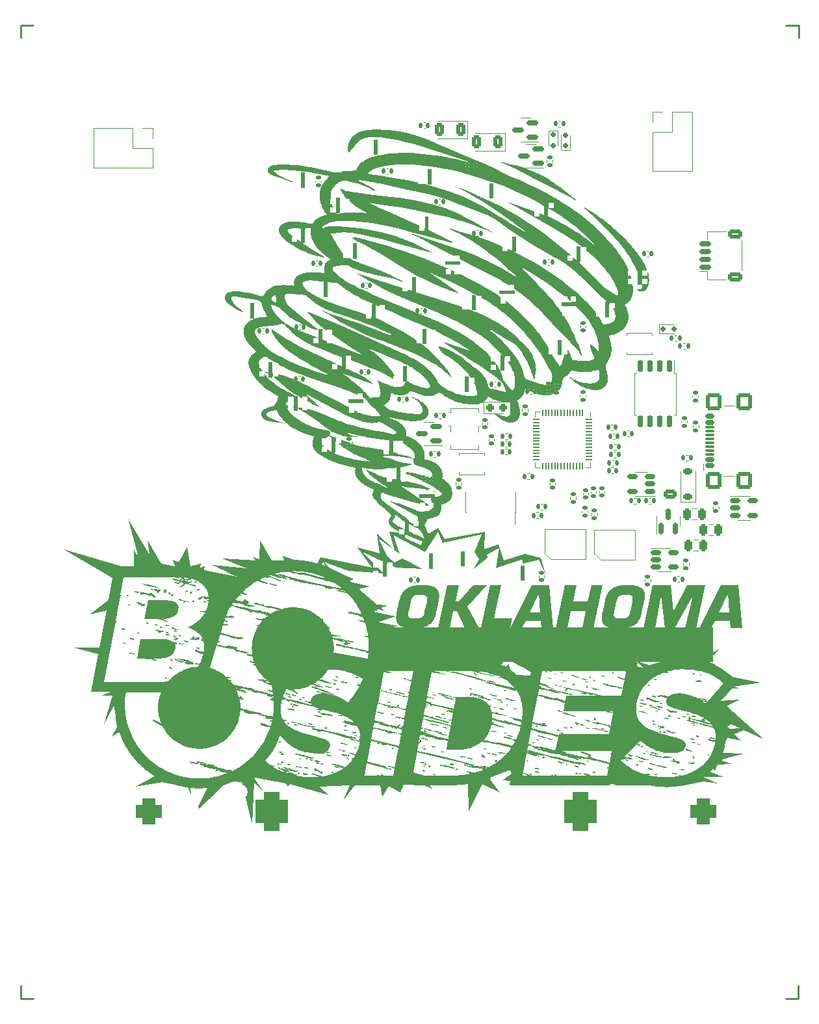
<source format=gbr>
%TF.GenerationSoftware,KiCad,Pcbnew,7.0.10*%
%TF.CreationDate,2024-02-23T13:36:45-06:00*%
%TF.ProjectId,B-Sides 2024,422d5369-6465-4732-9032-3032342e6b69,rev?*%
%TF.SameCoordinates,Original*%
%TF.FileFunction,Legend,Top*%
%TF.FilePolarity,Positive*%
%FSLAX46Y46*%
G04 Gerber Fmt 4.6, Leading zero omitted, Abs format (unit mm)*
G04 Created by KiCad (PCBNEW 7.0.10) date 2024-02-23 13:36:45*
%MOMM*%
%LPD*%
G01*
G04 APERTURE LIST*
G04 Aperture macros list*
%AMRoundRect*
0 Rectangle with rounded corners*
0 $1 Rounding radius*
0 $2 $3 $4 $5 $6 $7 $8 $9 X,Y pos of 4 corners*
0 Add a 4 corners polygon primitive as box body*
4,1,4,$2,$3,$4,$5,$6,$7,$8,$9,$2,$3,0*
0 Add four circle primitives for the rounded corners*
1,1,$1+$1,$2,$3*
1,1,$1+$1,$4,$5*
1,1,$1+$1,$6,$7*
1,1,$1+$1,$8,$9*
0 Add four rect primitives between the rounded corners*
20,1,$1+$1,$2,$3,$4,$5,0*
20,1,$1+$1,$4,$5,$6,$7,0*
20,1,$1+$1,$6,$7,$8,$9,0*
20,1,$1+$1,$8,$9,$2,$3,0*%
G04 Aperture macros list end*
%ADD10C,0.000000*%
%ADD11C,0.280386*%
%ADD12C,0.120000*%
%ADD13C,0.650000*%
%ADD14RoundRect,0.150000X0.425000X-0.150000X0.425000X0.150000X-0.425000X0.150000X-0.425000X-0.150000X0*%
%ADD15RoundRect,0.075000X0.500000X-0.075000X0.500000X0.075000X-0.500000X0.075000X-0.500000X-0.075000X0*%
%ADD16RoundRect,0.250000X0.750000X-0.840000X0.750000X0.840000X-0.750000X0.840000X-0.750000X-0.840000X0*%
%ADD17R,0.700000X0.700000*%
%ADD18RoundRect,0.135000X0.135000X0.185000X-0.135000X0.185000X-0.135000X-0.185000X0.135000X-0.185000X0*%
%ADD19RoundRect,0.135000X-0.135000X-0.185000X0.135000X-0.185000X0.135000X0.185000X-0.135000X0.185000X0*%
%ADD20RoundRect,0.150000X0.625000X-0.150000X0.625000X0.150000X-0.625000X0.150000X-0.625000X-0.150000X0*%
%ADD21RoundRect,0.250000X0.650000X-0.350000X0.650000X0.350000X-0.650000X0.350000X-0.650000X-0.350000X0*%
%ADD22RoundRect,0.150000X0.150000X0.200000X-0.150000X0.200000X-0.150000X-0.200000X0.150000X-0.200000X0*%
%ADD23R,0.800000X1.500000*%
%ADD24RoundRect,0.250000X0.375000X0.625000X-0.375000X0.625000X-0.375000X-0.625000X0.375000X-0.625000X0*%
%ADD25RoundRect,0.140000X0.140000X0.170000X-0.140000X0.170000X-0.140000X-0.170000X0.140000X-0.170000X0*%
%ADD26RoundRect,0.140000X0.170000X-0.140000X0.170000X0.140000X-0.170000X0.140000X-0.170000X-0.140000X0*%
%ADD27R,1.200000X1.400000*%
%ADD28R,1.700000X1.700000*%
%ADD29O,1.700000X1.700000*%
%ADD30RoundRect,0.140000X-0.170000X0.140000X-0.170000X-0.140000X0.170000X-0.140000X0.170000X0.140000X0*%
%ADD31R,0.900000X1.700000*%
%ADD32RoundRect,0.140000X-0.140000X-0.170000X0.140000X-0.170000X0.140000X0.170000X-0.140000X0.170000X0*%
%ADD33RoundRect,0.150000X0.200000X-0.150000X0.200000X0.150000X-0.200000X0.150000X-0.200000X-0.150000X0*%
%ADD34RoundRect,0.150000X0.587500X0.150000X-0.587500X0.150000X-0.587500X-0.150000X0.587500X-0.150000X0*%
%ADD35RoundRect,0.135000X0.185000X-0.135000X0.185000X0.135000X-0.185000X0.135000X-0.185000X-0.135000X0*%
%ADD36RoundRect,0.150000X0.150000X-0.587500X0.150000X0.587500X-0.150000X0.587500X-0.150000X-0.587500X0*%
%ADD37RoundRect,0.135000X-0.185000X0.135000X-0.185000X-0.135000X0.185000X-0.135000X0.185000X0.135000X0*%
%ADD38RoundRect,0.237500X-0.287500X-0.237500X0.287500X-0.237500X0.287500X0.237500X-0.287500X0.237500X0*%
%ADD39R,0.750000X2.100000*%
%ADD40RoundRect,0.150000X-0.512500X-0.150000X0.512500X-0.150000X0.512500X0.150000X-0.512500X0.150000X0*%
%ADD41RoundRect,0.050000X-0.050000X0.387500X-0.050000X-0.387500X0.050000X-0.387500X0.050000X0.387500X0*%
%ADD42RoundRect,0.050000X-0.387500X0.050000X-0.387500X-0.050000X0.387500X-0.050000X0.387500X0.050000X0*%
%ADD43R,3.200000X3.200000*%
%ADD44RoundRect,0.250000X-0.250000X-0.475000X0.250000X-0.475000X0.250000X0.475000X-0.250000X0.475000X0*%
%ADD45RoundRect,0.250000X0.250000X0.475000X-0.250000X0.475000X-0.250000X-0.475000X0.250000X-0.475000X0*%
%ADD46RoundRect,0.225000X0.375000X-0.225000X0.375000X0.225000X-0.375000X0.225000X-0.375000X-0.225000X0*%
%ADD47RoundRect,0.150000X-0.150000X0.650000X-0.150000X-0.650000X0.150000X-0.650000X0.150000X0.650000X0*%
%ADD48RoundRect,0.150000X0.512500X0.150000X-0.512500X0.150000X-0.512500X-0.150000X0.512500X-0.150000X0*%
%ADD49RoundRect,0.150000X-0.200000X0.150000X-0.200000X-0.150000X0.200000X-0.150000X0.200000X0.150000X0*%
%ADD50RoundRect,0.250000X0.625000X-0.350000X0.625000X0.350000X-0.625000X0.350000X-0.625000X-0.350000X0*%
%ADD51O,1.750000X1.200000*%
%ADD52RoundRect,1.050000X1.050000X-1.500000X1.050000X1.500000X-1.050000X1.500000X-1.050000X-1.500000X0*%
%ADD53C,2.000000*%
%ADD54RoundRect,0.850000X0.850000X-0.850000X0.850000X0.850000X-0.850000X0.850000X-0.850000X-0.850000X0*%
G04 APERTURE END LIST*
D10*
G36*
X87310396Y-119868338D02*
G01*
X87324419Y-119869250D01*
X87338703Y-119870733D01*
X87353211Y-119872761D01*
X87382746Y-119878331D01*
X87412723Y-119885730D01*
X87442840Y-119894728D01*
X87472797Y-119905095D01*
X87502290Y-119916600D01*
X87531020Y-119929014D01*
X87558683Y-119942105D01*
X87584980Y-119955645D01*
X87609608Y-119969402D01*
X87632266Y-119983146D01*
X87652652Y-119996648D01*
X87670465Y-120009677D01*
X87685404Y-120022003D01*
X87697166Y-120033395D01*
X87845996Y-120194620D01*
X87651691Y-120095407D01*
X87642975Y-120090992D01*
X87633889Y-120087031D01*
X87624451Y-120083495D01*
X87614680Y-120080352D01*
X87604593Y-120077572D01*
X87594209Y-120075125D01*
X87583546Y-120072982D01*
X87572623Y-120071111D01*
X87550069Y-120068067D01*
X87526692Y-120065750D01*
X87502639Y-120063920D01*
X87478057Y-120062334D01*
X87441873Y-120059119D01*
X87404702Y-120055224D01*
X87366678Y-120049973D01*
X87347389Y-120046627D01*
X87327938Y-120042688D01*
X87308341Y-120038070D01*
X87288617Y-120032690D01*
X87268780Y-120026462D01*
X87248849Y-120019302D01*
X87228840Y-120011125D01*
X87208771Y-120001847D01*
X87188658Y-119991382D01*
X87168518Y-119979646D01*
X87131309Y-119958978D01*
X87160247Y-119921770D01*
X87165866Y-119915037D01*
X87171873Y-119908782D01*
X87178268Y-119902999D01*
X87185052Y-119897682D01*
X87192223Y-119892824D01*
X87199782Y-119888421D01*
X87207729Y-119884465D01*
X87216063Y-119880951D01*
X87224785Y-119877874D01*
X87233894Y-119875225D01*
X87243390Y-119873001D01*
X87253273Y-119871195D01*
X87263543Y-119869800D01*
X87274199Y-119868812D01*
X87285243Y-119868223D01*
X87296672Y-119868028D01*
X87310396Y-119868338D01*
G37*
G36*
X124460296Y-114251314D02*
G01*
X124460296Y-114284387D01*
X124459765Y-114291980D01*
X124458953Y-114299262D01*
X124457873Y-114306239D01*
X124456533Y-114312915D01*
X124454945Y-114319295D01*
X124453119Y-114325382D01*
X124451066Y-114331182D01*
X124448797Y-114336699D01*
X124446321Y-114341938D01*
X124443651Y-114346903D01*
X124440795Y-114351599D01*
X124437766Y-114356030D01*
X124434573Y-114360201D01*
X124431227Y-114364116D01*
X124427739Y-114367779D01*
X124424119Y-114371196D01*
X124420379Y-114374371D01*
X124416527Y-114377308D01*
X124412576Y-114380012D01*
X124408535Y-114382488D01*
X124404416Y-114384739D01*
X124400228Y-114386771D01*
X124395983Y-114388588D01*
X124391692Y-114390195D01*
X124387364Y-114391595D01*
X124383010Y-114392795D01*
X124374267Y-114394607D01*
X124365549Y-114395667D01*
X124356941Y-114396013D01*
X124353067Y-114395941D01*
X124349195Y-114395726D01*
X124345330Y-114395372D01*
X124341473Y-114394882D01*
X124333799Y-114393504D01*
X124326197Y-114391618D01*
X124318691Y-114389248D01*
X124311306Y-114386417D01*
X124304067Y-114383150D01*
X124296997Y-114379471D01*
X124290120Y-114375405D01*
X124283462Y-114370976D01*
X124277046Y-114366208D01*
X124270898Y-114361126D01*
X124265040Y-114355753D01*
X124259498Y-114350114D01*
X124254296Y-114344234D01*
X124249458Y-114338136D01*
X124245051Y-114331890D01*
X124241121Y-114325558D01*
X124237664Y-114319153D01*
X124234671Y-114312687D01*
X124232139Y-114306173D01*
X124230060Y-114299622D01*
X124228429Y-114293046D01*
X124227240Y-114286458D01*
X124226487Y-114279871D01*
X124226163Y-114273295D01*
X124226264Y-114266744D01*
X124226782Y-114260230D01*
X124227713Y-114253764D01*
X124229050Y-114247359D01*
X124230786Y-114241027D01*
X124232917Y-114234781D01*
X124245323Y-114201707D01*
X124460296Y-114251314D01*
G37*
G36*
X116826370Y-125662736D02*
G01*
X116838673Y-125663417D01*
X116851135Y-125664542D01*
X116863724Y-125666102D01*
X116889164Y-125670494D01*
X116914751Y-125676529D01*
X116940242Y-125684137D01*
X116965394Y-125693254D01*
X116989966Y-125703812D01*
X117001959Y-125709611D01*
X117013715Y-125715744D01*
X117025205Y-125722205D01*
X117036399Y-125728985D01*
X117047265Y-125736074D01*
X117057774Y-125743466D01*
X117067895Y-125751151D01*
X117077599Y-125759121D01*
X117086854Y-125767369D01*
X117095631Y-125775884D01*
X117103899Y-125784660D01*
X117111628Y-125793688D01*
X117118787Y-125802960D01*
X117125346Y-125812466D01*
X117131276Y-125822200D01*
X117136545Y-125832152D01*
X117141123Y-125842314D01*
X117144981Y-125852678D01*
X117169784Y-125931222D01*
X117095367Y-125902284D01*
X117044581Y-125880932D01*
X116999844Y-125863211D01*
X116979336Y-125855636D01*
X116959850Y-125848879D01*
X116941223Y-125842909D01*
X116923292Y-125837696D01*
X116905893Y-125833209D01*
X116888864Y-125829418D01*
X116872042Y-125826294D01*
X116855262Y-125823805D01*
X116838362Y-125821922D01*
X116821179Y-125820614D01*
X116803548Y-125819852D01*
X116785308Y-125819604D01*
X116772514Y-125819790D01*
X116758894Y-125820316D01*
X116728983Y-125822191D01*
X116657157Y-125827867D01*
X116591011Y-125836137D01*
X116615814Y-125774126D01*
X116622447Y-125760613D01*
X116629935Y-125747972D01*
X116638259Y-125736202D01*
X116647401Y-125725303D01*
X116657344Y-125715276D01*
X116668067Y-125706120D01*
X116679554Y-125697835D01*
X116691785Y-125690422D01*
X116704743Y-125683880D01*
X116718410Y-125678211D01*
X116732766Y-125673413D01*
X116747793Y-125669487D01*
X116763474Y-125666434D01*
X116779790Y-125664253D01*
X116796723Y-125662944D01*
X116814254Y-125662507D01*
X116826370Y-125662736D01*
G37*
G36*
X65284066Y-102765710D02*
G01*
X65330372Y-102776189D01*
X65376298Y-102785992D01*
X65466999Y-102803953D01*
X65556151Y-102820363D01*
X65643733Y-102835992D01*
X65733439Y-102851277D01*
X65819669Y-102866807D01*
X65902421Y-102883598D01*
X65942491Y-102892784D01*
X65981690Y-102902666D01*
X66020017Y-102913371D01*
X66057471Y-102925026D01*
X66094053Y-102937759D01*
X66129762Y-102951696D01*
X66164596Y-102966965D01*
X66198556Y-102983691D01*
X66231641Y-103002003D01*
X66263851Y-103022027D01*
X66274696Y-103017807D01*
X66285518Y-103014410D01*
X66296293Y-103011787D01*
X66306995Y-103009890D01*
X66317601Y-103008671D01*
X66328087Y-103008081D01*
X66338427Y-103008073D01*
X66348598Y-103008597D01*
X66358575Y-103009605D01*
X66368335Y-103011050D01*
X66377852Y-103012881D01*
X66387102Y-103015053D01*
X66396061Y-103017515D01*
X66404704Y-103020219D01*
X66413008Y-103023118D01*
X66420948Y-103026163D01*
X66426961Y-103029066D01*
X66429839Y-103030373D01*
X66432637Y-103031584D01*
X66435364Y-103032698D01*
X66438023Y-103033715D01*
X66440623Y-103034637D01*
X66443167Y-103035461D01*
X66445664Y-103036189D01*
X66448118Y-103036819D01*
X66450535Y-103037353D01*
X66452922Y-103037790D01*
X66455285Y-103038131D01*
X66457630Y-103038374D01*
X66459962Y-103038519D01*
X66462287Y-103038568D01*
X66464419Y-103038503D01*
X66465921Y-103038349D01*
X66467714Y-103038049D01*
X66469798Y-103037556D01*
X66472173Y-103036820D01*
X66474838Y-103035793D01*
X66477793Y-103034428D01*
X66481040Y-103032675D01*
X66484577Y-103030487D01*
X66488404Y-103027814D01*
X66492522Y-103024609D01*
X66496930Y-103020823D01*
X66501629Y-103016407D01*
X66506618Y-103011314D01*
X66511898Y-103005495D01*
X66495361Y-103001359D01*
X66493084Y-103000632D01*
X66490897Y-102999988D01*
X66488795Y-102999417D01*
X66486771Y-102998906D01*
X66482936Y-102998017D01*
X66479342Y-102997224D01*
X66475943Y-102996431D01*
X66474300Y-102996005D01*
X66472688Y-102995542D01*
X66471100Y-102995031D01*
X66469531Y-102994460D01*
X66467974Y-102993817D01*
X66466423Y-102993089D01*
X66454019Y-102988954D01*
X66445751Y-102980684D01*
X66443874Y-102978372D01*
X66442116Y-102976085D01*
X66440474Y-102973824D01*
X66438946Y-102971589D01*
X66437531Y-102969381D01*
X66436225Y-102967200D01*
X66435027Y-102965049D01*
X66433934Y-102962927D01*
X66432944Y-102960835D01*
X66432054Y-102958773D01*
X66431263Y-102956744D01*
X66430567Y-102954747D01*
X66429966Y-102952783D01*
X66429456Y-102950854D01*
X66429036Y-102948959D01*
X66428702Y-102947099D01*
X66428454Y-102945276D01*
X66428287Y-102943490D01*
X66428201Y-102941742D01*
X66428193Y-102940032D01*
X66428261Y-102938362D01*
X66428402Y-102936732D01*
X66428614Y-102935142D01*
X66428895Y-102933595D01*
X66429242Y-102932090D01*
X66429654Y-102930628D01*
X66430128Y-102929210D01*
X66430662Y-102927837D01*
X66431253Y-102926509D01*
X66431899Y-102925228D01*
X66432599Y-102923994D01*
X66433349Y-102922807D01*
X66434996Y-102919815D01*
X66436837Y-102917036D01*
X66438871Y-102914464D01*
X66441100Y-102912095D01*
X66443522Y-102909922D01*
X66446139Y-102907940D01*
X66451953Y-102904531D01*
X66458543Y-102901824D01*
X66465909Y-102899776D01*
X66474049Y-102898347D01*
X66482965Y-102897492D01*
X66492655Y-102897170D01*
X66503121Y-102897339D01*
X66514361Y-102897955D01*
X66526375Y-102898977D01*
X66552728Y-102902069D01*
X66582178Y-102906274D01*
X66596467Y-102909353D01*
X66611242Y-102912337D01*
X66626213Y-102915130D01*
X66641087Y-102917633D01*
X66655574Y-102919751D01*
X66669383Y-102921384D01*
X66682221Y-102922435D01*
X66688185Y-102922712D01*
X66693798Y-102922807D01*
X66710334Y-102922807D01*
X66780097Y-102864931D01*
X66771829Y-102951746D01*
X66796243Y-102957621D01*
X66802075Y-102959167D01*
X66807725Y-102960828D01*
X66813157Y-102962648D01*
X66818336Y-102964667D01*
X66820818Y-102965765D01*
X66823223Y-102966928D01*
X66825547Y-102968163D01*
X66827784Y-102969474D01*
X66829931Y-102970867D01*
X66831982Y-102972347D01*
X66833933Y-102973919D01*
X66835779Y-102975588D01*
X66837517Y-102977361D01*
X66839141Y-102979241D01*
X66840646Y-102981235D01*
X66842029Y-102983347D01*
X66843285Y-102985584D01*
X66844410Y-102987949D01*
X66845397Y-102990449D01*
X66846244Y-102993089D01*
X66846936Y-102995765D01*
X66847464Y-102998371D01*
X66847837Y-103000906D01*
X66848060Y-103003374D01*
X66848141Y-103005775D01*
X66848087Y-103008111D01*
X66847904Y-103010384D01*
X66847599Y-103012594D01*
X66847179Y-103014744D01*
X66846651Y-103016835D01*
X66846022Y-103018869D01*
X66845297Y-103020846D01*
X66844485Y-103022770D01*
X66843593Y-103024640D01*
X66842625Y-103026458D01*
X66841591Y-103028227D01*
X66840496Y-103029948D01*
X66839347Y-103031621D01*
X66836916Y-103034833D01*
X66834351Y-103037876D01*
X66831708Y-103040761D01*
X66829040Y-103043500D01*
X66826404Y-103046106D01*
X66821439Y-103050966D01*
X66816992Y-103055443D01*
X66812979Y-103059628D01*
X66811151Y-103061641D01*
X66809451Y-103063618D01*
X66807883Y-103065571D01*
X66806455Y-103067511D01*
X66805172Y-103069451D01*
X66804040Y-103071403D01*
X66803066Y-103073378D01*
X66802640Y-103074379D01*
X66802256Y-103075390D01*
X66801913Y-103076413D01*
X66801614Y-103077450D01*
X66801359Y-103078502D01*
X66801149Y-103079570D01*
X66800984Y-103080656D01*
X66800865Y-103081762D01*
X66800793Y-103082889D01*
X66800769Y-103084039D01*
X66801598Y-103087864D01*
X66802553Y-103091586D01*
X66803667Y-103095199D01*
X66804968Y-103098698D01*
X66806487Y-103102076D01*
X66808255Y-103105328D01*
X66810301Y-103108446D01*
X66811438Y-103109953D01*
X66812656Y-103111425D01*
X66813959Y-103112860D01*
X66815351Y-103114259D01*
X66816834Y-103115619D01*
X66818414Y-103116941D01*
X66820094Y-103118224D01*
X66821877Y-103119467D01*
X66823768Y-103120668D01*
X66825770Y-103121828D01*
X66827887Y-103122946D01*
X66830123Y-103124020D01*
X66832482Y-103125051D01*
X66834966Y-103126037D01*
X66837581Y-103126977D01*
X66840330Y-103127871D01*
X66843216Y-103128719D01*
X66846244Y-103129518D01*
X66904121Y-103141916D01*
X66891719Y-103088174D01*
X66982669Y-103166719D01*
X66987369Y-103170547D01*
X66992171Y-103174284D01*
X67002111Y-103181511D01*
X67012536Y-103188447D01*
X67023495Y-103195141D01*
X67035035Y-103201642D01*
X67047204Y-103207998D01*
X67060049Y-103214257D01*
X67073619Y-103220468D01*
X67093552Y-103229983D01*
X67103328Y-103234933D01*
X67112953Y-103240034D01*
X67122410Y-103245306D01*
X67131679Y-103250765D01*
X67140742Y-103256431D01*
X67149582Y-103262321D01*
X67158179Y-103268453D01*
X67166516Y-103274846D01*
X67174574Y-103281517D01*
X67182336Y-103288485D01*
X67189782Y-103295767D01*
X67196894Y-103303381D01*
X67203655Y-103311347D01*
X67210046Y-103319681D01*
X67218315Y-103332086D01*
X67172840Y-103530527D01*
X67139766Y-103526391D01*
X67129860Y-103525120D01*
X67120282Y-103523639D01*
X67111024Y-103521957D01*
X67102075Y-103520082D01*
X67093425Y-103518022D01*
X67085065Y-103515786D01*
X67076985Y-103513382D01*
X67069175Y-103510818D01*
X67061624Y-103508103D01*
X67054325Y-103505245D01*
X67047265Y-103502253D01*
X67040437Y-103499133D01*
X67033829Y-103495896D01*
X67027432Y-103492549D01*
X67015233Y-103485560D01*
X67003760Y-103478231D01*
X66992935Y-103470631D01*
X66982680Y-103462824D01*
X66972915Y-103454878D01*
X66963563Y-103446860D01*
X66954544Y-103438836D01*
X66937194Y-103423036D01*
X66929436Y-103415473D01*
X66921629Y-103408247D01*
X66913723Y-103401310D01*
X66905672Y-103394615D01*
X66897427Y-103388113D01*
X66888940Y-103381758D01*
X66880164Y-103375501D01*
X66871049Y-103369295D01*
X66804903Y-103327951D01*
X66796634Y-103365160D01*
X66760039Y-103319681D01*
X66817306Y-103319681D01*
X66891719Y-103303148D01*
X66905412Y-103298624D01*
X66914391Y-103295444D01*
X66919074Y-103293666D01*
X66923758Y-103291780D01*
X66928344Y-103289797D01*
X66932737Y-103287728D01*
X66936839Y-103285587D01*
X66940553Y-103283385D01*
X66943783Y-103281134D01*
X66945186Y-103279995D01*
X66946431Y-103278847D01*
X66947507Y-103277693D01*
X66948401Y-103276535D01*
X66949102Y-103275373D01*
X66949328Y-103274839D01*
X66949232Y-103274831D01*
X66948805Y-103274491D01*
X66948239Y-103273757D01*
X66947552Y-103272660D01*
X66946761Y-103271230D01*
X66944944Y-103267491D01*
X66942934Y-103262783D01*
X66940875Y-103257349D01*
X66939873Y-103254435D01*
X66938913Y-103251431D01*
X66938014Y-103248366D01*
X66937194Y-103245271D01*
X66935645Y-103240434D01*
X66934095Y-103235258D01*
X66930994Y-103224082D01*
X66927892Y-103212132D01*
X66924793Y-103199792D01*
X66912389Y-103158456D01*
X66862781Y-103195657D01*
X66859002Y-103198904D01*
X66855410Y-103202447D01*
X66851999Y-103206294D01*
X66848765Y-103210450D01*
X66845699Y-103214921D01*
X66842797Y-103219713D01*
X66840053Y-103224832D01*
X66837460Y-103230284D01*
X66835012Y-103236076D01*
X66832703Y-103242212D01*
X66830528Y-103248700D01*
X66828480Y-103255545D01*
X66826553Y-103262752D01*
X66824741Y-103270329D01*
X66823039Y-103278282D01*
X66821439Y-103286615D01*
X66817306Y-103319681D01*
X66760039Y-103319681D01*
X66743408Y-103299013D01*
X66738854Y-103292765D01*
X66734487Y-103286426D01*
X66730302Y-103280002D01*
X66726292Y-103273499D01*
X66722452Y-103266923D01*
X66718775Y-103260280D01*
X66715255Y-103253577D01*
X66711886Y-103246819D01*
X66705579Y-103233164D01*
X66699805Y-103219365D01*
X66694516Y-103205470D01*
X66689664Y-103191530D01*
X66660726Y-103232866D01*
X66653653Y-103241875D01*
X66646380Y-103250304D01*
X66638900Y-103258151D01*
X66631208Y-103265418D01*
X66623297Y-103272104D01*
X66615162Y-103278208D01*
X66606797Y-103283732D01*
X66598195Y-103288674D01*
X66589351Y-103293035D01*
X66580259Y-103296815D01*
X66570914Y-103300013D01*
X66561308Y-103302630D01*
X66551436Y-103304666D01*
X66541292Y-103306120D01*
X66530871Y-103306992D01*
X66520166Y-103307283D01*
X66506945Y-103306808D01*
X66493638Y-103305425D01*
X66480258Y-103303194D01*
X66466816Y-103300175D01*
X66453325Y-103296429D01*
X66439797Y-103292018D01*
X66426244Y-103287000D01*
X66412679Y-103281438D01*
X66399114Y-103275392D01*
X66385562Y-103268922D01*
X66358542Y-103254954D01*
X66331720Y-103240019D01*
X66305192Y-103224603D01*
X66284711Y-103212267D01*
X66263791Y-103200318D01*
X66242771Y-103189143D01*
X66232331Y-103183967D01*
X66221993Y-103179130D01*
X66211801Y-103174681D01*
X66201797Y-103170667D01*
X66192023Y-103167138D01*
X66182522Y-103164142D01*
X66173336Y-103161727D01*
X66164508Y-103159942D01*
X66156080Y-103158836D01*
X66148096Y-103158456D01*
X66144995Y-103158510D01*
X66141888Y-103158691D01*
X66138768Y-103159029D01*
X66135630Y-103159555D01*
X66132468Y-103160299D01*
X66129275Y-103161291D01*
X66126046Y-103162561D01*
X66122774Y-103164141D01*
X66119454Y-103166060D01*
X66116079Y-103168348D01*
X66112644Y-103171036D01*
X66109143Y-103174154D01*
X66105569Y-103177732D01*
X66101916Y-103181800D01*
X66098179Y-103186389D01*
X66094352Y-103191530D01*
X66061279Y-103278345D01*
X66040609Y-103187395D01*
X66039338Y-103182840D01*
X66037853Y-103178473D01*
X66036157Y-103174286D01*
X66034254Y-103170271D01*
X66032149Y-103166424D01*
X66029844Y-103162735D01*
X66027344Y-103159200D01*
X66024652Y-103155811D01*
X66018709Y-103149443D01*
X66012046Y-103143577D01*
X66004692Y-103138159D01*
X65996678Y-103133135D01*
X65988034Y-103128450D01*
X65978791Y-103124050D01*
X65972198Y-103121248D01*
X66544971Y-103121248D01*
X66546722Y-103124485D01*
X66548904Y-103127970D01*
X66551558Y-103131662D01*
X66554727Y-103135517D01*
X66558453Y-103139494D01*
X66562779Y-103143549D01*
X66567747Y-103147642D01*
X66573399Y-103151728D01*
X66579778Y-103155766D01*
X66586925Y-103159714D01*
X66594884Y-103163529D01*
X66603696Y-103167168D01*
X66613403Y-103170590D01*
X66624049Y-103173751D01*
X66635674Y-103176610D01*
X66648323Y-103179124D01*
X66702066Y-103187395D01*
X66699031Y-103175640D01*
X66697634Y-103170101D01*
X66696382Y-103164658D01*
X66695324Y-103159215D01*
X66694883Y-103156463D01*
X66694508Y-103153675D01*
X66694207Y-103150838D01*
X66693983Y-103147941D01*
X66693845Y-103144971D01*
X66693798Y-103141916D01*
X66660726Y-103133645D01*
X66650707Y-103130647D01*
X66640832Y-103127859D01*
X66631150Y-103125301D01*
X66621710Y-103122991D01*
X66612560Y-103120947D01*
X66603750Y-103119187D01*
X66595329Y-103117730D01*
X66587345Y-103116594D01*
X66583531Y-103116153D01*
X66579845Y-103115799D01*
X66576292Y-103115534D01*
X66572878Y-103115361D01*
X66569609Y-103115281D01*
X66566491Y-103115298D01*
X66563530Y-103115412D01*
X66560733Y-103115628D01*
X66558106Y-103115946D01*
X66555654Y-103116369D01*
X66553384Y-103116900D01*
X66551301Y-103117541D01*
X66550332Y-103117903D01*
X66549413Y-103118294D01*
X66548543Y-103118713D01*
X66547724Y-103119161D01*
X66546956Y-103119638D01*
X66546241Y-103120145D01*
X66545579Y-103120681D01*
X66544971Y-103121248D01*
X65972198Y-103121248D01*
X65968979Y-103119880D01*
X65958629Y-103115886D01*
X65936434Y-103108208D01*
X65912450Y-103100580D01*
X65895821Y-103096054D01*
X65887856Y-103093816D01*
X65880158Y-103091530D01*
X65872750Y-103089147D01*
X65865656Y-103086619D01*
X65858901Y-103083897D01*
X65855659Y-103082448D01*
X65852510Y-103080933D01*
X65849458Y-103079345D01*
X65846506Y-103077679D01*
X65843656Y-103075927D01*
X65840913Y-103074086D01*
X65838279Y-103072147D01*
X65835757Y-103070105D01*
X65833350Y-103067954D01*
X65831061Y-103065688D01*
X65828893Y-103063302D01*
X65826850Y-103060788D01*
X65824934Y-103058141D01*
X65823147Y-103055354D01*
X65821495Y-103052423D01*
X65819979Y-103049340D01*
X65818602Y-103046099D01*
X65817367Y-103042696D01*
X65817367Y-103038574D01*
X65817359Y-103041485D01*
X65817302Y-103044116D01*
X65817240Y-103045353D01*
X65817148Y-103046555D01*
X65817020Y-103047733D01*
X65816849Y-103048899D01*
X65816630Y-103050065D01*
X65816357Y-103051243D01*
X65816022Y-103052446D01*
X65815622Y-103053684D01*
X65815148Y-103054970D01*
X65814596Y-103056316D01*
X65813959Y-103057734D01*
X65813232Y-103059236D01*
X65812357Y-103061607D01*
X65811270Y-103064043D01*
X65809952Y-103066516D01*
X65808386Y-103068994D01*
X65806554Y-103071448D01*
X65804437Y-103073847D01*
X65802017Y-103076161D01*
X65799277Y-103078360D01*
X65796197Y-103080413D01*
X65792760Y-103082291D01*
X65788947Y-103083963D01*
X65786895Y-103084712D01*
X65784742Y-103085398D01*
X65782486Y-103086018D01*
X65780124Y-103086567D01*
X65777656Y-103087043D01*
X65775077Y-103087440D01*
X65772387Y-103087756D01*
X65769583Y-103087986D01*
X65766662Y-103088127D01*
X65763622Y-103088174D01*
X65758923Y-103088078D01*
X65754120Y-103087795D01*
X65749208Y-103087330D01*
X65744181Y-103086689D01*
X65739032Y-103085879D01*
X65733756Y-103084906D01*
X65722797Y-103082492D01*
X65711257Y-103079497D01*
X65699088Y-103075969D01*
X65686242Y-103071956D01*
X65672672Y-103067506D01*
X65657018Y-103062876D01*
X65641217Y-103058393D01*
X65625512Y-103054201D01*
X65610144Y-103050446D01*
X65595358Y-103047273D01*
X65588259Y-103045950D01*
X65581396Y-103044827D01*
X65574800Y-103043921D01*
X65568502Y-103043252D01*
X65562530Y-103042838D01*
X65556917Y-103042696D01*
X65555778Y-103042707D01*
X65554688Y-103042742D01*
X65553644Y-103042798D01*
X65552647Y-103042873D01*
X65551694Y-103042967D01*
X65550787Y-103043077D01*
X65549923Y-103043203D01*
X65549103Y-103043342D01*
X65548324Y-103043493D01*
X65547588Y-103043655D01*
X65546892Y-103043825D01*
X65546236Y-103044004D01*
X65545620Y-103044188D01*
X65545042Y-103044377D01*
X65544502Y-103044570D01*
X65543999Y-103044763D01*
X65543533Y-103044957D01*
X65543102Y-103045149D01*
X65542705Y-103045338D01*
X65542343Y-103045522D01*
X65542014Y-103045701D01*
X65541718Y-103045872D01*
X65541220Y-103046185D01*
X65540844Y-103046449D01*
X65540582Y-103046653D01*
X65540380Y-103046831D01*
X65539799Y-103048381D01*
X65539290Y-103050319D01*
X65539045Y-103051579D01*
X65538830Y-103053032D01*
X65538663Y-103054680D01*
X65538564Y-103056520D01*
X65538548Y-103058555D01*
X65538636Y-103060783D01*
X65538845Y-103063205D01*
X65539193Y-103065821D01*
X65539699Y-103068631D01*
X65540380Y-103071634D01*
X65552783Y-103141916D01*
X65486637Y-103117113D01*
X65484360Y-103116303D01*
X65482178Y-103115423D01*
X65480088Y-103114477D01*
X65478088Y-103113466D01*
X65476176Y-103112396D01*
X65474349Y-103111267D01*
X65472606Y-103110084D01*
X65470943Y-103108849D01*
X65469359Y-103107566D01*
X65467852Y-103106237D01*
X65466419Y-103104865D01*
X65465057Y-103103454D01*
X65462541Y-103100527D01*
X65460285Y-103097477D01*
X65458271Y-103094331D01*
X65456481Y-103091112D01*
X65454896Y-103087845D01*
X65453500Y-103084554D01*
X65452274Y-103081263D01*
X65451198Y-103077996D01*
X65450256Y-103074778D01*
X65449430Y-103071634D01*
X65444570Y-103077828D01*
X65441964Y-103080910D01*
X65439224Y-103083974D01*
X65436339Y-103087014D01*
X65433297Y-103090023D01*
X65430084Y-103092996D01*
X65426691Y-103095927D01*
X65423103Y-103098809D01*
X65419310Y-103101636D01*
X65415298Y-103104402D01*
X65411057Y-103107102D01*
X65406574Y-103109729D01*
X65401837Y-103112277D01*
X65396834Y-103114741D01*
X65391552Y-103117113D01*
X65379150Y-103121248D01*
X65366747Y-103117113D01*
X65355870Y-103115021D01*
X65345697Y-103112631D01*
X65336204Y-103109959D01*
X65327370Y-103107022D01*
X65319171Y-103103837D01*
X65311585Y-103100420D01*
X65304589Y-103096788D01*
X65298161Y-103092957D01*
X65292278Y-103088945D01*
X65286916Y-103084767D01*
X65282054Y-103080441D01*
X65277669Y-103075984D01*
X65273738Y-103071411D01*
X65270238Y-103066740D01*
X65267146Y-103061987D01*
X65264441Y-103057168D01*
X65262099Y-103052302D01*
X65260097Y-103047403D01*
X65258414Y-103042490D01*
X65257025Y-103037578D01*
X65255909Y-103032684D01*
X65255043Y-103027825D01*
X65253969Y-103018279D01*
X65253622Y-103009071D01*
X65253820Y-103000337D01*
X65254382Y-102992208D01*
X65255126Y-102984819D01*
X65255126Y-102964151D01*
X65254941Y-102964143D01*
X65254416Y-102964085D01*
X65254041Y-102964023D01*
X65253600Y-102963931D01*
X65253098Y-102963802D01*
X65252542Y-102963631D01*
X65251938Y-102963412D01*
X65251291Y-102963138D01*
X65250607Y-102962804D01*
X65249894Y-102962403D01*
X65249156Y-102961930D01*
X65248400Y-102961378D01*
X65247632Y-102960742D01*
X65247245Y-102960391D01*
X65246858Y-102960016D01*
X65201383Y-102951746D01*
X65213786Y-102910409D01*
X65217016Y-102903567D01*
X65218873Y-102899804D01*
X65219905Y-102897880D01*
X65221021Y-102895943D01*
X65222235Y-102894006D01*
X65223557Y-102892082D01*
X65225001Y-102890181D01*
X65226577Y-102888318D01*
X65228299Y-102886503D01*
X65230178Y-102884748D01*
X65231180Y-102883898D01*
X65232226Y-102883067D01*
X65233318Y-102882258D01*
X65234457Y-102881471D01*
X65222054Y-102864931D01*
X65220987Y-102861843D01*
X65220107Y-102858780D01*
X65219405Y-102855743D01*
X65218874Y-102852732D01*
X65218506Y-102849748D01*
X65218295Y-102846792D01*
X65218232Y-102843865D01*
X65218310Y-102840968D01*
X65218520Y-102838100D01*
X65218857Y-102835264D01*
X65219311Y-102832459D01*
X65219876Y-102829687D01*
X65220544Y-102826948D01*
X65221308Y-102824243D01*
X65223090Y-102818939D01*
X65225163Y-102813780D01*
X65227466Y-102808772D01*
X65229939Y-102803922D01*
X65232520Y-102799236D01*
X65237768Y-102790379D01*
X65242724Y-102782251D01*
X65259261Y-102761575D01*
X65284066Y-102765710D01*
G37*
G36*
X107848171Y-104644784D02*
G01*
X109365753Y-107473672D01*
X107531391Y-107473672D01*
X106448455Y-105300432D01*
X106006439Y-105300432D01*
X105542327Y-107473672D01*
X104061576Y-107473672D01*
X105240280Y-101926393D01*
X106721027Y-101926393D01*
X106279022Y-104003862D01*
X106721038Y-104003862D01*
X108592227Y-101919031D01*
X110382385Y-101919031D01*
X107848171Y-104644784D01*
G37*
G36*
X68592074Y-107952575D02*
G01*
X68597323Y-107952866D01*
X68602443Y-107953350D01*
X68607422Y-107954028D01*
X68612250Y-107954901D01*
X68616916Y-107955966D01*
X68621409Y-107957226D01*
X68625720Y-107958680D01*
X68629837Y-107960327D01*
X68633749Y-107962168D01*
X68637446Y-107964202D01*
X68640918Y-107966431D01*
X68642566Y-107967618D01*
X68644154Y-107968853D01*
X68645679Y-107970136D01*
X68647142Y-107971469D01*
X68648540Y-107972849D01*
X68649873Y-107974278D01*
X68651139Y-107975755D01*
X68652336Y-107977281D01*
X68653838Y-107978829D01*
X68655250Y-107980379D01*
X68656577Y-107981929D01*
X68657826Y-107983479D01*
X68659001Y-107985031D01*
X68660111Y-107986582D01*
X68661160Y-107988134D01*
X68662154Y-107989685D01*
X68663100Y-107991237D01*
X68664003Y-107992789D01*
X68665707Y-107995890D01*
X68667314Y-107998989D01*
X68668872Y-108002084D01*
X68679908Y-107999006D01*
X68691285Y-107996022D01*
X68702953Y-107993229D01*
X68714865Y-107990725D01*
X68726970Y-107988608D01*
X68733079Y-107987725D01*
X68739219Y-107986975D01*
X68745383Y-107986370D01*
X68751564Y-107985923D01*
X68757757Y-107985646D01*
X68763956Y-107985551D01*
X68769296Y-107985611D01*
X68774470Y-107985789D01*
X68779481Y-107986079D01*
X68784331Y-107986480D01*
X68789024Y-107986987D01*
X68793563Y-107987596D01*
X68797950Y-107988303D01*
X68802190Y-107989105D01*
X68806284Y-107989997D01*
X68810236Y-107990977D01*
X68814049Y-107992040D01*
X68817725Y-107993183D01*
X68821269Y-107994401D01*
X68824682Y-107995691D01*
X68827968Y-107997049D01*
X68831130Y-107998472D01*
X68834172Y-107999955D01*
X68837094Y-108001494D01*
X68839902Y-108003087D01*
X68842598Y-108004729D01*
X68845185Y-108006416D01*
X68847666Y-108008145D01*
X68852322Y-108011713D01*
X68856590Y-108015401D01*
X68860495Y-108019179D01*
X68864060Y-108023018D01*
X68867309Y-108026887D01*
X68869629Y-108030135D01*
X68871918Y-108033680D01*
X68874147Y-108037528D01*
X68876286Y-108041684D01*
X68878303Y-108046156D01*
X68880169Y-108050948D01*
X68881854Y-108056067D01*
X68883326Y-108061519D01*
X68884557Y-108067310D01*
X68885515Y-108073446D01*
X68886170Y-108079932D01*
X68886493Y-108086776D01*
X68886452Y-108093982D01*
X68886017Y-108101557D01*
X68885159Y-108109507D01*
X68883846Y-108117837D01*
X68871442Y-108163316D01*
X68830102Y-108146783D01*
X68784627Y-108121973D01*
X68765509Y-108112217D01*
X68755852Y-108107365D01*
X68746387Y-108102851D01*
X68741788Y-108100798D01*
X68737311Y-108098920D01*
X68732978Y-108097247D01*
X68728815Y-108095811D01*
X68724847Y-108094642D01*
X68721096Y-108093769D01*
X68717588Y-108093223D01*
X68714347Y-108093034D01*
X68712611Y-108093075D01*
X68711613Y-108093171D01*
X68710536Y-108093358D01*
X68709386Y-108093667D01*
X68708170Y-108094127D01*
X68706893Y-108094768D01*
X68705561Y-108095622D01*
X68704877Y-108096137D01*
X68704181Y-108096717D01*
X68703475Y-108097365D01*
X68702759Y-108098085D01*
X68702034Y-108098881D01*
X68701300Y-108099756D01*
X68700559Y-108100715D01*
X68699812Y-108101760D01*
X68699058Y-108102896D01*
X68698299Y-108104127D01*
X68697535Y-108105456D01*
X68696768Y-108106887D01*
X68695997Y-108108425D01*
X68695225Y-108110072D01*
X68694450Y-108111832D01*
X68693675Y-108113710D01*
X68660604Y-108188119D01*
X68627531Y-108121973D01*
X68582572Y-108167451D01*
X68594974Y-108093034D01*
X68587198Y-108090415D01*
X68579459Y-108087203D01*
X68571889Y-108083384D01*
X68564621Y-108078948D01*
X68557789Y-108073882D01*
X68554578Y-108071110D01*
X68551526Y-108068175D01*
X68548650Y-108065076D01*
X68545966Y-108061813D01*
X68543490Y-108058383D01*
X68541240Y-108054785D01*
X68539232Y-108051018D01*
X68537483Y-108047080D01*
X68536010Y-108042969D01*
X68534829Y-108038684D01*
X68533956Y-108034224D01*
X68533409Y-108029586D01*
X68533204Y-108024770D01*
X68533357Y-108019775D01*
X68533886Y-108014597D01*
X68534807Y-108009237D01*
X68536137Y-108003692D01*
X68537892Y-107997961D01*
X68540089Y-107992042D01*
X68542745Y-107985934D01*
X68545876Y-107979636D01*
X68549499Y-107973146D01*
X68561901Y-107952478D01*
X68586706Y-107952478D01*
X68592074Y-107952575D01*
G37*
G36*
X70987592Y-109052148D02*
G01*
X71002110Y-109061890D01*
X71017713Y-109070998D01*
X71034323Y-109079512D01*
X71051860Y-109087476D01*
X71070246Y-109094933D01*
X71089402Y-109101923D01*
X71109249Y-109108490D01*
X71129707Y-109114675D01*
X71172143Y-109126071D01*
X71216078Y-109136449D01*
X71305919Y-109155504D01*
X71349903Y-109164874D01*
X71394284Y-109174628D01*
X71416258Y-109179770D01*
X71437892Y-109185155D01*
X71459039Y-109190831D01*
X71479553Y-109196847D01*
X71533296Y-109213380D01*
X71500223Y-109258859D01*
X71493735Y-109267141D01*
X71486684Y-109274932D01*
X71479087Y-109282227D01*
X71470962Y-109289019D01*
X71462329Y-109295304D01*
X71453204Y-109301073D01*
X71443607Y-109306323D01*
X71433556Y-109311045D01*
X71423069Y-109315235D01*
X71412164Y-109318886D01*
X71400860Y-109321992D01*
X71389175Y-109324546D01*
X71377128Y-109326544D01*
X71364736Y-109327979D01*
X71352018Y-109328844D01*
X71338993Y-109329134D01*
X71324482Y-109328786D01*
X71309650Y-109327759D01*
X71294540Y-109326077D01*
X71279197Y-109323763D01*
X71263662Y-109320840D01*
X71247979Y-109317331D01*
X71216342Y-109308653D01*
X71184630Y-109297915D01*
X71153190Y-109285306D01*
X71122367Y-109271014D01*
X71092507Y-109255226D01*
X71063954Y-109238130D01*
X71037054Y-109219915D01*
X71012153Y-109200767D01*
X71000559Y-109190903D01*
X70989595Y-109180876D01*
X70979304Y-109170710D01*
X70969728Y-109160428D01*
X70960910Y-109150055D01*
X70952895Y-109139612D01*
X70945724Y-109129125D01*
X70939442Y-109118616D01*
X70934092Y-109108109D01*
X70929716Y-109097627D01*
X70884241Y-108977739D01*
X70987592Y-109052148D01*
G37*
G36*
X123751341Y-113804975D02*
G01*
X123757680Y-113805383D01*
X123764104Y-113806034D01*
X123770607Y-113806902D01*
X123777183Y-113807965D01*
X123783826Y-113809197D01*
X123797287Y-113812072D01*
X123852577Y-113825502D01*
X123856452Y-113827008D01*
X123860328Y-113828422D01*
X123868080Y-113831001D01*
X123875833Y-113833288D01*
X123883585Y-113835331D01*
X123891338Y-113837180D01*
X123899089Y-113838882D01*
X123914588Y-113842042D01*
X123947662Y-113846170D01*
X123947662Y-113879243D01*
X123946597Y-113889800D01*
X123945846Y-113894857D01*
X123944950Y-113899764D01*
X123943908Y-113904520D01*
X123942721Y-113909123D01*
X123941389Y-113913572D01*
X123939911Y-113917865D01*
X123938288Y-113922000D01*
X123936519Y-113925977D01*
X123934605Y-113929793D01*
X123932545Y-113933448D01*
X123930340Y-113936939D01*
X123927990Y-113940265D01*
X123925495Y-113943425D01*
X123922854Y-113946416D01*
X123920068Y-113949238D01*
X123917136Y-113951890D01*
X123914060Y-113954368D01*
X123910838Y-113956673D01*
X123907470Y-113958801D01*
X123903958Y-113960753D01*
X123900300Y-113962526D01*
X123896497Y-113964119D01*
X123892549Y-113965530D01*
X123888456Y-113966758D01*
X123884217Y-113967802D01*
X123879833Y-113968659D01*
X123875304Y-113969328D01*
X123870630Y-113969808D01*
X123865811Y-113970097D01*
X123860847Y-113970193D01*
X123855328Y-113970051D01*
X123849634Y-113969637D01*
X123843781Y-113968968D01*
X123837789Y-113968063D01*
X123831675Y-113966941D01*
X123825458Y-113965618D01*
X123819156Y-113964114D01*
X123812788Y-113962447D01*
X123799923Y-113958693D01*
X123787011Y-113954502D01*
X123774197Y-113950020D01*
X123761627Y-113945390D01*
X123741864Y-113938681D01*
X123731546Y-113935226D01*
X123721323Y-113931963D01*
X123711488Y-113929087D01*
X123706807Y-113927855D01*
X123702332Y-113926792D01*
X123698099Y-113925923D01*
X123694144Y-113925272D01*
X123690505Y-113924864D01*
X123687217Y-113924722D01*
X123637603Y-113924722D01*
X123645873Y-113879243D01*
X123647579Y-113873640D01*
X123649630Y-113867740D01*
X123652080Y-113861633D01*
X123654986Y-113855412D01*
X123658399Y-113849166D01*
X123662377Y-113842986D01*
X123666971Y-113836964D01*
X123672238Y-113831190D01*
X123675140Y-113828424D01*
X123678231Y-113825754D01*
X123681517Y-113823192D01*
X123685005Y-113820749D01*
X123688702Y-113818436D01*
X123692614Y-113816265D01*
X123696749Y-113814246D01*
X123701113Y-113812392D01*
X123705713Y-113810713D01*
X123710556Y-113809222D01*
X123715649Y-113807928D01*
X123720998Y-113806844D01*
X123726610Y-113805982D01*
X123732492Y-113805352D01*
X123738651Y-113804965D01*
X123745094Y-113804834D01*
X123751341Y-113804975D01*
G37*
G36*
X112282779Y-46765431D02*
G01*
X112294967Y-46766095D01*
X112307082Y-46767195D01*
X112319094Y-46768792D01*
X112330973Y-46770945D01*
X112342689Y-46773716D01*
X113534020Y-47076457D01*
X114128135Y-47232864D01*
X114719146Y-47397795D01*
X115256503Y-47564955D01*
X115779547Y-47751107D01*
X116289078Y-47955192D01*
X116785896Y-48176150D01*
X117270799Y-48412921D01*
X117744587Y-48664446D01*
X118208058Y-48929666D01*
X118662012Y-49207521D01*
X119107247Y-49496951D01*
X119544564Y-49796898D01*
X119974761Y-50106301D01*
X120398638Y-50424101D01*
X121230626Y-51080655D01*
X122046920Y-51758083D01*
X121980789Y-51803547D01*
X121759157Y-51674390D01*
X121647759Y-51611749D01*
X121591406Y-51581252D01*
X121534423Y-51551433D01*
X118088558Y-49749457D01*
X114636489Y-47959879D01*
X114329897Y-47805159D01*
X114021126Y-47653587D01*
X113399178Y-47356982D01*
X112152572Y-46769583D01*
X112174811Y-46769082D01*
X112197970Y-46767904D01*
X112221808Y-46766531D01*
X112246081Y-46765449D01*
X112270548Y-46765143D01*
X112282779Y-46765431D01*
G37*
G36*
X116770162Y-126105234D02*
G01*
X116788271Y-126106354D01*
X116806563Y-126108178D01*
X116825033Y-126110667D01*
X116843672Y-126113786D01*
X116862476Y-126117499D01*
X116881439Y-126121769D01*
X116900552Y-126126560D01*
X116939209Y-126137558D01*
X116978398Y-126150203D01*
X117018067Y-126164204D01*
X117058166Y-126179269D01*
X117083678Y-126188571D01*
X117110357Y-126197871D01*
X117165649Y-126216478D01*
X117223526Y-126237146D01*
X117190452Y-126282625D01*
X117184154Y-126288630D01*
X117177650Y-126294248D01*
X117170927Y-126299478D01*
X117163973Y-126304322D01*
X117156776Y-126308779D01*
X117149325Y-126312848D01*
X117141607Y-126316530D01*
X117133610Y-126319825D01*
X117125323Y-126322732D01*
X117116733Y-126325252D01*
X117107828Y-126327384D01*
X117098597Y-126329129D01*
X117089027Y-126330486D01*
X117079107Y-126331455D01*
X117068824Y-126332037D01*
X117058166Y-126332231D01*
X117044074Y-126331900D01*
X117029708Y-126330938D01*
X117015087Y-126329396D01*
X117000229Y-126327320D01*
X116985152Y-126324759D01*
X116969874Y-126321763D01*
X116938792Y-126314656D01*
X116907128Y-126306387D01*
X116875030Y-126297344D01*
X116810119Y-126278490D01*
X116754508Y-126262602D01*
X116727060Y-126254800D01*
X116700047Y-126247483D01*
X116673615Y-126240940D01*
X116647911Y-126235464D01*
X116635378Y-126233216D01*
X116623081Y-126231345D01*
X116611040Y-126229886D01*
X116599273Y-126228876D01*
X116487655Y-126220613D01*
X116578605Y-126158601D01*
X116588002Y-126151868D01*
X116597594Y-126145613D01*
X116607380Y-126139830D01*
X116617361Y-126134512D01*
X116627535Y-126129654D01*
X116637904Y-126125250D01*
X116648467Y-126121294D01*
X116659224Y-126117779D01*
X116670175Y-126114701D01*
X116681319Y-126112052D01*
X116692656Y-126109827D01*
X116704187Y-126108020D01*
X116715911Y-126106625D01*
X116727829Y-126105636D01*
X116739939Y-126105047D01*
X116752243Y-126104852D01*
X116770162Y-126105234D01*
G37*
G36*
X136317451Y-123153612D02*
G01*
X136360657Y-123174383D01*
X136403483Y-123193461D01*
X136445926Y-123211089D01*
X136487983Y-123227506D01*
X136529653Y-123242955D01*
X136570933Y-123257677D01*
X136652313Y-123285905D01*
X136710835Y-123304796D01*
X136768640Y-123324660D01*
X136825771Y-123346077D01*
X136854099Y-123357549D01*
X136882276Y-123369627D01*
X136910307Y-123382382D01*
X136938199Y-123395889D01*
X136965957Y-123410218D01*
X136993586Y-123425442D01*
X137021093Y-123441635D01*
X137048483Y-123458868D01*
X137075762Y-123477213D01*
X137102935Y-123496744D01*
X137177345Y-123550493D01*
X137086395Y-123562891D01*
X137083295Y-123563617D01*
X137080195Y-123564253D01*
X137077094Y-123564805D01*
X137073994Y-123565278D01*
X137067793Y-123566013D01*
X137061592Y-123566506D01*
X137055390Y-123566806D01*
X137049189Y-123566960D01*
X137036788Y-123567026D01*
X137022065Y-123566741D01*
X137007340Y-123565911D01*
X136992613Y-123564572D01*
X136977885Y-123562760D01*
X136963157Y-123560513D01*
X136948427Y-123557866D01*
X136933698Y-123554855D01*
X136918968Y-123551518D01*
X136889508Y-123544008D01*
X136860050Y-123535628D01*
X136801147Y-123517419D01*
X136753725Y-123502812D01*
X136730539Y-123496318D01*
X136707751Y-123490484D01*
X136685398Y-123485401D01*
X136663517Y-123481159D01*
X136642144Y-123477851D01*
X136621315Y-123475565D01*
X136601068Y-123474394D01*
X136581439Y-123474428D01*
X136562464Y-123475757D01*
X136544179Y-123478473D01*
X136535308Y-123480379D01*
X136526623Y-123482665D01*
X136518129Y-123485344D01*
X136509830Y-123488426D01*
X136501732Y-123491923D01*
X136493838Y-123495845D01*
X136486154Y-123500205D01*
X136478683Y-123505014D01*
X136424941Y-123443002D01*
X136425712Y-123442954D01*
X136426471Y-123442808D01*
X136426842Y-123442698D01*
X136427206Y-123442565D01*
X136427561Y-123442407D01*
X136427905Y-123442225D01*
X136428237Y-123442018D01*
X136428556Y-123441788D01*
X136428860Y-123441533D01*
X136429147Y-123441254D01*
X136429416Y-123440950D01*
X136429665Y-123440623D01*
X136429893Y-123440271D01*
X136430099Y-123439895D01*
X136430281Y-123439495D01*
X136430436Y-123439071D01*
X136430565Y-123438622D01*
X136430665Y-123438150D01*
X136430735Y-123437653D01*
X136430773Y-123437132D01*
X136430778Y-123436587D01*
X136430748Y-123436018D01*
X136430682Y-123435424D01*
X136430578Y-123434807D01*
X136430435Y-123434165D01*
X136430251Y-123433500D01*
X136430024Y-123432810D01*
X136429754Y-123432096D01*
X136429439Y-123431359D01*
X136429077Y-123430597D01*
X136427952Y-123428089D01*
X136426088Y-123425247D01*
X136423424Y-123422125D01*
X136419900Y-123418780D01*
X136415456Y-123415264D01*
X136410030Y-123411633D01*
X136403563Y-123407941D01*
X136395994Y-123404243D01*
X136387262Y-123400593D01*
X136377307Y-123397047D01*
X136366069Y-123393658D01*
X136353488Y-123390482D01*
X136339502Y-123387572D01*
X136324051Y-123384984D01*
X136307074Y-123382772D01*
X136288513Y-123380990D01*
X136168624Y-123372720D01*
X136271980Y-123310709D01*
X136271992Y-123310334D01*
X136272026Y-123309983D01*
X136272082Y-123309655D01*
X136272157Y-123309348D01*
X136272251Y-123309062D01*
X136272361Y-123308797D01*
X136272486Y-123308551D01*
X136272625Y-123308324D01*
X136272776Y-123308115D01*
X136272937Y-123307924D01*
X136273108Y-123307749D01*
X136273286Y-123307590D01*
X136273470Y-123307445D01*
X136273659Y-123307316D01*
X136273850Y-123307199D01*
X136274044Y-123307096D01*
X136274237Y-123307005D01*
X136274428Y-123306925D01*
X136274801Y-123306795D01*
X136275150Y-123306703D01*
X136275462Y-123306640D01*
X136275726Y-123306602D01*
X136275930Y-123306582D01*
X136276107Y-123306573D01*
X136267778Y-123297653D01*
X136263395Y-123292305D01*
X136259060Y-123286356D01*
X136254918Y-123279801D01*
X136251116Y-123272635D01*
X136247798Y-123264850D01*
X136245109Y-123256443D01*
X136244046Y-123252003D01*
X136243195Y-123247405D01*
X136242575Y-123242648D01*
X136242202Y-123237732D01*
X136242096Y-123232655D01*
X136242275Y-123227417D01*
X136242756Y-123222018D01*
X136243558Y-123216455D01*
X136244699Y-123210730D01*
X136246198Y-123204840D01*
X136248072Y-123198786D01*
X136250340Y-123192566D01*
X136253019Y-123186180D01*
X136256128Y-123179627D01*
X136259686Y-123172906D01*
X136263709Y-123166017D01*
X136284378Y-123137079D01*
X136317451Y-123153612D01*
G37*
G36*
X91610031Y-123902314D02*
G01*
X91629946Y-123903559D01*
X91650178Y-123905567D01*
X91670689Y-123908284D01*
X91691444Y-123911654D01*
X91712405Y-123915625D01*
X91754801Y-123925146D01*
X91797585Y-123936410D01*
X91840463Y-123948983D01*
X91883142Y-123962426D01*
X91925331Y-123976305D01*
X91963839Y-123988456D01*
X92001674Y-123999881D01*
X92038544Y-124010240D01*
X92074157Y-124019193D01*
X92091401Y-124023037D01*
X92108220Y-124026403D01*
X92124579Y-124029248D01*
X92140441Y-124031530D01*
X92155769Y-124033207D01*
X92170526Y-124034236D01*
X92184677Y-124034575D01*
X92198184Y-124034181D01*
X92206451Y-124108598D01*
X92148513Y-124115953D01*
X92071571Y-124124093D01*
X92027795Y-124127728D01*
X91981453Y-124130686D01*
X91933276Y-124132674D01*
X91883991Y-124133401D01*
X91840790Y-124132821D01*
X91799542Y-124131083D01*
X91760265Y-124128194D01*
X91722979Y-124124160D01*
X91687701Y-124118988D01*
X91654450Y-124112683D01*
X91623245Y-124105252D01*
X91594104Y-124096700D01*
X91580314Y-124092006D01*
X91567046Y-124087035D01*
X91554303Y-124081786D01*
X91542089Y-124076261D01*
X91530404Y-124070461D01*
X91519251Y-124064386D01*
X91508633Y-124058038D01*
X91498552Y-124051416D01*
X91489010Y-124044522D01*
X91480009Y-124037356D01*
X91471553Y-124029920D01*
X91463642Y-124022213D01*
X91456280Y-124014237D01*
X91449468Y-124005993D01*
X91443210Y-123997481D01*
X91437507Y-123988702D01*
X91412700Y-123951501D01*
X91449909Y-123930826D01*
X91457708Y-123927093D01*
X91465611Y-123923646D01*
X91473623Y-123920477D01*
X91481751Y-123917582D01*
X91490001Y-123914952D01*
X91498379Y-123912583D01*
X91506889Y-123910469D01*
X91515540Y-123908603D01*
X91524335Y-123906979D01*
X91533282Y-123905592D01*
X91542386Y-123904435D01*
X91551652Y-123903501D01*
X91561088Y-123902786D01*
X91570699Y-123902283D01*
X91580491Y-123901985D01*
X91590469Y-123901887D01*
X91610031Y-123902314D01*
G37*
G36*
X63068953Y-109362492D02*
G01*
X63077471Y-109363321D01*
X63085978Y-109364660D01*
X63094467Y-109366471D01*
X63102933Y-109368718D01*
X63111368Y-109371365D01*
X63119767Y-109374375D01*
X63128124Y-109377713D01*
X63136433Y-109381341D01*
X63144687Y-109385223D01*
X63152880Y-109389323D01*
X63161007Y-109393605D01*
X63177034Y-109402568D01*
X63192720Y-109411821D01*
X63203740Y-109417997D01*
X63215003Y-109424028D01*
X63226365Y-109429769D01*
X63237679Y-109435074D01*
X63243272Y-109437518D01*
X63248798Y-109439798D01*
X63254240Y-109441897D01*
X63259579Y-109443796D01*
X63264796Y-109445477D01*
X63269873Y-109446922D01*
X63274793Y-109448112D01*
X63279537Y-109449029D01*
X63366353Y-109457292D01*
X63300208Y-109515169D01*
X63295556Y-109518946D01*
X63290892Y-109522524D01*
X63286203Y-109525896D01*
X63281477Y-109529056D01*
X63276703Y-109531998D01*
X63271867Y-109534716D01*
X63266959Y-109537204D01*
X63261967Y-109539456D01*
X63256877Y-109541466D01*
X63251678Y-109543227D01*
X63246359Y-109544734D01*
X63240906Y-109545981D01*
X63235308Y-109546961D01*
X63229554Y-109547669D01*
X63223630Y-109548098D01*
X63217525Y-109548242D01*
X63209001Y-109547957D01*
X63200483Y-109547128D01*
X63191977Y-109545790D01*
X63183487Y-109543979D01*
X63175022Y-109541732D01*
X63166586Y-109539086D01*
X63158187Y-109536077D01*
X63149830Y-109532740D01*
X63141521Y-109529113D01*
X63133267Y-109525231D01*
X63125074Y-109521132D01*
X63116947Y-109516851D01*
X63100919Y-109507888D01*
X63085233Y-109498636D01*
X63074236Y-109492458D01*
X63063031Y-109486425D01*
X63051752Y-109480684D01*
X63040534Y-109475379D01*
X63034989Y-109472936D01*
X63029509Y-109470656D01*
X63024111Y-109468558D01*
X63018811Y-109466660D01*
X63013627Y-109464979D01*
X63008575Y-109463535D01*
X63003671Y-109462345D01*
X62998933Y-109461427D01*
X62916252Y-109453157D01*
X62978263Y-109395280D01*
X62982909Y-109391504D01*
X62987557Y-109387927D01*
X62992221Y-109384556D01*
X62996913Y-109381396D01*
X63001648Y-109378455D01*
X63006440Y-109375736D01*
X63011301Y-109373248D01*
X63016246Y-109370996D01*
X63021287Y-109368986D01*
X63026439Y-109367224D01*
X63031715Y-109365716D01*
X63037129Y-109364469D01*
X63042693Y-109363489D01*
X63048423Y-109362781D01*
X63054330Y-109362351D01*
X63060429Y-109362207D01*
X63068953Y-109362492D01*
G37*
G36*
X121509145Y-113602970D02*
G01*
X121535572Y-113605045D01*
X121563224Y-113608391D01*
X121591791Y-113612919D01*
X121620966Y-113618536D01*
X121650438Y-113625153D01*
X121679898Y-113632678D01*
X121709038Y-113641021D01*
X121737548Y-113650090D01*
X121765120Y-113659795D01*
X121791444Y-113670045D01*
X121816210Y-113680748D01*
X121839110Y-113691814D01*
X121859836Y-113703153D01*
X121878076Y-113714672D01*
X121893524Y-113726282D01*
X121955535Y-113775896D01*
X121881126Y-113792428D01*
X121873191Y-113793969D01*
X121864914Y-113795462D01*
X121856345Y-113796859D01*
X121847533Y-113798111D01*
X121838527Y-113799170D01*
X121829377Y-113799987D01*
X121820133Y-113800513D01*
X121810844Y-113800699D01*
X121792929Y-113800226D01*
X121774861Y-113798857D01*
X121756684Y-113796665D01*
X121738438Y-113793721D01*
X121720168Y-113790099D01*
X121701915Y-113785871D01*
X121683722Y-113781111D01*
X121665632Y-113775890D01*
X121629930Y-113764359D01*
X121595151Y-113751859D01*
X121561636Y-113738973D01*
X121529724Y-113726282D01*
X121512883Y-113718740D01*
X121496526Y-113711683D01*
X121480748Y-113705206D01*
X121465647Y-113699408D01*
X121451322Y-113694385D01*
X121444480Y-113692196D01*
X121437869Y-113690236D01*
X121431500Y-113688519D01*
X121425386Y-113687057D01*
X121419538Y-113685862D01*
X121413970Y-113684946D01*
X121269279Y-113660135D01*
X121405700Y-113614664D01*
X121409624Y-113613159D01*
X121413651Y-113611752D01*
X121417788Y-113610442D01*
X121422040Y-113609230D01*
X121426414Y-113608115D01*
X121430915Y-113607097D01*
X121435550Y-113606177D01*
X121440324Y-113605354D01*
X121445244Y-113604628D01*
X121450315Y-113603999D01*
X121460934Y-113603031D01*
X121472231Y-113602451D01*
X121484252Y-113602258D01*
X121509145Y-113602970D01*
G37*
G36*
X86052307Y-124385583D02*
G01*
X86061681Y-124386971D01*
X86070445Y-124388798D01*
X86078620Y-124391041D01*
X86086224Y-124393679D01*
X86093277Y-124396689D01*
X86099799Y-124400050D01*
X86105810Y-124403740D01*
X86111329Y-124407736D01*
X86116377Y-124412017D01*
X86120971Y-124416561D01*
X86125133Y-124421345D01*
X86128882Y-124426348D01*
X86132237Y-124431549D01*
X86135219Y-124436924D01*
X86137846Y-124442452D01*
X86140140Y-124448111D01*
X86142118Y-124453879D01*
X86143801Y-124459734D01*
X86146361Y-124471618D01*
X86147976Y-124483586D01*
X86148804Y-124495463D01*
X86149003Y-124507073D01*
X86148729Y-124518241D01*
X86147392Y-124538545D01*
X86147392Y-124612955D01*
X86101917Y-124600557D01*
X85982025Y-124571619D01*
X85948951Y-124567483D01*
X85953086Y-124530275D01*
X85953522Y-124526836D01*
X85954049Y-124523492D01*
X85954665Y-124520239D01*
X85955364Y-124517077D01*
X85956141Y-124514003D01*
X85956993Y-124511013D01*
X85957914Y-124508107D01*
X85958900Y-124505282D01*
X85959947Y-124502536D01*
X85961050Y-124499866D01*
X85963406Y-124494745D01*
X85965931Y-124489903D01*
X85968589Y-124485321D01*
X85971345Y-124480982D01*
X85974161Y-124476866D01*
X85977001Y-124472956D01*
X85979829Y-124469233D01*
X85990295Y-124455858D01*
X85992527Y-124453578D01*
X85994577Y-124451378D01*
X85996457Y-124449238D01*
X85998180Y-124447140D01*
X85999757Y-124445066D01*
X86001200Y-124442998D01*
X86002523Y-124440918D01*
X86003736Y-124438808D01*
X86004852Y-124436649D01*
X86005883Y-124434424D01*
X86006841Y-124432114D01*
X86007739Y-124429701D01*
X86008588Y-124427167D01*
X86009400Y-124424494D01*
X86010188Y-124421663D01*
X86010963Y-124418657D01*
X86015098Y-124381448D01*
X86052307Y-124385583D01*
G37*
G36*
X130093543Y-122587755D02*
G01*
X130096925Y-122589987D01*
X130100840Y-122592038D01*
X130105240Y-122593919D01*
X130110076Y-122595643D01*
X130115300Y-122597221D01*
X130120864Y-122598665D01*
X130126719Y-122599989D01*
X130132816Y-122601202D01*
X130145543Y-122603351D01*
X130158657Y-122605207D01*
X130184493Y-122608430D01*
X130207679Y-122610240D01*
X130219152Y-122611411D01*
X130230480Y-122612825D01*
X130241615Y-122614529D01*
X130252508Y-122616573D01*
X130263110Y-122619004D01*
X130273374Y-122621870D01*
X130283250Y-122625222D01*
X130292690Y-122629106D01*
X130297232Y-122631263D01*
X130301646Y-122633571D01*
X130305927Y-122636036D01*
X130310068Y-122638665D01*
X130314064Y-122641464D01*
X130317909Y-122644438D01*
X130321596Y-122647593D01*
X130325119Y-122650937D01*
X130328473Y-122654474D01*
X130331651Y-122658210D01*
X130334647Y-122662153D01*
X130337455Y-122666307D01*
X130339637Y-122671005D01*
X130341528Y-122675800D01*
X130343128Y-122680693D01*
X130344438Y-122685682D01*
X130345456Y-122690769D01*
X130346183Y-122695954D01*
X130346620Y-122701235D01*
X130346765Y-122706613D01*
X130346620Y-122712088D01*
X130346183Y-122717660D01*
X130345456Y-122723329D01*
X130344438Y-122729094D01*
X130343128Y-122734956D01*
X130341528Y-122740915D01*
X130339637Y-122746970D01*
X130337455Y-122753122D01*
X130325050Y-122786195D01*
X130213432Y-122761392D01*
X130213384Y-122764104D01*
X130213244Y-122766812D01*
X130213016Y-122769513D01*
X130212704Y-122772202D01*
X130212314Y-122774876D01*
X130211850Y-122777532D01*
X130210716Y-122782772D01*
X130209340Y-122787891D01*
X130207759Y-122792858D01*
X130206007Y-122797645D01*
X130204123Y-122802219D01*
X130202142Y-122806551D01*
X130200101Y-122810610D01*
X130198036Y-122814366D01*
X130195983Y-122817789D01*
X130193980Y-122820848D01*
X130192062Y-122823513D01*
X130190266Y-122825753D01*
X130188629Y-122827539D01*
X130180358Y-122839937D01*
X130139015Y-122839937D01*
X130131445Y-122839805D01*
X130124227Y-122839419D01*
X130117352Y-122838788D01*
X130110808Y-122837926D01*
X130104585Y-122836842D01*
X130098672Y-122835548D01*
X130093058Y-122834056D01*
X130087734Y-122832378D01*
X130082688Y-122830523D01*
X130077910Y-122828504D01*
X130073389Y-122826333D01*
X130069115Y-122824019D01*
X130065077Y-122821576D01*
X130061265Y-122819014D01*
X130057667Y-122816344D01*
X130054274Y-122813578D01*
X130051075Y-122810728D01*
X130048058Y-122807804D01*
X130045214Y-122804818D01*
X130042532Y-122801781D01*
X130037612Y-122795602D01*
X130033212Y-122789356D01*
X130029249Y-122783134D01*
X130025636Y-122777029D01*
X130019126Y-122765527D01*
X130016894Y-122761839D01*
X130014824Y-122758514D01*
X130012888Y-122755529D01*
X130011054Y-122752859D01*
X130009293Y-122750480D01*
X130007575Y-122748368D01*
X130005868Y-122746498D01*
X130005010Y-122745647D01*
X130004143Y-122744847D01*
X130003264Y-122744095D01*
X130002370Y-122743389D01*
X130001455Y-122742726D01*
X130000517Y-122742102D01*
X129999552Y-122741514D01*
X129998556Y-122740960D01*
X129997525Y-122740437D01*
X129996455Y-122739940D01*
X129994185Y-122739017D01*
X129991714Y-122738167D01*
X129989014Y-122737366D01*
X129986053Y-122736589D01*
X129911643Y-122724184D01*
X129965385Y-122666307D01*
X129971405Y-122661855D01*
X129977137Y-122657787D01*
X129979924Y-122655897D01*
X129982676Y-122654104D01*
X129985403Y-122652407D01*
X129988119Y-122650807D01*
X129990834Y-122649304D01*
X129993562Y-122647897D01*
X129996315Y-122646588D01*
X129999103Y-122645376D01*
X130001941Y-122644262D01*
X130004838Y-122643245D01*
X130007809Y-122642325D01*
X130010864Y-122641504D01*
X130017861Y-122638746D01*
X130020825Y-122637565D01*
X130023455Y-122636469D01*
X130025771Y-122635421D01*
X130026817Y-122634904D01*
X130027791Y-122634385D01*
X130028695Y-122633860D01*
X130029532Y-122633324D01*
X130030304Y-122632773D01*
X130031013Y-122632203D01*
X130031662Y-122631608D01*
X130032252Y-122630984D01*
X130032786Y-122630327D01*
X130033267Y-122629632D01*
X130033696Y-122628895D01*
X130034076Y-122628111D01*
X130034408Y-122627275D01*
X130034697Y-122626384D01*
X130034943Y-122625432D01*
X130035148Y-122624415D01*
X130035316Y-122623328D01*
X130035449Y-122622167D01*
X130035547Y-122620928D01*
X130035615Y-122619605D01*
X130035667Y-122616693D01*
X130039802Y-122554681D01*
X130093543Y-122587755D01*
G37*
G36*
X130480560Y-118299047D02*
G01*
X130529913Y-118303321D01*
X130579827Y-118310198D01*
X130630048Y-118319481D01*
X130680319Y-118330967D01*
X130730386Y-118344459D01*
X130779995Y-118359755D01*
X130828889Y-118376655D01*
X130876815Y-118394960D01*
X130923518Y-118414470D01*
X130968742Y-118434984D01*
X131012233Y-118456303D01*
X131053735Y-118478226D01*
X131092995Y-118500555D01*
X131129756Y-118523088D01*
X131163764Y-118545625D01*
X131349800Y-118673784D01*
X131134826Y-118611772D01*
X131057384Y-118590006D01*
X130980313Y-118567848D01*
X130904016Y-118544914D01*
X130866283Y-118533037D01*
X130828895Y-118520822D01*
X130691084Y-118478647D01*
X130623491Y-118458986D01*
X130556826Y-118440728D01*
X130491129Y-118424213D01*
X130426440Y-118409782D01*
X130362800Y-118397774D01*
X130300247Y-118388528D01*
X130085273Y-118363725D01*
X130296112Y-118314119D01*
X130303905Y-118311887D01*
X130311785Y-118309844D01*
X130319754Y-118307983D01*
X130327812Y-118306298D01*
X130344204Y-118303430D01*
X130360971Y-118301194D01*
X130378125Y-118299539D01*
X130395677Y-118298417D01*
X130413639Y-118297780D01*
X130432022Y-118297578D01*
X130480560Y-118299047D01*
G37*
G36*
X91578775Y-114438008D02*
G01*
X91613364Y-114439909D01*
X91648598Y-114442937D01*
X91684312Y-114446977D01*
X91720343Y-114451912D01*
X91756527Y-114457629D01*
X91828696Y-114470947D01*
X91899509Y-114486007D01*
X91967655Y-114501889D01*
X92090698Y-114532434D01*
X92235389Y-114569643D01*
X92177513Y-114619249D01*
X92164967Y-114628259D01*
X92152124Y-114636689D01*
X92138976Y-114644537D01*
X92125518Y-114651804D01*
X92111745Y-114658490D01*
X92097651Y-114664595D01*
X92083229Y-114670118D01*
X92068473Y-114675060D01*
X92053379Y-114679420D01*
X92037940Y-114683200D01*
X92022150Y-114686398D01*
X92006004Y-114689014D01*
X91989495Y-114691049D01*
X91972618Y-114692503D01*
X91955367Y-114693375D01*
X91937736Y-114693666D01*
X91931350Y-114693488D01*
X91924623Y-114693020D01*
X91910345Y-114691598D01*
X91902891Y-114690839D01*
X91895292Y-114690177D01*
X91887597Y-114689709D01*
X91883729Y-114689577D01*
X91879856Y-114689531D01*
X91797176Y-114681261D01*
X91855052Y-114627519D01*
X91825280Y-114631446D01*
X91794917Y-114633951D01*
X91764056Y-114635062D01*
X91732786Y-114634811D01*
X91701200Y-114633228D01*
X91669389Y-114630342D01*
X91637444Y-114626186D01*
X91605456Y-114620788D01*
X91573517Y-114614180D01*
X91541717Y-114606391D01*
X91510148Y-114597452D01*
X91478901Y-114587393D01*
X91448067Y-114576245D01*
X91417738Y-114564038D01*
X91388005Y-114550803D01*
X91358959Y-114536569D01*
X91288677Y-114499361D01*
X91363094Y-114466287D01*
X91371811Y-114462556D01*
X91380912Y-114459110D01*
X91390388Y-114455942D01*
X91400234Y-114453046D01*
X91410444Y-114450417D01*
X91421012Y-114448048D01*
X91431931Y-114445934D01*
X91443195Y-114444067D01*
X91454798Y-114442443D01*
X91466734Y-114441056D01*
X91491580Y-114438964D01*
X91517683Y-114437745D01*
X91544994Y-114437349D01*
X91578775Y-114438008D01*
G37*
G36*
X137012757Y-121827462D02*
G01*
X137025948Y-121828576D01*
X137039164Y-121830380D01*
X137052417Y-121832832D01*
X137065719Y-121835891D01*
X137079082Y-121839512D01*
X137092518Y-121843654D01*
X137106039Y-121848275D01*
X137119656Y-121853331D01*
X137133382Y-121858781D01*
X137161208Y-121870691D01*
X137189611Y-121883665D01*
X137218688Y-121897363D01*
X137258991Y-121915834D01*
X137279147Y-121924830D01*
X137299304Y-121933535D01*
X137319462Y-121941853D01*
X137339617Y-121949687D01*
X137359771Y-121956938D01*
X137379920Y-121963510D01*
X137462600Y-121984178D01*
X137392318Y-122029649D01*
X137386072Y-122034109D01*
X137379734Y-122038194D01*
X137373311Y-122041915D01*
X137366809Y-122045284D01*
X137360234Y-122048314D01*
X137353591Y-122051017D01*
X137346888Y-122053405D01*
X137340130Y-122055490D01*
X137333324Y-122057284D01*
X137326475Y-122058800D01*
X137319590Y-122060049D01*
X137312675Y-122061044D01*
X137305736Y-122061797D01*
X137298779Y-122062319D01*
X137291810Y-122062624D01*
X137284835Y-122062723D01*
X137270843Y-122062295D01*
X137256776Y-122061051D01*
X137242659Y-122059042D01*
X137228517Y-122056325D01*
X137214375Y-122052954D01*
X137200256Y-122048984D01*
X137186184Y-122044468D01*
X137172185Y-122039463D01*
X137158283Y-122034021D01*
X137144502Y-122028198D01*
X137130867Y-122022049D01*
X137117401Y-122015627D01*
X137091077Y-122002187D01*
X137065727Y-121988313D01*
X137045787Y-121978885D01*
X137026328Y-121969454D01*
X137007448Y-121960410D01*
X136989246Y-121952140D01*
X136980429Y-121948417D01*
X136971819Y-121945033D01*
X136963426Y-121942036D01*
X136955265Y-121939476D01*
X136947346Y-121937400D01*
X136939683Y-121935857D01*
X136932287Y-121934895D01*
X136925170Y-121934564D01*
X136809410Y-121934564D01*
X136892097Y-121860155D01*
X136898298Y-121856380D01*
X136904512Y-121852804D01*
X136910750Y-121849433D01*
X136917026Y-121846274D01*
X136923350Y-121843332D01*
X136929736Y-121840614D01*
X136936194Y-121838126D01*
X136942737Y-121835873D01*
X136949377Y-121833863D01*
X136956126Y-121832100D01*
X136962996Y-121830592D01*
X136969999Y-121829345D01*
X136977147Y-121828364D01*
X136984452Y-121827655D01*
X136991925Y-121827226D01*
X136999580Y-121827081D01*
X137012757Y-121827462D01*
G37*
G36*
X71355529Y-102530069D02*
G01*
X71360763Y-102533215D01*
X71365628Y-102536447D01*
X71370142Y-102539752D01*
X71374323Y-102543117D01*
X71378190Y-102546531D01*
X71381760Y-102549981D01*
X71385052Y-102553456D01*
X71388083Y-102556942D01*
X71390873Y-102560429D01*
X71393438Y-102563903D01*
X71395797Y-102567353D01*
X71397969Y-102570767D01*
X71399971Y-102574131D01*
X71401821Y-102577435D01*
X71405139Y-102583810D01*
X71406643Y-102586769D01*
X71408061Y-102589456D01*
X71409407Y-102591888D01*
X71410693Y-102594084D01*
X71411931Y-102596063D01*
X71413132Y-102597841D01*
X71414309Y-102599437D01*
X71415474Y-102600870D01*
X71416639Y-102602157D01*
X71417816Y-102603316D01*
X71419017Y-102604367D01*
X71420254Y-102605326D01*
X71421540Y-102606212D01*
X71422887Y-102607043D01*
X71424306Y-102607838D01*
X71425809Y-102608613D01*
X71458883Y-102621019D01*
X71446479Y-102654092D01*
X71444411Y-102660100D01*
X71442093Y-102665733D01*
X71439539Y-102671003D01*
X71436767Y-102675922D01*
X71433792Y-102680501D01*
X71430630Y-102684754D01*
X71427297Y-102688692D01*
X71423808Y-102692327D01*
X71420180Y-102695672D01*
X71416429Y-102698738D01*
X71412570Y-102701538D01*
X71408619Y-102704083D01*
X71404593Y-102706387D01*
X71400507Y-102708460D01*
X71396377Y-102710315D01*
X71392219Y-102711965D01*
X71383883Y-102714695D01*
X71375625Y-102716747D01*
X71367574Y-102718217D01*
X71359855Y-102719203D01*
X71352598Y-102719802D01*
X71345928Y-102720109D01*
X71334859Y-102720239D01*
X71289382Y-102720239D01*
X71283385Y-102720256D01*
X71280547Y-102720295D01*
X71277823Y-102720371D01*
X71275220Y-102720495D01*
X71272744Y-102720679D01*
X71270402Y-102720937D01*
X71268198Y-102721279D01*
X71266140Y-102721717D01*
X71265167Y-102721977D01*
X71264233Y-102722265D01*
X71263338Y-102722583D01*
X71262484Y-102722933D01*
X71261670Y-102723317D01*
X71260898Y-102723735D01*
X71260168Y-102724189D01*
X71259481Y-102724681D01*
X71258839Y-102725212D01*
X71258241Y-102725784D01*
X71257688Y-102726398D01*
X71257182Y-102727056D01*
X71256722Y-102727759D01*
X71256311Y-102728509D01*
X71255538Y-102728660D01*
X71254777Y-102729132D01*
X71254040Y-102729955D01*
X71253340Y-102731160D01*
X71252688Y-102732777D01*
X71252097Y-102734836D01*
X71251578Y-102737368D01*
X71251144Y-102740402D01*
X71250807Y-102743968D01*
X71250579Y-102748098D01*
X71250472Y-102752820D01*
X71250498Y-102758166D01*
X71250669Y-102764165D01*
X71250998Y-102770848D01*
X71251496Y-102778245D01*
X71252176Y-102786386D01*
X71260444Y-102840127D01*
X70995861Y-102778116D01*
X71082677Y-102728509D01*
X71114815Y-102708478D01*
X71146037Y-102688396D01*
X71161258Y-102678200D01*
X71176196Y-102667828D01*
X71190832Y-102657225D01*
X71205146Y-102646338D01*
X71219122Y-102635112D01*
X71232741Y-102623493D01*
X71245984Y-102611426D01*
X71258832Y-102598857D01*
X71271268Y-102585731D01*
X71283274Y-102571996D01*
X71294830Y-102557595D01*
X71305919Y-102542474D01*
X71326591Y-102513528D01*
X71355529Y-102530069D01*
G37*
G36*
X124641000Y-119698953D02*
G01*
X124657521Y-119700198D01*
X124675161Y-119702206D01*
X124693854Y-119704922D01*
X124734138Y-119712263D01*
X124777852Y-119721784D01*
X124824473Y-119733049D01*
X124873476Y-119745621D01*
X124976539Y-119772943D01*
X125051140Y-119794323D01*
X125087939Y-119804409D01*
X125123820Y-119813770D01*
X125158344Y-119822161D01*
X125191074Y-119829340D01*
X125221571Y-119835064D01*
X125249397Y-119839090D01*
X125315544Y-119847360D01*
X125274200Y-119901102D01*
X125249397Y-119921770D01*
X125282470Y-119913499D01*
X125307980Y-119910470D01*
X125321199Y-119909074D01*
X125334661Y-119907823D01*
X125348317Y-119906765D01*
X125362117Y-119905948D01*
X125376012Y-119905423D01*
X125389953Y-119905237D01*
X125416394Y-119905805D01*
X125443014Y-119907457D01*
X125469793Y-119910115D01*
X125496714Y-119913699D01*
X125523758Y-119918132D01*
X125550906Y-119923333D01*
X125605441Y-119935728D01*
X125660169Y-119950254D01*
X125714943Y-119966282D01*
X125824035Y-120000322D01*
X125875169Y-120017111D01*
X125926215Y-120033129D01*
X125977073Y-120047986D01*
X126027644Y-120061295D01*
X126077826Y-120072666D01*
X126102741Y-120077504D01*
X126127521Y-120081712D01*
X126152153Y-120085241D01*
X126176627Y-120088043D01*
X126200927Y-120090070D01*
X126225044Y-120091272D01*
X126245719Y-120062334D01*
X126248187Y-120059143D01*
X126250934Y-120055808D01*
X126253948Y-120052376D01*
X126257216Y-120048896D01*
X126260726Y-120045415D01*
X126264466Y-120041983D01*
X126268425Y-120038649D01*
X126272589Y-120035459D01*
X126276947Y-120032463D01*
X126281487Y-120029710D01*
X126286196Y-120027247D01*
X126291063Y-120025124D01*
X126293551Y-120024204D01*
X126296074Y-120023388D01*
X126298631Y-120022680D01*
X126301219Y-120022088D01*
X126303837Y-120021617D01*
X126306484Y-120021272D01*
X126309159Y-120021062D01*
X126311859Y-120020990D01*
X126313785Y-120021026D01*
X126315686Y-120021133D01*
X126317562Y-120021310D01*
X126319411Y-120021555D01*
X126321233Y-120021867D01*
X126323027Y-120022244D01*
X126324792Y-120022684D01*
X126326527Y-120023187D01*
X126328233Y-120023750D01*
X126329907Y-120024372D01*
X126331550Y-120025051D01*
X126333160Y-120025787D01*
X126334736Y-120026577D01*
X126336279Y-120027420D01*
X126337787Y-120028315D01*
X126339259Y-120029259D01*
X126340694Y-120030252D01*
X126342093Y-120031292D01*
X126343453Y-120032377D01*
X126344775Y-120033507D01*
X126347299Y-120035890D01*
X126349659Y-120038432D01*
X126351850Y-120041118D01*
X126353863Y-120043938D01*
X126355695Y-120046879D01*
X126357337Y-120049928D01*
X126359905Y-120053981D01*
X126362190Y-120058375D01*
X126364202Y-120063089D01*
X126365948Y-120068100D01*
X126367436Y-120073387D01*
X126368676Y-120078928D01*
X126370442Y-120090683D01*
X126371312Y-120103190D01*
X126371352Y-120116272D01*
X126370630Y-120129754D01*
X126369212Y-120143460D01*
X126367164Y-120157215D01*
X126364553Y-120170842D01*
X126361446Y-120184167D01*
X126357909Y-120197013D01*
X126354009Y-120209205D01*
X126349813Y-120220567D01*
X126345387Y-120230923D01*
X126340797Y-120240098D01*
X126336669Y-120248369D01*
X126369743Y-120260766D01*
X126377658Y-120263491D01*
X126385798Y-120267051D01*
X126393998Y-120271508D01*
X126402096Y-120276922D01*
X126409927Y-120283354D01*
X126417328Y-120290863D01*
X126424137Y-120299511D01*
X126427267Y-120304281D01*
X126430189Y-120309358D01*
X126432880Y-120314750D01*
X126435320Y-120320464D01*
X126437490Y-120326508D01*
X126439369Y-120332890D01*
X126440936Y-120339616D01*
X126442170Y-120346695D01*
X126443052Y-120354135D01*
X126443561Y-120361942D01*
X126443677Y-120370124D01*
X126443379Y-120378689D01*
X126442646Y-120387644D01*
X126441459Y-120396997D01*
X126439797Y-120406755D01*
X126437639Y-120416927D01*
X126434965Y-120427519D01*
X126431755Y-120438539D01*
X126423484Y-120463342D01*
X126394546Y-120463342D01*
X126389206Y-120462895D01*
X126384031Y-120462332D01*
X126379017Y-120461658D01*
X126374162Y-120460879D01*
X126369461Y-120460000D01*
X126364911Y-120459027D01*
X126360507Y-120457964D01*
X126356246Y-120456818D01*
X126352124Y-120455592D01*
X126348137Y-120454293D01*
X126344283Y-120452926D01*
X126340556Y-120451496D01*
X126333470Y-120448469D01*
X126326850Y-120445255D01*
X126320667Y-120441895D01*
X126314889Y-120438432D01*
X126309487Y-120434908D01*
X126304430Y-120431366D01*
X126299689Y-120427848D01*
X126295233Y-120424397D01*
X126287055Y-120417863D01*
X126262252Y-120401330D01*
X126229179Y-120384790D01*
X126245719Y-120351717D01*
X126248865Y-120346482D01*
X126252095Y-120341617D01*
X126255398Y-120337103D01*
X126258762Y-120332921D01*
X126262175Y-120329054D01*
X126265624Y-120325484D01*
X126269098Y-120322192D01*
X126272584Y-120319160D01*
X126276071Y-120316371D01*
X126279545Y-120313805D01*
X126282995Y-120311446D01*
X126286410Y-120309275D01*
X126289775Y-120307274D01*
X126293081Y-120305425D01*
X126299461Y-120302110D01*
X126301732Y-120300562D01*
X126303908Y-120299013D01*
X126305989Y-120297463D01*
X126307974Y-120295912D01*
X126309864Y-120294361D01*
X126311657Y-120292809D01*
X126313354Y-120291257D01*
X126314955Y-120289706D01*
X126316459Y-120288154D01*
X126317867Y-120286603D01*
X126319177Y-120285052D01*
X126320390Y-120283501D01*
X126321505Y-120281951D01*
X126322523Y-120280402D01*
X126323442Y-120278854D01*
X126324264Y-120277307D01*
X126332534Y-120256631D01*
X126307731Y-120252504D01*
X126270910Y-120247520D01*
X126234801Y-120241894D01*
X126164474Y-120228860D01*
X126096271Y-120213693D01*
X126029711Y-120196686D01*
X125964314Y-120178129D01*
X125899599Y-120158314D01*
X125770294Y-120116075D01*
X125658101Y-120079133D01*
X125600904Y-120061142D01*
X125542396Y-120043731D01*
X125482144Y-120027095D01*
X125419716Y-120011428D01*
X125354678Y-119996925D01*
X125286598Y-119983781D01*
X125158447Y-119958978D01*
X125046821Y-119987916D01*
X125038249Y-119990148D01*
X125029585Y-119992191D01*
X125012007Y-119995738D01*
X124994136Y-119998605D01*
X124976023Y-120000842D01*
X124957716Y-120002496D01*
X124939266Y-120003618D01*
X124920720Y-120004255D01*
X124902130Y-120004457D01*
X124873606Y-120003888D01*
X124845362Y-120002228D01*
X124817379Y-119999550D01*
X124789638Y-119995928D01*
X124762118Y-119991433D01*
X124734802Y-119986139D01*
X124707670Y-119980118D01*
X124680702Y-119973443D01*
X124627182Y-119958424D01*
X124574089Y-119941661D01*
X124521269Y-119923738D01*
X124468566Y-119905237D01*
X124333688Y-119861834D01*
X124301781Y-119852192D01*
X124270313Y-119843616D01*
X124254697Y-119839817D01*
X124239138Y-119836394D01*
X124223616Y-119833383D01*
X124208114Y-119830820D01*
X124212250Y-119793611D01*
X124530578Y-119793611D01*
X124617046Y-119809825D01*
X124701885Y-119827204D01*
X124783622Y-119845357D01*
X124860786Y-119863893D01*
X124826352Y-119848660D01*
X124791369Y-119834249D01*
X124756019Y-119821097D01*
X124738263Y-119815129D01*
X124720485Y-119809638D01*
X124702707Y-119804681D01*
X124684952Y-119800311D01*
X124667242Y-119796583D01*
X124649602Y-119793550D01*
X124632053Y-119791269D01*
X124614618Y-119789793D01*
X124597321Y-119789177D01*
X124580184Y-119789476D01*
X124530578Y-119793611D01*
X124212250Y-119793611D01*
X124216384Y-119756410D01*
X124275741Y-119760350D01*
X124307727Y-119763022D01*
X124340927Y-119766227D01*
X124375094Y-119770014D01*
X124409986Y-119774430D01*
X124445358Y-119779526D01*
X124480964Y-119785348D01*
X124547111Y-119723337D01*
X124550308Y-119720332D01*
X124553705Y-119717522D01*
X124557309Y-119714905D01*
X124561125Y-119712482D01*
X124565160Y-119710253D01*
X124569419Y-119708218D01*
X124573908Y-119706376D01*
X124578634Y-119704729D01*
X124583602Y-119703275D01*
X124588818Y-119702015D01*
X124594288Y-119700949D01*
X124600019Y-119700077D01*
X124606016Y-119699398D01*
X124612285Y-119698913D01*
X124618832Y-119698623D01*
X124625663Y-119698526D01*
X124641000Y-119698953D01*
G37*
G36*
X64122896Y-110746622D02*
G01*
X64114854Y-110757860D01*
X64106225Y-110768329D01*
X64097000Y-110778037D01*
X64087176Y-110786987D01*
X64076746Y-110795188D01*
X64065703Y-110802643D01*
X64054043Y-110809360D01*
X64041759Y-110815345D01*
X64028845Y-110820603D01*
X64015296Y-110825141D01*
X64001105Y-110828964D01*
X63986267Y-110832079D01*
X63970776Y-110834491D01*
X63954626Y-110836206D01*
X63937811Y-110837231D01*
X63920325Y-110837572D01*
X63900238Y-110837440D01*
X63889150Y-110837131D01*
X63877432Y-110836532D01*
X63865133Y-110835546D01*
X63852302Y-110834076D01*
X63838988Y-110832027D01*
X63832165Y-110830755D01*
X63825240Y-110829301D01*
X63775630Y-110821039D01*
X63792167Y-110775560D01*
X63804570Y-110750757D01*
X63800435Y-110730081D01*
X63800459Y-110728168D01*
X63800529Y-110726303D01*
X63800643Y-110724485D01*
X63800799Y-110722712D01*
X63800994Y-110720985D01*
X63801226Y-110719303D01*
X63801792Y-110716069D01*
X63802480Y-110713005D01*
X63803270Y-110710103D01*
X63804145Y-110707359D01*
X63805087Y-110704767D01*
X63806077Y-110702319D01*
X63807097Y-110700011D01*
X63808130Y-110697836D01*
X63809156Y-110695787D01*
X63812837Y-110688745D01*
X63814835Y-110686517D01*
X63816951Y-110684477D01*
X63819184Y-110682620D01*
X63821532Y-110680941D01*
X63823992Y-110679435D01*
X63826562Y-110678095D01*
X63829239Y-110676917D01*
X63832021Y-110675896D01*
X63837893Y-110674302D01*
X63844159Y-110673271D01*
X63850800Y-110672760D01*
X63857799Y-110672727D01*
X63865136Y-110673130D01*
X63872795Y-110673927D01*
X63880755Y-110675076D01*
X63889001Y-110676533D01*
X63906271Y-110680207D01*
X63924459Y-110684610D01*
X63944924Y-110689207D01*
X63965730Y-110693464D01*
X63976125Y-110695358D01*
X63986442Y-110697041D01*
X63996626Y-110698469D01*
X64006622Y-110699600D01*
X64016376Y-110700392D01*
X64025833Y-110700802D01*
X64034939Y-110700788D01*
X64043639Y-110700308D01*
X64051878Y-110699320D01*
X64059602Y-110697781D01*
X64066757Y-110695648D01*
X64070103Y-110694346D01*
X64073286Y-110692880D01*
X64222115Y-110606058D01*
X64122896Y-110746622D01*
G37*
G36*
X88449577Y-118305849D02*
G01*
X88454511Y-118309675D01*
X88459991Y-118313405D01*
X88465980Y-118317038D01*
X88472441Y-118320574D01*
X88479339Y-118324014D01*
X88486637Y-118327356D01*
X88494299Y-118330601D01*
X88502287Y-118333750D01*
X88519100Y-118339757D01*
X88536784Y-118345377D01*
X88555048Y-118350609D01*
X88573600Y-118355455D01*
X88620361Y-118370704D01*
X88643358Y-118378716D01*
X88654591Y-118382989D01*
X88665582Y-118387503D01*
X88676282Y-118392308D01*
X88686643Y-118397452D01*
X88696616Y-118402983D01*
X88706152Y-118408950D01*
X88715204Y-118415401D01*
X88723722Y-118422384D01*
X88727766Y-118426091D01*
X88731658Y-118429949D01*
X88735393Y-118433964D01*
X88738964Y-118438142D01*
X88767902Y-118471216D01*
X88730693Y-118491884D01*
X88725856Y-118494115D01*
X88720667Y-118496158D01*
X88715163Y-118498020D01*
X88709380Y-118499705D01*
X88703354Y-118501220D01*
X88697123Y-118502572D01*
X88690721Y-118503766D01*
X88684186Y-118504809D01*
X88670863Y-118506464D01*
X88657442Y-118507585D01*
X88644217Y-118508223D01*
X88631477Y-118508424D01*
X88613190Y-118508093D01*
X88585163Y-118506549D01*
X88568452Y-118505065D01*
X88550450Y-118502969D01*
X88531540Y-118500159D01*
X88512103Y-118496532D01*
X88492520Y-118491984D01*
X88473174Y-118486413D01*
X88454446Y-118479716D01*
X88436717Y-118471790D01*
X88428347Y-118467333D01*
X88420370Y-118462531D01*
X88412833Y-118457371D01*
X88405785Y-118451839D01*
X88399273Y-118445922D01*
X88393345Y-118439608D01*
X88388048Y-118432884D01*
X88383430Y-118425737D01*
X88381161Y-118420942D01*
X88379037Y-118415856D01*
X88377107Y-118410478D01*
X88375420Y-118404810D01*
X88374023Y-118398850D01*
X88372966Y-118392599D01*
X88372296Y-118386058D01*
X88372062Y-118379226D01*
X88372313Y-118372104D01*
X88373096Y-118364691D01*
X88374461Y-118356987D01*
X88376455Y-118348993D01*
X88379127Y-118340710D01*
X88382526Y-118332136D01*
X88386700Y-118323272D01*
X88391696Y-118314119D01*
X88416503Y-118272775D01*
X88449577Y-118305849D01*
G37*
G36*
X137284835Y-113329927D02*
G01*
X137296946Y-113331623D01*
X137308482Y-113333610D01*
X137319449Y-113335887D01*
X137329854Y-113338455D01*
X137339702Y-113341314D01*
X137349000Y-113344464D01*
X137357752Y-113347904D01*
X137365966Y-113351634D01*
X137369873Y-113353609D01*
X137373647Y-113355656D01*
X137377290Y-113357775D01*
X137380801Y-113359968D01*
X137384183Y-113362232D01*
X137387435Y-113364570D01*
X137390558Y-113366980D01*
X137393553Y-113369463D01*
X137396420Y-113372018D01*
X137399162Y-113374646D01*
X137401777Y-113377347D01*
X137404268Y-113380120D01*
X137406634Y-113382966D01*
X137408876Y-113385884D01*
X137410996Y-113388875D01*
X137412994Y-113391939D01*
X137415946Y-113397459D01*
X137418596Y-113403168D01*
X137420931Y-113409059D01*
X137422940Y-113415126D01*
X137424609Y-113421363D01*
X137425927Y-113427763D01*
X137426882Y-113434321D01*
X137427461Y-113441031D01*
X137427653Y-113447886D01*
X137427445Y-113454880D01*
X137426826Y-113462007D01*
X137425783Y-113469260D01*
X137424303Y-113476635D01*
X137422376Y-113484124D01*
X137419989Y-113491722D01*
X137417129Y-113499422D01*
X137408859Y-113528360D01*
X137379920Y-113524232D01*
X137367810Y-113522536D01*
X137356274Y-113520549D01*
X137345307Y-113518271D01*
X137334902Y-113515703D01*
X137325054Y-113512844D01*
X137315756Y-113509694D01*
X137307003Y-113506253D01*
X137298789Y-113502522D01*
X137294883Y-113500547D01*
X137291108Y-113498500D01*
X137287466Y-113496381D01*
X137283954Y-113494188D01*
X137280573Y-113491924D01*
X137277321Y-113489586D01*
X137274198Y-113487176D01*
X137271203Y-113484693D01*
X137268335Y-113482138D01*
X137265594Y-113479510D01*
X137262978Y-113476810D01*
X137260488Y-113474037D01*
X137258122Y-113471192D01*
X137255879Y-113468274D01*
X137253760Y-113465284D01*
X137251762Y-113462221D01*
X137248128Y-113456700D01*
X137244966Y-113450991D01*
X137242264Y-113445100D01*
X137240009Y-113439033D01*
X137238190Y-113432796D01*
X137236795Y-113426395D01*
X137235811Y-113419837D01*
X137235227Y-113413127D01*
X137235030Y-113406272D01*
X137235209Y-113399278D01*
X137235751Y-113392150D01*
X137236645Y-113384896D01*
X137237878Y-113377520D01*
X137239438Y-113370030D01*
X137241313Y-113362431D01*
X137243492Y-113354730D01*
X137255897Y-113325792D01*
X137284835Y-113329927D01*
G37*
D11*
X150959663Y-155726492D02*
X150959663Y-154079573D01*
D10*
G36*
X134567806Y-126311766D02*
G01*
X134579294Y-126312060D01*
X134590942Y-126312593D01*
X134608708Y-126313834D01*
X134626821Y-126315572D01*
X134663967Y-126320406D01*
X134702140Y-126326831D01*
X134741099Y-126334584D01*
X134780602Y-126343399D01*
X134820409Y-126353012D01*
X134899971Y-126373575D01*
X134956999Y-126389527D01*
X134986076Y-126397482D01*
X135015204Y-126405097D01*
X135044138Y-126412132D01*
X135072635Y-126418342D01*
X135100451Y-126423484D01*
X135114027Y-126425579D01*
X135127342Y-126427316D01*
X135197624Y-126439722D01*
X135148017Y-126493463D01*
X135143124Y-126498694D01*
X135137746Y-126503544D01*
X135131884Y-126508019D01*
X135125536Y-126512125D01*
X135118704Y-126515868D01*
X135111388Y-126519255D01*
X135103587Y-126522290D01*
X135095301Y-126524981D01*
X135086531Y-126527333D01*
X135077277Y-126529351D01*
X135067539Y-126531043D01*
X135057317Y-126532414D01*
X135046611Y-126533470D01*
X135035420Y-126534217D01*
X135023746Y-126534660D01*
X135011588Y-126534807D01*
X134983168Y-126533674D01*
X134949677Y-126530397D01*
X134912054Y-126525158D01*
X134871238Y-126518138D01*
X134828168Y-126509519D01*
X134783783Y-126499482D01*
X134739021Y-126488211D01*
X134694822Y-126475886D01*
X134652124Y-126462689D01*
X134611867Y-126448802D01*
X134574989Y-126434407D01*
X134542429Y-126419685D01*
X134515127Y-126404819D01*
X134503740Y-126397388D01*
X134494020Y-126389990D01*
X134486084Y-126382646D01*
X134480049Y-126375379D01*
X134476032Y-126368213D01*
X134474151Y-126361169D01*
X134470016Y-126323961D01*
X134503089Y-126315698D01*
X134513295Y-126314306D01*
X134523754Y-126313225D01*
X134534450Y-126312442D01*
X134545368Y-126311945D01*
X134556492Y-126311724D01*
X134567806Y-126311766D01*
G37*
G36*
X70421074Y-109464815D02*
G01*
X70435689Y-109465043D01*
X70480159Y-109466960D01*
X70525385Y-109470536D01*
X70571170Y-109475561D01*
X70617316Y-109481829D01*
X70663625Y-109489132D01*
X70709900Y-109497261D01*
X70801557Y-109515169D01*
X71049604Y-109564783D01*
X70797424Y-109589586D01*
X70771268Y-109592489D01*
X70745495Y-109595007D01*
X70720107Y-109597139D01*
X70695105Y-109598884D01*
X70670490Y-109600243D01*
X70646265Y-109601214D01*
X70622430Y-109601797D01*
X70598987Y-109601991D01*
X70579760Y-109601749D01*
X70560808Y-109601022D01*
X70542106Y-109599810D01*
X70523628Y-109598114D01*
X70505349Y-109595933D01*
X70487243Y-109593267D01*
X70469286Y-109590118D01*
X70451451Y-109586483D01*
X70433712Y-109582365D01*
X70416045Y-109577762D01*
X70398424Y-109572675D01*
X70380823Y-109567104D01*
X70363218Y-109561049D01*
X70345581Y-109554510D01*
X70327889Y-109547487D01*
X70310115Y-109539979D01*
X70186092Y-109486230D01*
X70322517Y-109469697D01*
X70336157Y-109468273D01*
X70349953Y-109467099D01*
X70363899Y-109466170D01*
X70377989Y-109465482D01*
X70392218Y-109465030D01*
X70406582Y-109464809D01*
X70421074Y-109464815D01*
G37*
G36*
X130370529Y-117219095D02*
G01*
X130414316Y-117220434D01*
X130457363Y-117222852D01*
X130499715Y-117226279D01*
X130541414Y-117230643D01*
X130582503Y-117235874D01*
X130623026Y-117241899D01*
X130702548Y-117256049D01*
X130780327Y-117272524D01*
X130856708Y-117290754D01*
X131006668Y-117330202D01*
X131167900Y-117371538D01*
X131242309Y-117388078D01*
X131184432Y-117437685D01*
X131175669Y-117444465D01*
X131166431Y-117450852D01*
X131156732Y-117456840D01*
X131146584Y-117462422D01*
X131135999Y-117467592D01*
X131124990Y-117472345D01*
X131113568Y-117476674D01*
X131101747Y-117480573D01*
X131089538Y-117484036D01*
X131076954Y-117487057D01*
X131064008Y-117489630D01*
X131050710Y-117491749D01*
X131037075Y-117493408D01*
X131023113Y-117494600D01*
X131008838Y-117495320D01*
X130994262Y-117495561D01*
X130954791Y-117494104D01*
X130914055Y-117489916D01*
X130872333Y-117483269D01*
X130829901Y-117474436D01*
X130787037Y-117463689D01*
X130744019Y-117451301D01*
X130701124Y-117437544D01*
X130658630Y-117422692D01*
X130616814Y-117407016D01*
X130575953Y-117390789D01*
X130498208Y-117357774D01*
X130427615Y-117325827D01*
X130366394Y-117297128D01*
X130196899Y-117214960D01*
X130370529Y-117219095D01*
G37*
G36*
X68299465Y-108930148D02*
G01*
X68431595Y-108936170D01*
X68557330Y-108946118D01*
X68676719Y-108959917D01*
X68789810Y-108977496D01*
X68896653Y-108998782D01*
X68997296Y-109023700D01*
X69091787Y-109052179D01*
X69180176Y-109084145D01*
X69262511Y-109119525D01*
X69338841Y-109158246D01*
X69374770Y-109178837D01*
X69409215Y-109200236D01*
X69442183Y-109222434D01*
X69473681Y-109245421D01*
X69503714Y-109269188D01*
X69532288Y-109293728D01*
X69559409Y-109319029D01*
X69585084Y-109345083D01*
X69609319Y-109371882D01*
X69632120Y-109399415D01*
X69652791Y-109382883D01*
X69663735Y-109374929D01*
X69674855Y-109368077D01*
X69686133Y-109362267D01*
X69697551Y-109357436D01*
X69709091Y-109353527D01*
X69720735Y-109350476D01*
X69732463Y-109348225D01*
X69744258Y-109346713D01*
X69756102Y-109345878D01*
X69767976Y-109345661D01*
X69779861Y-109346002D01*
X69791741Y-109346839D01*
X69803595Y-109348112D01*
X69815406Y-109349761D01*
X69827156Y-109351725D01*
X69838827Y-109353944D01*
X69854141Y-109356982D01*
X69869118Y-109359683D01*
X69876495Y-109360801D01*
X69883806Y-109361708D01*
X69891057Y-109362361D01*
X69898253Y-109362717D01*
X69905401Y-109362735D01*
X69912507Y-109362371D01*
X69919576Y-109361584D01*
X69926614Y-109360331D01*
X69933628Y-109358570D01*
X69940623Y-109356257D01*
X69947606Y-109353351D01*
X69954582Y-109349809D01*
X70000057Y-109325006D01*
X70008325Y-109374612D01*
X70010264Y-109391001D01*
X70010947Y-109398719D01*
X70011440Y-109406137D01*
X70011745Y-109413267D01*
X70011865Y-109420123D01*
X70011800Y-109426717D01*
X70011551Y-109433062D01*
X70011121Y-109439172D01*
X70010511Y-109445058D01*
X70009722Y-109450734D01*
X70008755Y-109456212D01*
X70007614Y-109461506D01*
X70006298Y-109466628D01*
X70004810Y-109471591D01*
X70003151Y-109476408D01*
X70001322Y-109481092D01*
X69999325Y-109485656D01*
X69997162Y-109490112D01*
X69994834Y-109494474D01*
X69992342Y-109498753D01*
X69989688Y-109502964D01*
X69983902Y-109511230D01*
X69977485Y-109519375D01*
X69970452Y-109527500D01*
X69962813Y-109535710D01*
X69954582Y-109544107D01*
X69953031Y-109545703D01*
X69951473Y-109547390D01*
X69948316Y-109551014D01*
X69941662Y-109559090D01*
X69938069Y-109563444D01*
X69934233Y-109567943D01*
X69930107Y-109572538D01*
X69927919Y-109574856D01*
X69925641Y-109577180D01*
X69909107Y-109593721D01*
X69884302Y-109589586D01*
X69878598Y-109587964D01*
X69873106Y-109586203D01*
X69867822Y-109584309D01*
X69862740Y-109582287D01*
X69857854Y-109580144D01*
X69853159Y-109577887D01*
X69848651Y-109575520D01*
X69844324Y-109573050D01*
X69840172Y-109570483D01*
X69836190Y-109567825D01*
X69832373Y-109565083D01*
X69828715Y-109562262D01*
X69821859Y-109556407D01*
X69815577Y-109550311D01*
X69809828Y-109544020D01*
X69804569Y-109537585D01*
X69799759Y-109531052D01*
X69795354Y-109524471D01*
X69791313Y-109517891D01*
X69787593Y-109511359D01*
X69780948Y-109498636D01*
X69773456Y-109484122D01*
X69769757Y-109477621D01*
X69765962Y-109471640D01*
X69761972Y-109466192D01*
X69757691Y-109461289D01*
X69755411Y-109459046D01*
X69753022Y-109456943D01*
X69750512Y-109454982D01*
X69747869Y-109453166D01*
X69745081Y-109451494D01*
X69742135Y-109449969D01*
X69739020Y-109448593D01*
X69735723Y-109447367D01*
X69732233Y-109446292D01*
X69728537Y-109445370D01*
X69724622Y-109444602D01*
X69720478Y-109443991D01*
X69716092Y-109443536D01*
X69711452Y-109443241D01*
X69701360Y-109443134D01*
X69690107Y-109443681D01*
X69677595Y-109444894D01*
X69669328Y-109444894D01*
X69692240Y-109481796D01*
X69712942Y-109519654D01*
X69731454Y-109558463D01*
X69747793Y-109598218D01*
X69761977Y-109638913D01*
X69774024Y-109680543D01*
X69783953Y-109723104D01*
X69791781Y-109766591D01*
X69797526Y-109810997D01*
X69801207Y-109856318D01*
X69802841Y-109902549D01*
X69802447Y-109949685D01*
X69800043Y-109997720D01*
X69795646Y-110046650D01*
X69789275Y-110096469D01*
X69780948Y-110147172D01*
X69772680Y-110184381D01*
X69756617Y-110258506D01*
X69737125Y-110330534D01*
X69714236Y-110400448D01*
X69687984Y-110468231D01*
X69658401Y-110533866D01*
X69625522Y-110597337D01*
X69589380Y-110658626D01*
X69550007Y-110717718D01*
X69507438Y-110774594D01*
X69461705Y-110829239D01*
X69412842Y-110881636D01*
X69360882Y-110931767D01*
X69247806Y-111025168D01*
X69122742Y-111109307D01*
X68985957Y-111184049D01*
X68837719Y-111249262D01*
X68678292Y-111304810D01*
X68507945Y-111350559D01*
X68326943Y-111386376D01*
X68135554Y-111412125D01*
X67934042Y-111427673D01*
X67722677Y-111432886D01*
X66771829Y-111432886D01*
X66771829Y-111453554D01*
X66848183Y-111474074D01*
X66922319Y-111495277D01*
X66994332Y-111517063D01*
X67064314Y-111539335D01*
X67132359Y-111561994D01*
X67198560Y-111584943D01*
X67325801Y-111631319D01*
X67379545Y-111651994D01*
X67338203Y-111692819D01*
X67329675Y-111700326D01*
X67321129Y-111707349D01*
X67312545Y-111713889D01*
X67303906Y-111719944D01*
X67295195Y-111725515D01*
X67286391Y-111730602D01*
X67277479Y-111735205D01*
X67268440Y-111739323D01*
X67259255Y-111742957D01*
X67249906Y-111746107D01*
X67240377Y-111748772D01*
X67230648Y-111750953D01*
X67220701Y-111752650D01*
X67210519Y-111753861D01*
X67200083Y-111754588D01*
X67189376Y-111754831D01*
X67173873Y-111754360D01*
X67158343Y-111752979D01*
X67142764Y-111750735D01*
X67127112Y-111747675D01*
X67111361Y-111743845D01*
X67095489Y-111739293D01*
X67079471Y-111734066D01*
X67063284Y-111728211D01*
X67046902Y-111721774D01*
X67030303Y-111714804D01*
X66996356Y-111699447D01*
X66961250Y-111682518D01*
X66924793Y-111664392D01*
X66858217Y-111632357D01*
X66823803Y-111616143D01*
X66788623Y-111600316D01*
X66752669Y-111585263D01*
X66715930Y-111571374D01*
X66697262Y-111564987D01*
X66678395Y-111559036D01*
X66659326Y-111553571D01*
X66640054Y-111548639D01*
X66617764Y-111544187D01*
X66594259Y-111540173D01*
X66569492Y-111536644D01*
X66543416Y-111533650D01*
X66515984Y-111531237D01*
X66487149Y-111529455D01*
X66456863Y-111528350D01*
X66425081Y-111527971D01*
X66255582Y-111532106D01*
X66237176Y-111532283D01*
X66219155Y-111532751D01*
X66184270Y-111534170D01*
X66150935Y-111535588D01*
X66134851Y-111536056D01*
X66119157Y-111536233D01*
X66106272Y-111536138D01*
X66093954Y-111535854D01*
X66082193Y-111535390D01*
X66070976Y-111534750D01*
X66060291Y-111533940D01*
X66050127Y-111532967D01*
X66040471Y-111531836D01*
X66031311Y-111530554D01*
X66022635Y-111529127D01*
X66014432Y-111527560D01*
X66006690Y-111525859D01*
X65999395Y-111524032D01*
X65992537Y-111522082D01*
X65986104Y-111520017D01*
X65980083Y-111517843D01*
X65974462Y-111515565D01*
X65966949Y-111512369D01*
X65959890Y-111508985D01*
X65953255Y-111505419D01*
X65947013Y-111501677D01*
X65941133Y-111497766D01*
X65935587Y-111493690D01*
X65930343Y-111489458D01*
X65925371Y-111485074D01*
X65920642Y-111480544D01*
X65916125Y-111475875D01*
X65911789Y-111471074D01*
X65907605Y-111466145D01*
X65903542Y-111461096D01*
X65899571Y-111455931D01*
X65891780Y-111445283D01*
X64800890Y-111445283D01*
X65271663Y-108928125D01*
X68160892Y-108928125D01*
X68299465Y-108930148D01*
G37*
G36*
X116915924Y-121930638D02*
G01*
X116927808Y-121931269D01*
X116940661Y-121932372D01*
X116954290Y-121933991D01*
X116968501Y-121936167D01*
X116983099Y-121938942D01*
X116997892Y-121942359D01*
X117012685Y-121946460D01*
X117027285Y-121951288D01*
X117041497Y-121956885D01*
X117055127Y-121963292D01*
X117067982Y-121970554D01*
X117074058Y-121974518D01*
X117079868Y-121978711D01*
X117085387Y-121983139D01*
X117090591Y-121987806D01*
X117095456Y-121992719D01*
X117099957Y-121997882D01*
X117104071Y-122003301D01*
X117107772Y-122008981D01*
X117110680Y-122013678D01*
X117113200Y-122018466D01*
X117115332Y-122023340D01*
X117117076Y-122028292D01*
X117118433Y-122033318D01*
X117119402Y-122038410D01*
X117119984Y-122043563D01*
X117120178Y-122048770D01*
X117119984Y-122054026D01*
X117119402Y-122059325D01*
X117118433Y-122064659D01*
X117117076Y-122070024D01*
X117115332Y-122075413D01*
X117113200Y-122080819D01*
X117110680Y-122086237D01*
X117107772Y-122091661D01*
X117095367Y-122112337D01*
X117074699Y-122112337D01*
X117067820Y-122112253D01*
X117061130Y-122112007D01*
X117054623Y-122111604D01*
X117048293Y-122111052D01*
X117036145Y-122109529D01*
X117024645Y-122107491D01*
X117013750Y-122104992D01*
X117003417Y-122102088D01*
X116993605Y-122098832D01*
X116984270Y-122095280D01*
X116975372Y-122091486D01*
X116966868Y-122087503D01*
X116958714Y-122083388D01*
X116950870Y-122079194D01*
X116921737Y-122062723D01*
X116911226Y-122056549D01*
X116901199Y-122050518D01*
X116891364Y-122044776D01*
X116886428Y-122042060D01*
X116881431Y-122039470D01*
X116876338Y-122037026D01*
X116871111Y-122034746D01*
X116865715Y-122032647D01*
X116860113Y-122030749D01*
X116854269Y-122029069D01*
X116848147Y-122027625D01*
X116841710Y-122026437D01*
X116834922Y-122025522D01*
X116781181Y-122017251D01*
X116805984Y-121963510D01*
X116808551Y-121959735D01*
X116811603Y-121956159D01*
X116815140Y-121952789D01*
X116819161Y-121949629D01*
X116823667Y-121946688D01*
X116828658Y-121943969D01*
X116834133Y-121941481D01*
X116840093Y-121939228D01*
X116846537Y-121937218D01*
X116853466Y-121935456D01*
X116860879Y-121933948D01*
X116868776Y-121932700D01*
X116877157Y-121931719D01*
X116886022Y-121931011D01*
X116895371Y-121930581D01*
X116905204Y-121930437D01*
X116915924Y-121930638D01*
G37*
G36*
X108018758Y-124369527D02*
G01*
X108045932Y-124370974D01*
X108075263Y-124373378D01*
X108106376Y-124376733D01*
X108138896Y-124381033D01*
X108172445Y-124386272D01*
X108206649Y-124392444D01*
X108241132Y-124399541D01*
X108275518Y-124407559D01*
X108309432Y-124416491D01*
X108342497Y-124426331D01*
X108374338Y-124437072D01*
X108404578Y-124448709D01*
X108432844Y-124461235D01*
X108458758Y-124474645D01*
X108481944Y-124488931D01*
X108548088Y-124534410D01*
X108473674Y-124555078D01*
X108464368Y-124557981D01*
X108455010Y-124560499D01*
X108445554Y-124562631D01*
X108435952Y-124564376D01*
X108426156Y-124565735D01*
X108416118Y-124566706D01*
X108405790Y-124567289D01*
X108395126Y-124567483D01*
X108379437Y-124567152D01*
X108363391Y-124566191D01*
X108347015Y-124564649D01*
X108330343Y-124562573D01*
X108313402Y-124560013D01*
X108296226Y-124557017D01*
X108261284Y-124549911D01*
X108225761Y-124541643D01*
X108189900Y-124532600D01*
X108118141Y-124513742D01*
X108062530Y-124498433D01*
X108035083Y-124491142D01*
X108008071Y-124484286D01*
X107981640Y-124478011D01*
X107955937Y-124472463D01*
X107931109Y-124467787D01*
X107907302Y-124464128D01*
X107829269Y-124455858D01*
X107883014Y-124397981D01*
X107888300Y-124393176D01*
X107891500Y-124390704D01*
X107895147Y-124388226D01*
X107899297Y-124385772D01*
X107904005Y-124383373D01*
X107909328Y-124381059D01*
X107915321Y-124378860D01*
X107922041Y-124376806D01*
X107929543Y-124374928D01*
X107937883Y-124373256D01*
X107947117Y-124371820D01*
X107957302Y-124370650D01*
X107968493Y-124369777D01*
X107980746Y-124369232D01*
X107994117Y-124369043D01*
X108018758Y-124369527D01*
G37*
G36*
X96659888Y-115540833D02*
G01*
X96670581Y-115541387D01*
X96681592Y-115542279D01*
X96692845Y-115543487D01*
X96704262Y-115544986D01*
X96715767Y-115546751D01*
X96738728Y-115550983D01*
X96761107Y-115555990D01*
X96782288Y-115561577D01*
X96801649Y-115567551D01*
X96810454Y-115570622D01*
X96818572Y-115573717D01*
X96847511Y-115586122D01*
X96839244Y-115615060D01*
X96836729Y-115624115D01*
X96833837Y-115632673D01*
X96830567Y-115640724D01*
X96826917Y-115648254D01*
X96824949Y-115651820D01*
X96822885Y-115655252D01*
X96820726Y-115658547D01*
X96818471Y-115661705D01*
X96816120Y-115664724D01*
X96813673Y-115667602D01*
X96811129Y-115670337D01*
X96808488Y-115672929D01*
X96805751Y-115675376D01*
X96802917Y-115677676D01*
X96799985Y-115679827D01*
X96796956Y-115681829D01*
X96793830Y-115683679D01*
X96790606Y-115685376D01*
X96787283Y-115686919D01*
X96783863Y-115688306D01*
X96780344Y-115689536D01*
X96776727Y-115690606D01*
X96773011Y-115691516D01*
X96769197Y-115692264D01*
X96765283Y-115692848D01*
X96761269Y-115693268D01*
X96757157Y-115693520D01*
X96752944Y-115693605D01*
X96748155Y-115693462D01*
X96743105Y-115693047D01*
X96737824Y-115692377D01*
X96732343Y-115691471D01*
X96726692Y-115690346D01*
X96720901Y-115689022D01*
X96715001Y-115687516D01*
X96709022Y-115685847D01*
X96696948Y-115682091D01*
X96684924Y-115677901D01*
X96673192Y-115673423D01*
X96661994Y-115668802D01*
X96661174Y-115668754D01*
X96660268Y-115668616D01*
X96659289Y-115668392D01*
X96658249Y-115668090D01*
X96657161Y-115667715D01*
X96656036Y-115667273D01*
X96654886Y-115666771D01*
X96653725Y-115666214D01*
X96652563Y-115665609D01*
X96651414Y-115664962D01*
X96650289Y-115664279D01*
X96649201Y-115663565D01*
X96648161Y-115662827D01*
X96647183Y-115662072D01*
X96646278Y-115661305D01*
X96645458Y-115660531D01*
X96637187Y-115706010D01*
X96583446Y-115656396D01*
X96580443Y-115653321D01*
X96577628Y-115650293D01*
X96574999Y-115647314D01*
X96572549Y-115644383D01*
X96570275Y-115641501D01*
X96568172Y-115638667D01*
X96566236Y-115635881D01*
X96564461Y-115633144D01*
X96562844Y-115630455D01*
X96561379Y-115627815D01*
X96560063Y-115625223D01*
X96558891Y-115622679D01*
X96557858Y-115620184D01*
X96556960Y-115617737D01*
X96556191Y-115615339D01*
X96555549Y-115612989D01*
X96555027Y-115610687D01*
X96554622Y-115608435D01*
X96554329Y-115606230D01*
X96554143Y-115604074D01*
X96554060Y-115601967D01*
X96554075Y-115599908D01*
X96554185Y-115597897D01*
X96554383Y-115595935D01*
X96554666Y-115594022D01*
X96555030Y-115592157D01*
X96555979Y-115588573D01*
X96557194Y-115585183D01*
X96558639Y-115581987D01*
X96560308Y-115578231D01*
X96562204Y-115574711D01*
X96564312Y-115571417D01*
X96566617Y-115568342D01*
X96569104Y-115565480D01*
X96571757Y-115562822D01*
X96574562Y-115560360D01*
X96577503Y-115558088D01*
X96580565Y-115555998D01*
X96583733Y-115554081D01*
X96586992Y-115552331D01*
X96590326Y-115550740D01*
X96593721Y-115549301D01*
X96597162Y-115548005D01*
X96604119Y-115545814D01*
X96611076Y-115544108D01*
X96617911Y-115542825D01*
X96624504Y-115541906D01*
X96630734Y-115541290D01*
X96636478Y-115540916D01*
X96641617Y-115540724D01*
X96649593Y-115540643D01*
X96659888Y-115540833D01*
G37*
D11*
X49658199Y-28990400D02*
X49658199Y-30637323D01*
D10*
G36*
X124394149Y-119128541D02*
G01*
X124402526Y-119130189D01*
X124410607Y-119132036D01*
X124418386Y-119134090D01*
X124425857Y-119136356D01*
X124433013Y-119138840D01*
X124439849Y-119141548D01*
X124446359Y-119144487D01*
X124452535Y-119147662D01*
X124458373Y-119151079D01*
X124461163Y-119152880D01*
X124463866Y-119154744D01*
X124466481Y-119156671D01*
X124469007Y-119158663D01*
X124471444Y-119160720D01*
X124473792Y-119162843D01*
X124476048Y-119165032D01*
X124478213Y-119167288D01*
X124480285Y-119169613D01*
X124482264Y-119172006D01*
X124484150Y-119174469D01*
X124485940Y-119177002D01*
X124487635Y-119179607D01*
X124489234Y-119182283D01*
X124492142Y-119187798D01*
X124494668Y-119193490D01*
X124496818Y-119199356D01*
X124498600Y-119205389D01*
X124500018Y-119211587D01*
X124501079Y-119217944D01*
X124501789Y-119224455D01*
X124502154Y-119231117D01*
X124502179Y-119237924D01*
X124501872Y-119244871D01*
X124501237Y-119251955D01*
X124500282Y-119259170D01*
X124499011Y-119266512D01*
X124497432Y-119273977D01*
X124495549Y-119281559D01*
X124493370Y-119289255D01*
X124485099Y-119318193D01*
X124490521Y-119319840D01*
X124495925Y-119321688D01*
X124501293Y-119323741D01*
X124506606Y-119326007D01*
X124511847Y-119328492D01*
X124516998Y-119331200D01*
X124522039Y-119334138D01*
X124526954Y-119337313D01*
X124531724Y-119340730D01*
X124536330Y-119344395D01*
X124540754Y-119348315D01*
X124544979Y-119352494D01*
X124548986Y-119356940D01*
X124552756Y-119361658D01*
X124554547Y-119364121D01*
X124556273Y-119366654D01*
X124557930Y-119369258D01*
X124559516Y-119371934D01*
X124576049Y-119396738D01*
X124559516Y-119417406D01*
X124546865Y-119431639D01*
X124533484Y-119446020D01*
X124526414Y-119453068D01*
X124519036Y-119459916D01*
X124511306Y-119466487D01*
X124503182Y-119472700D01*
X124494622Y-119478477D01*
X124485585Y-119483739D01*
X124476027Y-119488408D01*
X124471039Y-119490495D01*
X124465906Y-119492404D01*
X124460622Y-119494126D01*
X124455181Y-119495650D01*
X124449578Y-119496967D01*
X124443808Y-119498066D01*
X124437866Y-119498938D01*
X124431746Y-119499573D01*
X124425443Y-119499961D01*
X124418952Y-119500093D01*
X124410840Y-119499891D01*
X124402096Y-119499254D01*
X124397532Y-119498757D01*
X124392865Y-119498132D01*
X124388114Y-119497375D01*
X124383295Y-119496478D01*
X124378429Y-119495435D01*
X124373532Y-119494241D01*
X124368624Y-119492889D01*
X124363721Y-119491374D01*
X124358844Y-119489688D01*
X124354010Y-119487827D01*
X124349236Y-119485784D01*
X124344543Y-119483552D01*
X124315605Y-119471155D01*
X124323867Y-119438081D01*
X124325150Y-119431930D01*
X124326669Y-119425881D01*
X124328416Y-119419937D01*
X124330385Y-119414103D01*
X124332569Y-119408385D01*
X124334961Y-119402785D01*
X124337555Y-119397310D01*
X124340343Y-119391963D01*
X124343319Y-119386749D01*
X124346475Y-119381673D01*
X124353304Y-119371952D01*
X124360775Y-119362837D01*
X124368833Y-119354363D01*
X124377424Y-119346568D01*
X124386493Y-119339487D01*
X124395985Y-119333158D01*
X124405846Y-119327616D01*
X124416022Y-119322899D01*
X124421211Y-119320861D01*
X124426458Y-119319042D01*
X124431756Y-119317448D01*
X124437099Y-119316083D01*
X124442479Y-119314951D01*
X124447891Y-119314058D01*
X124440976Y-119314123D01*
X124437061Y-119314278D01*
X124432905Y-119314578D01*
X124428554Y-119315071D01*
X124426321Y-119315405D01*
X124424058Y-119315806D01*
X124421770Y-119316279D01*
X124419463Y-119316830D01*
X124417143Y-119317466D01*
X124414817Y-119318193D01*
X124410073Y-119319688D01*
X124405146Y-119321070D01*
X124400050Y-119322319D01*
X124394796Y-119323417D01*
X124389396Y-119324346D01*
X124383862Y-119325088D01*
X124378207Y-119325625D01*
X124372444Y-119325938D01*
X124366583Y-119326009D01*
X124360637Y-119325819D01*
X124354619Y-119325351D01*
X124348541Y-119324586D01*
X124342414Y-119323506D01*
X124336252Y-119322093D01*
X124330065Y-119320328D01*
X124323867Y-119318193D01*
X124299064Y-119309923D01*
X124290794Y-119276849D01*
X124291241Y-119271886D01*
X124291804Y-119267067D01*
X124292478Y-119262391D01*
X124293257Y-119257853D01*
X124294136Y-119253450D01*
X124295109Y-119249179D01*
X124296172Y-119245037D01*
X124297318Y-119241021D01*
X124298544Y-119237127D01*
X124299843Y-119233352D01*
X124301210Y-119229694D01*
X124302640Y-119226148D01*
X124305667Y-119219383D01*
X124308881Y-119213031D01*
X124312241Y-119207067D01*
X124315704Y-119201464D01*
X124319228Y-119196198D01*
X124322770Y-119191242D01*
X124326288Y-119186571D01*
X124329739Y-119182160D01*
X124336273Y-119174013D01*
X124337779Y-119172464D01*
X124339193Y-119170915D01*
X124340522Y-119169365D01*
X124341772Y-119167814D01*
X124342949Y-119166263D01*
X124344059Y-119164712D01*
X124345107Y-119163160D01*
X124346101Y-119161608D01*
X124347046Y-119160057D01*
X124347949Y-119158505D01*
X124349649Y-119155403D01*
X124351252Y-119152305D01*
X124352806Y-119149210D01*
X124365211Y-119124406D01*
X124394149Y-119128541D01*
G37*
G36*
X63895520Y-104332025D02*
G01*
X63898476Y-104336638D01*
X63901149Y-104341180D01*
X63903549Y-104345653D01*
X63905683Y-104350058D01*
X63907559Y-104354397D01*
X63909187Y-104358670D01*
X63910574Y-104362881D01*
X63911728Y-104367029D01*
X63912659Y-104371117D01*
X63913374Y-104375146D01*
X63913881Y-104379117D01*
X63914190Y-104383033D01*
X63914308Y-104386894D01*
X63914243Y-104390702D01*
X63914005Y-104394459D01*
X63913600Y-104398166D01*
X63913039Y-104401825D01*
X63912328Y-104405436D01*
X63910492Y-104412525D01*
X63908160Y-104419444D01*
X63905398Y-104426205D01*
X63902273Y-104432820D01*
X63898852Y-104439302D01*
X63895200Y-104445663D01*
X63891386Y-104451913D01*
X63876917Y-104479824D01*
X63873057Y-104487769D01*
X63869294Y-104496101D01*
X63867479Y-104500412D01*
X63865725Y-104504820D01*
X63864044Y-104509324D01*
X63862447Y-104513925D01*
X63850045Y-104546998D01*
X63568924Y-104480852D01*
X63697082Y-104435380D01*
X63701638Y-104433690D01*
X63706018Y-104431726D01*
X63710242Y-104429507D01*
X63714326Y-104427052D01*
X63718290Y-104424378D01*
X63722151Y-104421504D01*
X63725927Y-104418448D01*
X63729637Y-104415228D01*
X63733298Y-104411863D01*
X63736930Y-104408371D01*
X63744173Y-104401077D01*
X63759094Y-104385766D01*
X63768595Y-104374949D01*
X63773507Y-104369600D01*
X63778535Y-104364323D01*
X63783684Y-104359143D01*
X63788960Y-104354084D01*
X63794370Y-104349171D01*
X63799919Y-104344427D01*
X63805613Y-104339876D01*
X63811459Y-104335544D01*
X63817462Y-104331454D01*
X63823628Y-104327631D01*
X63829963Y-104324099D01*
X63836474Y-104320882D01*
X63843166Y-104318005D01*
X63850045Y-104315492D01*
X63878983Y-104307222D01*
X63895520Y-104332025D01*
G37*
G36*
X66396142Y-97946886D02*
G01*
X66177034Y-96078783D01*
X67958320Y-99074983D01*
X69694131Y-99401575D01*
X69520500Y-98554086D01*
X70243968Y-98938554D01*
X71347261Y-96855478D01*
X71760673Y-99397447D01*
X73120279Y-99116327D01*
X73004524Y-99600015D01*
X73637044Y-99430513D01*
X73537824Y-99967950D01*
X77828002Y-100785989D01*
X77836271Y-100781854D01*
X77051088Y-100422700D01*
X82692306Y-100422700D01*
X82719429Y-100428453D01*
X82746548Y-100434837D01*
X82800749Y-100449362D01*
X82854859Y-100465995D01*
X82908827Y-100484458D01*
X82962601Y-100504472D01*
X83016131Y-100525755D01*
X83069365Y-100548030D01*
X83122253Y-100571016D01*
X83126388Y-100568948D01*
X83254543Y-100624757D01*
X83347860Y-100666380D01*
X83441640Y-100706650D01*
X83535599Y-100744212D01*
X83582557Y-100761553D01*
X83629454Y-100777708D01*
X83676254Y-100792506D01*
X83722922Y-100805778D01*
X83769422Y-100817355D01*
X83815719Y-100827067D01*
X83861777Y-100834743D01*
X83907562Y-100840215D01*
X83953038Y-100843313D01*
X83998168Y-100843866D01*
X83796281Y-100784769D01*
X83594836Y-100724494D01*
X83395715Y-100661894D01*
X83297615Y-100629363D01*
X83200801Y-100595819D01*
X83126903Y-100568429D01*
X83196666Y-100529672D01*
X83210034Y-100521484D01*
X83223791Y-100513954D01*
X83237937Y-100507067D01*
X83252472Y-100500803D01*
X83267395Y-100495144D01*
X83282705Y-100490072D01*
X83298404Y-100485569D01*
X83314491Y-100481617D01*
X83330965Y-100478198D01*
X83347826Y-100475294D01*
X83365074Y-100472886D01*
X83382710Y-100470956D01*
X83400731Y-100469487D01*
X83419140Y-100468460D01*
X83437934Y-100467857D01*
X83457115Y-100467660D01*
X83515474Y-100469642D01*
X83575669Y-100475373D01*
X83637409Y-100484532D01*
X83700405Y-100496798D01*
X83764366Y-100511850D01*
X83829004Y-100529367D01*
X83894028Y-100549027D01*
X83959148Y-100570510D01*
X84088517Y-100617660D01*
X84214793Y-100668247D01*
X84335656Y-100719702D01*
X84448787Y-100769456D01*
X84471834Y-100778923D01*
X84494448Y-100788635D01*
X84538183Y-100808209D01*
X84579594Y-100827009D01*
X84599305Y-100835753D01*
X84618286Y-100843866D01*
X84618335Y-100840766D01*
X84618487Y-100837665D01*
X84618748Y-100834565D01*
X84619124Y-100831464D01*
X84619621Y-100828363D01*
X84620245Y-100825262D01*
X84621002Y-100822161D01*
X84621899Y-100819060D01*
X84622941Y-100815959D01*
X84624135Y-100812858D01*
X84625487Y-100809757D01*
X84627002Y-100806657D01*
X84628687Y-100803557D01*
X84630548Y-100800457D01*
X84632591Y-100797358D01*
X84634822Y-100794259D01*
X84638022Y-100791256D01*
X84641428Y-100788453D01*
X84645052Y-100785856D01*
X84648906Y-100783472D01*
X84653002Y-100781305D01*
X84657353Y-100779363D01*
X84661970Y-100777650D01*
X84666865Y-100776174D01*
X84672051Y-100774940D01*
X84677540Y-100773954D01*
X84683343Y-100773222D01*
X84689473Y-100772750D01*
X84695942Y-100772545D01*
X84702762Y-100772611D01*
X84709945Y-100772955D01*
X84717502Y-100773584D01*
X85259139Y-100938303D01*
X85813012Y-101092388D01*
X86376657Y-101237188D01*
X86947611Y-101374053D01*
X88101582Y-101629368D01*
X89255210Y-101869127D01*
X90091850Y-102041210D01*
X90498781Y-102127842D01*
X90900588Y-102216394D01*
X90987350Y-102235528D01*
X91073992Y-102255647D01*
X91246560Y-102298300D01*
X91417578Y-102343279D01*
X91586334Y-102389505D01*
X91462960Y-102285291D01*
X91337811Y-102183423D01*
X91211025Y-102083894D01*
X91082744Y-101986696D01*
X90953107Y-101891822D01*
X90822253Y-101799267D01*
X90690323Y-101709021D01*
X90557456Y-101621080D01*
X90526658Y-101611403D01*
X90496291Y-101600997D01*
X90466405Y-101589910D01*
X90437051Y-101578192D01*
X90408278Y-101565892D01*
X90380136Y-101553060D01*
X90352676Y-101539744D01*
X90325946Y-101525995D01*
X90140104Y-101496237D01*
X89965896Y-101463083D01*
X89801767Y-101427019D01*
X89646165Y-101388531D01*
X89497536Y-101348106D01*
X89354328Y-101306231D01*
X89077960Y-101220071D01*
X88832264Y-101143984D01*
X88709391Y-101107727D01*
X88584962Y-101073310D01*
X88457820Y-101041219D01*
X88407181Y-101029901D01*
X89499122Y-101029901D01*
X89561134Y-101075380D01*
X89581806Y-101067110D01*
X89572322Y-101062456D01*
X89562496Y-101057804D01*
X89542016Y-101048502D01*
X89520760Y-101039203D01*
X89499122Y-101029901D01*
X88407181Y-101029901D01*
X88326810Y-101011938D01*
X88190777Y-100985955D01*
X88048564Y-100963754D01*
X88036163Y-100959619D01*
X87975249Y-100932527D01*
X87913450Y-100906976D01*
X87850843Y-100882865D01*
X87787507Y-100860092D01*
X87658959Y-100818143D01*
X87528431Y-100780310D01*
X87396549Y-100745770D01*
X87263935Y-100713702D01*
X86999019Y-100653696D01*
X86803252Y-100609904D01*
X86607832Y-100563777D01*
X86510870Y-100539115D01*
X86414736Y-100513002D01*
X86319677Y-100485147D01*
X86225940Y-100455263D01*
X86226666Y-100456763D01*
X86227302Y-100458180D01*
X86227853Y-100459524D01*
X86228325Y-100460809D01*
X86228726Y-100462047D01*
X86229060Y-100463248D01*
X86229333Y-100464425D01*
X86229552Y-100465591D01*
X86229723Y-100466757D01*
X86229852Y-100467935D01*
X86229944Y-100469137D01*
X86230006Y-100470375D01*
X86230063Y-100473009D01*
X86230071Y-100475931D01*
X86230701Y-100480578D01*
X86231040Y-100485220D01*
X86231088Y-100489850D01*
X86230845Y-100494463D01*
X86230312Y-100499052D01*
X86229489Y-100503612D01*
X86228375Y-100508135D01*
X86226970Y-100512617D01*
X86225274Y-100517050D01*
X86223288Y-100521428D01*
X86221011Y-100525746D01*
X86218444Y-100529998D01*
X86215586Y-100534176D01*
X86212438Y-100538275D01*
X86208998Y-100542290D01*
X86205268Y-100546213D01*
X86188732Y-100562746D01*
X86168060Y-100558610D01*
X86075892Y-100537701D01*
X85985644Y-100518047D01*
X85812526Y-100480585D01*
X85481459Y-100405589D01*
X85321094Y-100367576D01*
X85160104Y-100327091D01*
X84995432Y-100282538D01*
X84824025Y-100232321D01*
X84642829Y-100174846D01*
X84448787Y-100108514D01*
X84361968Y-100116777D01*
X84362014Y-100119153D01*
X84362138Y-100121625D01*
X84362549Y-100126858D01*
X84363057Y-100132478D01*
X84363516Y-100138485D01*
X84363782Y-100144880D01*
X84363797Y-100148222D01*
X84363710Y-100151662D01*
X84363501Y-100155198D01*
X84363154Y-100158832D01*
X84362649Y-100162563D01*
X84361968Y-100166391D01*
X84357837Y-100199464D01*
X84324764Y-100195329D01*
X84288127Y-100191853D01*
X84252552Y-100187648D01*
X84217942Y-100182763D01*
X84184203Y-100177247D01*
X84151239Y-100171150D01*
X84118955Y-100164518D01*
X84087256Y-100157402D01*
X84056045Y-100149850D01*
X83884211Y-100173102D01*
X83712774Y-100199458D01*
X83541730Y-100228918D01*
X83371077Y-100261479D01*
X83200811Y-100297140D01*
X83030929Y-100335898D01*
X82861429Y-100377752D01*
X82692306Y-100422700D01*
X77051088Y-100422700D01*
X76273827Y-100067171D01*
X85106109Y-100067171D01*
X85168121Y-100083704D01*
X85233808Y-100102955D01*
X85299896Y-100122985D01*
X85428573Y-100162256D01*
X85574654Y-100207401D01*
X85645315Y-100228306D01*
X85714079Y-100247515D01*
X85780712Y-100264594D01*
X85844981Y-100279105D01*
X85906650Y-100290611D01*
X85936438Y-100295101D01*
X85965488Y-100298677D01*
X85971454Y-100299307D01*
X85976984Y-100299652D01*
X85982128Y-100299720D01*
X85986933Y-100299515D01*
X85991447Y-100299044D01*
X85995720Y-100298313D01*
X85999798Y-100297327D01*
X86003732Y-100296093D01*
X86007568Y-100294618D01*
X86011356Y-100292905D01*
X86015144Y-100290963D01*
X86018979Y-100288797D01*
X86022911Y-100286412D01*
X86026988Y-100283815D01*
X86035770Y-100278009D01*
X86054696Y-100268195D01*
X86064766Y-100263188D01*
X86070059Y-100260744D01*
X86075563Y-100258374D01*
X86081310Y-100256100D01*
X86087329Y-100253947D01*
X86093651Y-100251940D01*
X86100305Y-100250102D01*
X86107323Y-100248459D01*
X86114734Y-100247033D01*
X86122567Y-100245851D01*
X86130855Y-100244935D01*
X86183175Y-100240762D01*
X86240613Y-100240435D01*
X86302658Y-100243649D01*
X86368801Y-100250095D01*
X86438532Y-100259465D01*
X86511343Y-100271454D01*
X86664162Y-100302053D01*
X86823182Y-100339433D01*
X86984324Y-100381134D01*
X87296672Y-100467660D01*
X87418850Y-100501375D01*
X87530498Y-100532772D01*
X87582032Y-100546872D01*
X87630525Y-100559519D01*
X87675839Y-100570420D01*
X87717838Y-100579286D01*
X87779458Y-100593792D01*
X87840362Y-100609318D01*
X87900594Y-100625717D01*
X87960199Y-100642845D01*
X88077711Y-100678697D01*
X88193260Y-100715707D01*
X88388123Y-100778549D01*
X88483272Y-100806608D01*
X88577214Y-100830938D01*
X88623807Y-100841356D01*
X88670188Y-100850424D01*
X88716386Y-100858003D01*
X88762430Y-100863952D01*
X88808351Y-100868133D01*
X88854179Y-100870405D01*
X88899942Y-100870630D01*
X88945671Y-100868669D01*
X88970474Y-100868669D01*
X88982875Y-100889345D01*
X88987604Y-100896355D01*
X88993962Y-100903396D01*
X89001834Y-100910402D01*
X89011106Y-100917305D01*
X89021662Y-100924039D01*
X89033386Y-100930538D01*
X89046165Y-100936734D01*
X89059882Y-100942562D01*
X89074422Y-100947953D01*
X89089670Y-100952842D01*
X89105512Y-100957162D01*
X89121831Y-100960846D01*
X89138513Y-100963827D01*
X89155442Y-100966039D01*
X89172504Y-100967416D01*
X89189582Y-100967889D01*
X89197956Y-100967745D01*
X89206029Y-100967316D01*
X89213803Y-100966608D01*
X89221278Y-100965627D01*
X89228458Y-100964380D01*
X89235343Y-100962872D01*
X89241934Y-100961110D01*
X89248233Y-100959100D01*
X89254241Y-100956848D01*
X89259961Y-100954360D01*
X89265392Y-100951642D01*
X89270537Y-100948700D01*
X89275398Y-100945540D01*
X89279974Y-100942169D01*
X89284269Y-100938592D01*
X89288284Y-100934816D01*
X89292419Y-100930681D01*
X89045348Y-100822637D01*
X88795547Y-100721695D01*
X88543185Y-100627876D01*
X88288430Y-100541204D01*
X88031452Y-100461703D01*
X87772418Y-100389396D01*
X87511498Y-100324307D01*
X87248858Y-100266459D01*
X86984669Y-100215876D01*
X86719099Y-100172580D01*
X86452316Y-100136596D01*
X86184489Y-100107947D01*
X85915786Y-100086657D01*
X85646376Y-100072748D01*
X85376428Y-100066245D01*
X85106109Y-100067171D01*
X76273827Y-100067171D01*
X74529495Y-99269288D01*
X79013976Y-99703371D01*
X75943363Y-98442979D01*
X80332242Y-98707048D01*
X79906944Y-98236276D01*
X80782857Y-98480188D01*
X80844871Y-96091188D01*
X82336769Y-98673974D01*
X83981632Y-98645036D01*
X83766658Y-98120515D01*
X85259071Y-98611963D01*
X85518743Y-98615881D01*
X85778443Y-98626051D01*
X86037998Y-98642424D01*
X86297241Y-98664951D01*
X86556000Y-98693583D01*
X86814106Y-98728271D01*
X87071389Y-98768967D01*
X87327679Y-98815620D01*
X87582807Y-98868182D01*
X87836602Y-98926604D01*
X88088894Y-98990837D01*
X88339514Y-99060832D01*
X88588292Y-99136539D01*
X88835057Y-99217910D01*
X89079641Y-99304896D01*
X89321872Y-99397447D01*
X89152374Y-98740121D01*
X89796779Y-99595880D01*
X92991935Y-101145654D01*
X92495841Y-101327562D01*
X92636398Y-101447450D01*
X95107566Y-102042757D01*
X93723155Y-102377107D01*
X96095619Y-104406442D01*
X97389080Y-104538728D01*
X96653724Y-104881860D01*
X97107959Y-105270471D01*
X96306461Y-105047227D01*
X95645000Y-105357286D01*
X98455684Y-105998071D01*
X96256851Y-106741701D01*
X98872711Y-107217119D01*
X96343666Y-107742151D01*
X96347801Y-107944208D01*
X99654060Y-107779359D01*
X98538364Y-108365884D01*
X101753673Y-108886789D01*
X97207179Y-109705339D01*
X97984394Y-109894990D01*
X97678470Y-110093431D01*
X100253505Y-111242715D01*
X105022724Y-111465959D01*
X104039321Y-110200921D01*
X107395187Y-111577577D01*
X109015243Y-111651475D01*
X109250778Y-111667913D01*
X109542599Y-111696173D01*
X110205586Y-111773431D01*
X111222343Y-111907793D01*
X113106983Y-111151765D01*
X112209880Y-112337739D01*
X112929218Y-112470033D01*
X113259944Y-112093828D01*
X113321956Y-112775957D01*
X113752174Y-113115739D01*
X114073231Y-113372006D01*
X114197038Y-113472598D01*
X114272285Y-113536111D01*
X116016365Y-113647737D01*
X116020500Y-113635332D01*
X116024635Y-113635332D01*
X116090782Y-113280313D01*
X115210731Y-112676736D01*
X114797231Y-112461763D01*
X129936447Y-112461763D01*
X130766883Y-112643663D01*
X130027397Y-111982202D01*
X129936447Y-112461763D01*
X114797231Y-112461763D01*
X113222740Y-111643205D01*
X121376762Y-111618921D01*
X121769500Y-110448968D01*
X122100234Y-111643205D01*
X123860847Y-111643205D01*
X123922859Y-108072366D01*
X125588394Y-111643205D01*
X127956726Y-111643205D01*
X130163826Y-109473833D01*
X129299797Y-111812707D01*
X130014991Y-111928461D01*
X129965385Y-111763093D01*
X131527564Y-112312936D01*
X133288177Y-111783769D01*
X133599090Y-111696605D01*
X133914866Y-111621094D01*
X134235304Y-111557227D01*
X134560204Y-111504995D01*
X134889366Y-111464387D01*
X135222589Y-111435393D01*
X135559674Y-111418004D01*
X135900421Y-111412210D01*
X136249464Y-111414528D01*
X136556274Y-111421451D01*
X136826276Y-111432928D01*
X137064893Y-111448911D01*
X137277550Y-111469350D01*
X137469672Y-111494195D01*
X137646681Y-111523398D01*
X137814002Y-111556909D01*
X140578689Y-110279466D01*
X139103332Y-111808572D01*
X139318010Y-111896501D01*
X139524118Y-111985459D01*
X139722679Y-112075895D01*
X139914718Y-112168256D01*
X140101257Y-112262991D01*
X140283320Y-112360548D01*
X140461931Y-112461375D01*
X140638114Y-112565918D01*
X140812893Y-112674628D01*
X140987290Y-112787951D01*
X141339035Y-113030229D01*
X141701539Y-113296338D01*
X142082992Y-113589860D01*
X142314498Y-113813097D01*
X146042442Y-114573778D01*
X142471595Y-115140153D01*
X143277748Y-115355127D01*
X142289695Y-115346857D01*
X141699035Y-116003663D01*
X141703170Y-116003663D01*
X140843276Y-116958642D01*
X140859809Y-116971048D01*
X143335624Y-116826356D01*
X141649429Y-117673326D01*
X146480659Y-121967637D01*
X143814666Y-120744462D01*
X142665901Y-121306184D01*
X143385238Y-122104066D01*
X142219413Y-121835351D01*
X141711440Y-121773340D01*
X141434455Y-122298372D01*
X141302162Y-123492608D01*
X141165733Y-123480211D01*
X141083053Y-123711717D01*
X143889083Y-123790269D01*
X141008636Y-124625360D01*
X141008636Y-124790208D01*
X142235954Y-125158143D01*
X140433998Y-125269762D01*
X140099136Y-126063516D01*
X139847473Y-125761728D01*
X139797304Y-125817324D01*
X139746063Y-125872494D01*
X139693849Y-125927185D01*
X139640760Y-125981348D01*
X139586897Y-126034929D01*
X139532358Y-126087878D01*
X139477244Y-126140144D01*
X139421653Y-126191675D01*
X141194671Y-126844347D01*
X138603103Y-126881555D01*
X140396789Y-127745584D01*
X138598968Y-127447923D01*
X135644111Y-128014299D01*
X135631706Y-128010164D01*
X135627571Y-128010164D01*
X135393976Y-128052215D01*
X135158294Y-128088506D01*
X134920768Y-128119084D01*
X134681641Y-128143997D01*
X134441157Y-128163291D01*
X134199559Y-128177014D01*
X133957091Y-128185214D01*
X133713996Y-128187936D01*
X133554512Y-128185243D01*
X133377714Y-128177633D01*
X132987413Y-128150470D01*
X132573563Y-128112067D01*
X132166634Y-128068044D01*
X131495414Y-127985618D01*
X131217506Y-127948152D01*
X113321956Y-127952287D01*
X113437713Y-127340440D01*
X112391780Y-127282564D01*
X113269222Y-126658311D01*
X115024696Y-126658311D01*
X115640159Y-126658311D01*
X115600138Y-126645443D01*
X115560778Y-126631683D01*
X115522249Y-126617094D01*
X115484718Y-126601743D01*
X115448354Y-126585695D01*
X115413325Y-126569016D01*
X115379800Y-126551770D01*
X115347947Y-126534023D01*
X115317934Y-126515840D01*
X115289930Y-126497287D01*
X115264104Y-126478428D01*
X115240623Y-126459330D01*
X115219656Y-126440057D01*
X115210167Y-126430376D01*
X115201371Y-126420675D01*
X115193287Y-126410964D01*
X115185937Y-126401249D01*
X115179342Y-126391540D01*
X115173522Y-126381845D01*
X115115646Y-126274354D01*
X115227264Y-126328096D01*
X115287127Y-126357609D01*
X115345897Y-126384415D01*
X115403681Y-126408898D01*
X115460583Y-126431446D01*
X115516711Y-126452443D01*
X115572169Y-126472276D01*
X115681503Y-126509996D01*
X115858237Y-126573305D01*
X115903395Y-126590192D01*
X115948937Y-126607817D01*
X115994862Y-126626336D01*
X116041168Y-126645906D01*
X116070114Y-126658311D01*
X118736099Y-126658311D01*
X118742348Y-126653034D01*
X118748702Y-126648053D01*
X118755164Y-126643374D01*
X118761743Y-126639003D01*
X118768442Y-126634947D01*
X118775269Y-126631211D01*
X118782229Y-126627802D01*
X118789329Y-126624726D01*
X118796574Y-126621988D01*
X118803970Y-126619596D01*
X118811523Y-126617555D01*
X118819239Y-126615871D01*
X118827124Y-126614551D01*
X118835184Y-126613600D01*
X118843424Y-126613026D01*
X118851852Y-126612832D01*
X118861973Y-126613116D01*
X118872179Y-126613939D01*
X118882459Y-126615259D01*
X118892801Y-126617033D01*
X118903192Y-126619219D01*
X118913619Y-126621775D01*
X118924071Y-126624657D01*
X118934535Y-126627824D01*
X118955452Y-126634842D01*
X118976270Y-126642489D01*
X119017219Y-126658311D01*
X119297821Y-126658311D01*
X119296223Y-126658264D01*
X119294541Y-126658125D01*
X119292786Y-126657902D01*
X119290970Y-126657600D01*
X119289105Y-126657225D01*
X119287204Y-126656783D01*
X119285280Y-126656281D01*
X119283343Y-126655724D01*
X119281406Y-126655119D01*
X119279482Y-126654472D01*
X119275720Y-126653075D01*
X119272154Y-126651581D01*
X119270476Y-126650814D01*
X119268882Y-126650041D01*
X119263466Y-126647769D01*
X119258079Y-126645611D01*
X119252736Y-126643572D01*
X119247455Y-126641656D01*
X119242253Y-126639867D01*
X119237146Y-126638211D01*
X119232151Y-126636691D01*
X119227284Y-126635312D01*
X119222563Y-126634078D01*
X119218003Y-126632994D01*
X119213622Y-126632065D01*
X119209437Y-126631295D01*
X119205464Y-126630688D01*
X119201719Y-126630249D01*
X119198221Y-126629982D01*
X119194984Y-126629892D01*
X119132972Y-126629892D01*
X119157775Y-126576143D01*
X119161790Y-126567909D01*
X119166072Y-126560250D01*
X119170611Y-126553159D01*
X119175398Y-126546631D01*
X119180420Y-126540659D01*
X119185668Y-126535238D01*
X119191131Y-126530361D01*
X119196798Y-126526023D01*
X119202659Y-126522218D01*
X119208702Y-126518940D01*
X119214918Y-126516182D01*
X119221296Y-126513939D01*
X119227826Y-126512205D01*
X119234495Y-126510974D01*
X119241295Y-126510239D01*
X119248214Y-126509996D01*
X119254366Y-126510186D01*
X119260427Y-126510739D01*
X119266404Y-126511631D01*
X119272303Y-126512839D01*
X119278130Y-126514337D01*
X119283891Y-126516101D01*
X119289591Y-126518108D01*
X119295237Y-126520333D01*
X119300835Y-126522751D01*
X119306390Y-126525339D01*
X119311909Y-126528073D01*
X119317397Y-126530927D01*
X119328306Y-126536901D01*
X119339164Y-126543069D01*
X119348464Y-126549068D01*
X119357764Y-126554631D01*
X119362415Y-126557235D01*
X119367066Y-126559711D01*
X119371718Y-126562054D01*
X119376369Y-126564258D01*
X119381020Y-126566317D01*
X119385671Y-126568224D01*
X119390323Y-126569973D01*
X119394973Y-126571559D01*
X119399624Y-126572975D01*
X119404274Y-126574215D01*
X119408924Y-126575273D01*
X119413574Y-126576143D01*
X119463188Y-126584413D01*
X119442512Y-126629373D01*
X119441687Y-126631697D01*
X119440760Y-126634015D01*
X119439723Y-126636322D01*
X119438572Y-126638610D01*
X119437299Y-126640875D01*
X119435900Y-126643109D01*
X119434367Y-126645308D01*
X119432695Y-126647463D01*
X119430877Y-126649571D01*
X119428908Y-126651623D01*
X119426782Y-126653615D01*
X119424492Y-126655540D01*
X119422032Y-126657391D01*
X119419396Y-126659164D01*
X119416579Y-126660851D01*
X119413574Y-126662446D01*
X123364753Y-126662446D01*
X123319282Y-126650041D01*
X123281943Y-126639108D01*
X123244550Y-126627579D01*
X123225940Y-126621390D01*
X123207445Y-126614813D01*
X123189107Y-126607765D01*
X123170968Y-126600169D01*
X123153072Y-126591942D01*
X123135461Y-126583006D01*
X123118177Y-126573280D01*
X123101264Y-126562684D01*
X123084763Y-126551137D01*
X123068717Y-126538561D01*
X123053169Y-126524874D01*
X123038162Y-126509996D01*
X123009223Y-126481058D01*
X123038162Y-126456254D01*
X123046784Y-126449474D01*
X123055614Y-126443087D01*
X123064663Y-126437099D01*
X123073943Y-126431517D01*
X123083466Y-126426347D01*
X123093243Y-126421594D01*
X123103288Y-126417265D01*
X123113611Y-126413366D01*
X123124224Y-126409903D01*
X123135140Y-126406882D01*
X123146371Y-126404309D01*
X123157928Y-126402190D01*
X123169823Y-126400531D01*
X123182068Y-126399339D01*
X123194675Y-126398619D01*
X123207656Y-126398378D01*
X123230364Y-126399041D01*
X123253503Y-126400970D01*
X123277020Y-126404075D01*
X123300859Y-126408263D01*
X123324966Y-126413445D01*
X123349285Y-126419528D01*
X123373763Y-126426424D01*
X123398344Y-126434040D01*
X123447596Y-126451069D01*
X123496603Y-126469890D01*
X123544928Y-126489775D01*
X123592132Y-126509996D01*
X123616909Y-126520644D01*
X123641544Y-126530858D01*
X123665890Y-126540588D01*
X123689802Y-126549786D01*
X123713131Y-126558403D01*
X123735733Y-126566390D01*
X123757461Y-126573698D01*
X123778167Y-126580278D01*
X123802970Y-126588029D01*
X123807105Y-126612832D01*
X123807105Y-126666582D01*
X126051414Y-126666582D01*
X126225044Y-125741052D01*
X126215746Y-125740866D01*
X126206445Y-125740340D01*
X126197141Y-125739524D01*
X126187836Y-125738465D01*
X126178532Y-125737213D01*
X126169229Y-125735815D01*
X126150634Y-125732782D01*
X126136893Y-125729890D01*
X126123635Y-125727431D01*
X126110957Y-125725455D01*
X126104866Y-125724663D01*
X126098957Y-125724010D01*
X126093241Y-125723502D01*
X126087732Y-125723145D01*
X126082441Y-125722946D01*
X126077380Y-125722909D01*
X126072562Y-125723042D01*
X126067998Y-125723351D01*
X126063702Y-125723841D01*
X126059684Y-125724519D01*
X125972862Y-125745187D01*
X126018340Y-125670770D01*
X126024589Y-125661033D01*
X126030941Y-125651968D01*
X126037403Y-125643568D01*
X126043981Y-125635829D01*
X126050681Y-125628743D01*
X126057508Y-125622305D01*
X126064468Y-125616508D01*
X126071568Y-125611348D01*
X126078813Y-125606817D01*
X126086209Y-125602909D01*
X126093763Y-125599620D01*
X126101479Y-125596942D01*
X126109365Y-125594869D01*
X126117425Y-125593397D01*
X126125666Y-125592517D01*
X126134094Y-125592226D01*
X126138741Y-125592321D01*
X126143383Y-125592598D01*
X126148014Y-125593045D01*
X126152627Y-125593649D01*
X126157217Y-125594399D01*
X126161777Y-125595282D01*
X126166301Y-125596286D01*
X126170782Y-125597399D01*
X126175216Y-125598609D01*
X126179595Y-125599903D01*
X126188164Y-125602696D01*
X126196441Y-125605680D01*
X126204376Y-125608758D01*
X126249847Y-125621164D01*
X126328399Y-125207750D01*
X125782314Y-125057988D01*
X125220704Y-124914495D01*
X124933117Y-124846046D01*
X124640496Y-124780300D01*
X124342455Y-124717636D01*
X124038612Y-124658433D01*
X123804518Y-124613992D01*
X123743928Y-124603365D01*
X123682227Y-124593320D01*
X123619273Y-124584052D01*
X123554923Y-124575754D01*
X123301757Y-124524469D01*
X123060648Y-124478603D01*
X122946418Y-124458915D01*
X122837363Y-124442038D01*
X122734205Y-124428457D01*
X122637664Y-124418657D01*
X122641410Y-124422463D01*
X122643623Y-124424830D01*
X122645935Y-124427440D01*
X122647096Y-124428821D01*
X122648246Y-124430244D01*
X122649371Y-124431703D01*
X122650460Y-124433192D01*
X122651499Y-124434705D01*
X122652478Y-124436236D01*
X122653384Y-124437778D01*
X122654205Y-124439325D01*
X122657112Y-124444798D01*
X122659638Y-124450369D01*
X122661789Y-124456037D01*
X122663570Y-124461803D01*
X122664988Y-124467666D01*
X122666050Y-124473626D01*
X122666759Y-124479683D01*
X122667124Y-124485837D01*
X122667150Y-124492087D01*
X122666842Y-124498435D01*
X122666208Y-124504879D01*
X122665252Y-124511419D01*
X122663982Y-124518056D01*
X122662402Y-124524790D01*
X122660519Y-124531619D01*
X122658340Y-124538545D01*
X122645935Y-124571619D01*
X122612861Y-124563348D01*
X122215988Y-124451730D01*
X122049931Y-124404255D01*
X121888875Y-124360260D01*
X121727045Y-124318590D01*
X121558662Y-124278093D01*
X121596050Y-124290308D01*
X121633782Y-124302185D01*
X121710079Y-124325119D01*
X121787147Y-124347277D01*
X121864585Y-124369043D01*
X121989569Y-124403405D01*
X122052143Y-124421073D01*
X122114187Y-124439324D01*
X122175261Y-124458349D01*
X122234928Y-124478343D01*
X122292747Y-124499497D01*
X122348281Y-124522005D01*
X122397888Y-124542680D01*
X122364814Y-124584016D01*
X122356193Y-124593027D01*
X122347384Y-124601456D01*
X122338393Y-124609305D01*
X122329225Y-124616572D01*
X122319887Y-124623257D01*
X122310385Y-124629362D01*
X122300726Y-124634885D01*
X122290915Y-124639827D01*
X122280959Y-124644188D01*
X122270864Y-124647967D01*
X122260636Y-124651165D01*
X122250281Y-124653782D01*
X122239805Y-124655817D01*
X122229215Y-124657270D01*
X122218517Y-124658143D01*
X122207717Y-124658433D01*
X122192995Y-124657959D01*
X122178277Y-124656576D01*
X122163570Y-124654345D01*
X122148880Y-124651327D01*
X122134213Y-124647581D01*
X122119576Y-124643170D01*
X122104975Y-124638153D01*
X122090416Y-124632592D01*
X122075906Y-124626546D01*
X122061450Y-124620076D01*
X122032727Y-124606108D01*
X122004297Y-124591172D01*
X121976211Y-124575754D01*
X121958983Y-124565114D01*
X121941461Y-124554958D01*
X121923744Y-124545382D01*
X121905929Y-124536483D01*
X121888114Y-124528359D01*
X121879237Y-124524618D01*
X121870397Y-124521107D01*
X121861605Y-124517839D01*
X121852875Y-124514824D01*
X121844218Y-124512076D01*
X121835647Y-124509607D01*
X121698705Y-124472395D01*
X121558662Y-124435190D01*
X121396371Y-124391269D01*
X121314816Y-124368335D01*
X121233365Y-124344238D01*
X121152302Y-124318590D01*
X121071908Y-124291007D01*
X120992466Y-124261101D01*
X120914260Y-124228487D01*
X120889999Y-124218158D01*
X120865287Y-124208828D01*
X120840162Y-124200430D01*
X120814660Y-124192899D01*
X120788818Y-124186166D01*
X120762672Y-124180166D01*
X120736259Y-124174832D01*
X120709615Y-124170097D01*
X120655784Y-124162158D01*
X120601472Y-124155818D01*
X120492576Y-124145799D01*
X120394983Y-124136627D01*
X120347461Y-124131409D01*
X120300858Y-124125126D01*
X120277916Y-124121434D01*
X120255223Y-124117294D01*
X120232785Y-124112645D01*
X120210608Y-124107427D01*
X120188699Y-124101581D01*
X120167064Y-124095044D01*
X120145709Y-124087757D01*
X120124641Y-124079660D01*
X120113935Y-124075547D01*
X120103507Y-124070986D01*
X120093344Y-124066013D01*
X120083435Y-124060665D01*
X120073769Y-124054977D01*
X120064331Y-124048987D01*
X120055112Y-124042730D01*
X120046098Y-124036244D01*
X120037278Y-124029564D01*
X120028640Y-124022727D01*
X120011859Y-124008726D01*
X119995661Y-123994533D01*
X119979949Y-123980440D01*
X119955657Y-123959435D01*
X119943809Y-123949580D01*
X119932087Y-123940270D01*
X119920438Y-123931589D01*
X119908806Y-123923622D01*
X119897138Y-123916454D01*
X119885378Y-123910170D01*
X119873474Y-123904855D01*
X119867450Y-123902586D01*
X119861370Y-123900592D01*
X119855226Y-123898883D01*
X119849011Y-123897468D01*
X119842720Y-123896359D01*
X119836345Y-123895567D01*
X119829879Y-123895102D01*
X119823316Y-123894974D01*
X119816648Y-123895194D01*
X119809870Y-123895773D01*
X119802973Y-123896721D01*
X119795952Y-123898049D01*
X119788800Y-123899768D01*
X119781509Y-123901887D01*
X119727767Y-123918428D01*
X119731903Y-123864679D01*
X119732724Y-123860079D01*
X119733637Y-123855582D01*
X119734635Y-123851194D01*
X119735712Y-123846921D01*
X119736862Y-123842768D01*
X119738079Y-123838743D01*
X119739357Y-123834850D01*
X119740689Y-123831097D01*
X119742069Y-123827489D01*
X119743492Y-123824032D01*
X119744950Y-123820732D01*
X119746439Y-123817595D01*
X119747952Y-123814628D01*
X119749482Y-123811836D01*
X119751023Y-123809225D01*
X119752571Y-123806802D01*
X119720206Y-123800055D01*
X119688176Y-123792336D01*
X119656434Y-123783841D01*
X119624932Y-123774764D01*
X119500389Y-123736528D01*
X119514332Y-123742912D01*
X119528228Y-123749636D01*
X119542029Y-123756653D01*
X119555685Y-123763913D01*
X119569146Y-123771367D01*
X119582365Y-123778966D01*
X119595293Y-123786661D01*
X119607879Y-123794404D01*
X119694694Y-123852281D01*
X119587211Y-123864679D01*
X119537605Y-123867712D01*
X119487991Y-123870362D01*
X119438376Y-123872237D01*
X119413572Y-123872763D01*
X119388771Y-123872949D01*
X119278241Y-123870351D01*
X119166901Y-123862822D01*
X119055005Y-123850762D01*
X118942806Y-123834573D01*
X118830559Y-123814652D01*
X118718518Y-123791401D01*
X118606938Y-123765218D01*
X118496071Y-123736505D01*
X118277498Y-123673085D01*
X118064833Y-123604340D01*
X117860109Y-123533468D01*
X117688435Y-123471941D01*
X119483856Y-123471941D01*
X119517948Y-123481044D01*
X119551997Y-123489762D01*
X119619764Y-123506042D01*
X119686755Y-123520774D01*
X119752571Y-123533952D01*
X119620285Y-123488481D01*
X119566535Y-123471941D01*
X119483856Y-123471941D01*
X117688435Y-123471941D01*
X117665359Y-123463670D01*
X120029556Y-123463670D01*
X120234300Y-123522509D01*
X120331410Y-123548614D01*
X120424359Y-123571667D01*
X120512657Y-123591040D01*
X120554910Y-123599149D01*
X120595816Y-123606101D01*
X120635315Y-123611818D01*
X120673346Y-123616220D01*
X120709848Y-123619230D01*
X120744758Y-123620767D01*
X120819175Y-123624902D01*
X120777831Y-123682779D01*
X120771437Y-123691014D01*
X120764647Y-123698674D01*
X120757458Y-123705765D01*
X120749863Y-123712294D01*
X120741855Y-123718266D01*
X120733430Y-123723687D01*
X120724580Y-123728564D01*
X120715301Y-123732901D01*
X120705586Y-123736706D01*
X120695428Y-123739984D01*
X120684823Y-123742741D01*
X120673764Y-123744984D01*
X120662245Y-123746717D01*
X120650260Y-123747948D01*
X120637804Y-123748682D01*
X120624870Y-123748926D01*
X120617847Y-123748831D01*
X120610733Y-123748555D01*
X120596255Y-123747508D01*
X120581485Y-123745879D01*
X120566473Y-123743766D01*
X120551268Y-123741265D01*
X120535918Y-123738472D01*
X120504982Y-123732393D01*
X120529146Y-123744128D01*
X120553573Y-123754599D01*
X120578232Y-123763896D01*
X120603093Y-123772110D01*
X120628124Y-123779331D01*
X120653296Y-123785651D01*
X120678577Y-123791159D01*
X120703938Y-123795948D01*
X120754773Y-123803726D01*
X120805557Y-123809711D01*
X120905990Y-123819208D01*
X120974444Y-123824323D01*
X121008739Y-123827526D01*
X121042968Y-123831426D01*
X121077047Y-123836222D01*
X121110892Y-123842113D01*
X121144421Y-123849301D01*
X121177549Y-123857983D01*
X121210192Y-123868361D01*
X121242268Y-123880633D01*
X121273691Y-123895000D01*
X121304380Y-123911661D01*
X121319422Y-123920915D01*
X121334249Y-123930816D01*
X121348850Y-123941392D01*
X121363215Y-123952665D01*
X121377334Y-123964662D01*
X121391195Y-123977407D01*
X121404790Y-123990926D01*
X121418106Y-124005243D01*
X121418106Y-123996972D01*
X121424946Y-123974889D01*
X121427112Y-123968731D01*
X121429581Y-123962536D01*
X121432415Y-123956413D01*
X121433987Y-123953413D01*
X121435672Y-123950472D01*
X121437479Y-123947604D01*
X121439414Y-123944822D01*
X121441486Y-123942140D01*
X121443701Y-123939571D01*
X121446068Y-123937129D01*
X121448594Y-123934828D01*
X121451286Y-123932682D01*
X121454152Y-123930704D01*
X121457200Y-123928907D01*
X121460437Y-123927306D01*
X121463870Y-123925913D01*
X121467508Y-123924744D01*
X121471358Y-123923810D01*
X121475427Y-123923126D01*
X121479722Y-123922706D01*
X121484252Y-123922563D01*
X121487355Y-123922571D01*
X121490510Y-123922629D01*
X121493764Y-123922783D01*
X121497165Y-123923082D01*
X121498936Y-123923301D01*
X121500761Y-123923574D01*
X121502646Y-123923908D01*
X121504599Y-123924308D01*
X121506623Y-123924780D01*
X121508726Y-123925330D01*
X121510913Y-123925965D01*
X121513191Y-123926691D01*
X121751459Y-123977525D01*
X122005670Y-124035734D01*
X122550849Y-124166475D01*
X123214630Y-124326150D01*
X123540501Y-124399604D01*
X123700079Y-124433201D01*
X123856712Y-124464128D01*
X123808493Y-124448210D01*
X123760024Y-124431320D01*
X123711454Y-124413264D01*
X123662930Y-124393850D01*
X123614599Y-124372885D01*
X123566609Y-124350177D01*
X123542789Y-124338109D01*
X123519108Y-124325533D01*
X123495587Y-124312425D01*
X123472244Y-124298761D01*
X123430900Y-124273958D01*
X123476379Y-124232622D01*
X123498499Y-124212365D01*
X123521592Y-124192252D01*
X123533564Y-124182416D01*
X123545850Y-124172815D01*
X123558476Y-124163518D01*
X123571466Y-124154589D01*
X123584843Y-124146097D01*
X123598632Y-124138107D01*
X123612856Y-124130687D01*
X123627540Y-124123903D01*
X123642707Y-124117822D01*
X123658382Y-124112510D01*
X123674589Y-124108035D01*
X123691352Y-124104463D01*
X123422224Y-124011967D01*
X123290680Y-123964063D01*
X123159335Y-123913249D01*
X123026827Y-123858174D01*
X122891798Y-123797483D01*
X122752884Y-123729823D01*
X122608726Y-123653841D01*
X122521911Y-123604234D01*
X122616996Y-123579431D01*
X122631133Y-123576528D01*
X122645611Y-123574010D01*
X122660381Y-123571878D01*
X122675393Y-123570133D01*
X122690598Y-123568774D01*
X122705948Y-123567803D01*
X122721393Y-123567220D01*
X122736885Y-123567026D01*
X122770389Y-123567974D01*
X122804232Y-123570733D01*
X122838371Y-123575176D01*
X122872765Y-123581176D01*
X122907372Y-123588605D01*
X122942152Y-123597336D01*
X122977063Y-123607243D01*
X123012063Y-123618196D01*
X123082169Y-123642736D01*
X123152138Y-123669939D01*
X123221639Y-123698785D01*
X123290344Y-123728258D01*
X123397830Y-123773216D01*
X123451967Y-123795115D01*
X123478790Y-123805410D01*
X123505317Y-123815073D01*
X123533928Y-123824313D01*
X123548696Y-123828809D01*
X123563708Y-123833160D01*
X123578914Y-123837316D01*
X123594265Y-123841232D01*
X123609712Y-123844857D01*
X123625206Y-123848146D01*
X123685208Y-123862963D01*
X123715542Y-123871340D01*
X123745654Y-123880643D01*
X123775210Y-123891086D01*
X123803878Y-123902880D01*
X123817774Y-123909349D01*
X123831324Y-123916236D01*
X123844484Y-123923566D01*
X123857213Y-123931365D01*
X123869471Y-123939662D01*
X123881214Y-123948481D01*
X123892403Y-123957850D01*
X123902994Y-123967794D01*
X123912946Y-123978341D01*
X123922217Y-123989516D01*
X123930766Y-124001347D01*
X123938552Y-124013859D01*
X123945532Y-124027080D01*
X123951665Y-124041035D01*
X123956909Y-124055750D01*
X123961222Y-124071254D01*
X123964563Y-124087571D01*
X123966891Y-124104729D01*
X123968163Y-124122754D01*
X123968337Y-124141672D01*
X123968337Y-124195413D01*
X123918724Y-124178873D01*
X123862398Y-124160269D01*
X123833262Y-124150970D01*
X123802970Y-124141672D01*
X123829733Y-124171722D01*
X123858788Y-124199958D01*
X123890001Y-124226500D01*
X123923239Y-124251469D01*
X123958368Y-124274986D01*
X123995255Y-124297172D01*
X124033765Y-124318148D01*
X124073765Y-124338034D01*
X124115122Y-124356952D01*
X124157700Y-124375021D01*
X124245991Y-124409100D01*
X124337567Y-124441237D01*
X124431358Y-124472398D01*
X124568724Y-124518839D01*
X124637570Y-124542815D01*
X124706020Y-124568002D01*
X124773694Y-124594934D01*
X124807122Y-124609219D01*
X124840214Y-124624141D01*
X124872923Y-124639763D01*
X124905201Y-124656154D01*
X124937002Y-124673380D01*
X124968276Y-124691507D01*
X124972412Y-124670831D01*
X124980674Y-124637765D01*
X124993080Y-124604692D01*
X125030288Y-124617090D01*
X125191229Y-124674102D01*
X125354522Y-124727647D01*
X125519770Y-124778170D01*
X125686576Y-124826117D01*
X125854546Y-124871933D01*
X126023283Y-124916063D01*
X126361473Y-125001047D01*
X126425579Y-124658433D01*
X127845100Y-124658433D01*
X128001610Y-124820490D01*
X128164172Y-124976535D01*
X128332639Y-125126562D01*
X128506867Y-125270565D01*
X128686712Y-125408538D01*
X128872029Y-125540475D01*
X129062672Y-125666370D01*
X129258497Y-125786216D01*
X129459359Y-125900009D01*
X129665113Y-126007741D01*
X129875614Y-126109407D01*
X130090718Y-126205002D01*
X130310280Y-126294518D01*
X130534154Y-126377949D01*
X130762197Y-126455291D01*
X130994262Y-126526536D01*
X131052139Y-126456254D01*
X131057853Y-126450202D01*
X131064144Y-126444452D01*
X131071005Y-126439016D01*
X131078430Y-126433908D01*
X131086412Y-126429138D01*
X131094945Y-126424719D01*
X131104024Y-126420664D01*
X131113641Y-126416984D01*
X131123791Y-126413692D01*
X131134468Y-126410799D01*
X131145665Y-126408317D01*
X131157376Y-126406260D01*
X131169595Y-126404639D01*
X131182315Y-126403466D01*
X131195531Y-126402753D01*
X131209236Y-126402513D01*
X131237088Y-126403412D01*
X131266214Y-126406026D01*
X131296336Y-126410226D01*
X131327174Y-126415886D01*
X131358449Y-126422878D01*
X131389882Y-126431075D01*
X131421196Y-126440350D01*
X131452110Y-126450576D01*
X131482346Y-126461626D01*
X131511625Y-126473371D01*
X131539668Y-126485685D01*
X131566197Y-126498442D01*
X131590932Y-126511512D01*
X131613595Y-126524770D01*
X131633906Y-126538089D01*
X131651588Y-126551340D01*
X131709465Y-126600946D01*
X131635047Y-126621622D01*
X131625570Y-126623140D01*
X131615801Y-126624574D01*
X131605837Y-126625888D01*
X131595775Y-126627045D01*
X131585713Y-126628009D01*
X131575749Y-126628742D01*
X131565980Y-126629209D01*
X131556503Y-126629373D01*
X131541099Y-126629047D01*
X131525875Y-126628095D01*
X131510820Y-126626558D01*
X131495921Y-126624478D01*
X131481166Y-126621895D01*
X131466544Y-126618850D01*
X131452043Y-126615385D01*
X131437650Y-126611539D01*
X131423354Y-126607355D01*
X131409143Y-126602872D01*
X131380928Y-126593176D01*
X131352908Y-126582779D01*
X131324989Y-126572008D01*
X131292980Y-126559878D01*
X131261886Y-126548568D01*
X131231467Y-126538515D01*
X131216435Y-126534096D01*
X131201482Y-126530156D01*
X131186578Y-126526748D01*
X131171691Y-126523928D01*
X131156794Y-126521749D01*
X131141854Y-126520268D01*
X131126843Y-126519538D01*
X131111729Y-126519613D01*
X131096484Y-126520550D01*
X131081077Y-126522401D01*
X131006668Y-126534807D01*
X131332470Y-126622146D01*
X131664879Y-126698124D01*
X132003500Y-126762651D01*
X132347939Y-126815642D01*
X132697803Y-126857009D01*
X133052698Y-126886664D01*
X133412231Y-126904522D01*
X133776008Y-126910493D01*
X133993180Y-126907989D01*
X134207636Y-126900542D01*
X134419378Y-126888249D01*
X134628405Y-126871209D01*
X134834720Y-126849519D01*
X135038323Y-126823278D01*
X135239216Y-126792583D01*
X135437400Y-126757532D01*
X135425153Y-126750509D01*
X135413232Y-126743389D01*
X135401673Y-126736171D01*
X135390513Y-126728855D01*
X135379789Y-126721443D01*
X135369537Y-126713933D01*
X135359793Y-126706325D01*
X135350593Y-126698621D01*
X135341975Y-126690820D01*
X135333974Y-126682922D01*
X135326627Y-126674928D01*
X135319971Y-126666836D01*
X135314042Y-126658649D01*
X135311361Y-126654519D01*
X135308876Y-126650365D01*
X135306590Y-126646187D01*
X135304509Y-126641985D01*
X135302637Y-126637758D01*
X135300979Y-126633508D01*
X135272041Y-126563745D01*
X135346450Y-126584413D01*
X135385612Y-126596226D01*
X135422599Y-126606938D01*
X135457555Y-126616658D01*
X135490624Y-126625494D01*
X135551675Y-126640951D01*
X135606903Y-126654176D01*
X135645784Y-126663478D01*
X135682350Y-126672778D01*
X135717365Y-126682079D01*
X135751594Y-126691385D01*
X136088427Y-126604576D01*
X136415151Y-126503909D01*
X136731341Y-126389562D01*
X137036573Y-126261718D01*
X137330425Y-126120558D01*
X137612471Y-125966262D01*
X137882288Y-125799011D01*
X138139452Y-125618987D01*
X138383539Y-125426369D01*
X138614125Y-125221341D01*
X138830786Y-125004081D01*
X139033098Y-124774772D01*
X139220636Y-124533593D01*
X139392978Y-124280727D01*
X139549699Y-124016354D01*
X139690376Y-123740655D01*
X139690376Y-123699319D01*
X139687276Y-123699269D01*
X139684176Y-123699109D01*
X139681075Y-123698829D01*
X139677975Y-123698415D01*
X139674874Y-123697855D01*
X139671773Y-123697139D01*
X139668673Y-123696252D01*
X139665572Y-123695184D01*
X139662471Y-123693922D01*
X139659369Y-123692454D01*
X139656268Y-123690768D01*
X139653167Y-123688852D01*
X139650066Y-123686694D01*
X139646964Y-123684281D01*
X139643863Y-123681602D01*
X139640762Y-123678644D01*
X139698638Y-123562891D01*
X139706390Y-123562891D01*
X139706390Y-123525682D01*
X139709454Y-123525730D01*
X139712446Y-123525871D01*
X139715366Y-123526101D01*
X139718217Y-123526417D01*
X139720998Y-123526814D01*
X139723710Y-123527289D01*
X139726354Y-123527839D01*
X139728930Y-123528459D01*
X139731441Y-123529146D01*
X139733885Y-123529895D01*
X139736264Y-123530704D01*
X139738579Y-123531567D01*
X139740830Y-123532482D01*
X139743019Y-123533445D01*
X139747211Y-123535499D01*
X139751161Y-123537698D01*
X139754874Y-123540012D01*
X139758358Y-123542411D01*
X139761618Y-123544865D01*
X139764659Y-123547343D01*
X139767489Y-123549815D01*
X139770113Y-123552251D01*
X139772537Y-123554620D01*
X139825220Y-123428114D01*
X139874713Y-123299637D01*
X139920918Y-123169137D01*
X139963734Y-123036560D01*
X140003063Y-122901851D01*
X140038806Y-122764959D01*
X140070863Y-122625828D01*
X140099136Y-122484407D01*
X140107398Y-122443063D01*
X140123939Y-122323175D01*
X140001085Y-122305044D01*
X139881108Y-122284290D01*
X139822483Y-122272720D01*
X139764921Y-122260240D01*
X139708535Y-122246767D01*
X139653439Y-122232215D01*
X139599748Y-122216502D01*
X139547575Y-122199541D01*
X139497035Y-122181249D01*
X139448242Y-122161541D01*
X139401311Y-122140332D01*
X139356355Y-122117538D01*
X139313489Y-122093075D01*
X139272827Y-122066858D01*
X139264556Y-122058588D01*
X139260421Y-122046190D01*
X139253325Y-122024552D01*
X139251519Y-122018218D01*
X139249821Y-122011526D01*
X139248293Y-122004483D01*
X139246994Y-121997095D01*
X139245986Y-121989367D01*
X139245330Y-121981307D01*
X139245084Y-121972920D01*
X139245312Y-121964213D01*
X139246072Y-121955191D01*
X139247426Y-121945861D01*
X139249435Y-121936229D01*
X139252159Y-121926301D01*
X139256294Y-121909761D01*
X139268691Y-121901498D01*
X139274210Y-121898555D01*
X139279906Y-121895924D01*
X139285763Y-121893602D01*
X139291764Y-121891586D01*
X139297892Y-121889872D01*
X139304131Y-121888458D01*
X139310464Y-121887341D01*
X139316874Y-121886518D01*
X139323345Y-121885985D01*
X139329859Y-121885740D01*
X139336402Y-121885779D01*
X139342955Y-121886100D01*
X139349502Y-121886700D01*
X139356026Y-121887575D01*
X139362511Y-121888722D01*
X139368940Y-121890139D01*
X139375296Y-121891822D01*
X139381563Y-121893769D01*
X139387724Y-121895976D01*
X139393763Y-121898440D01*
X139399662Y-121901158D01*
X139405405Y-121904127D01*
X139410976Y-121907345D01*
X139416357Y-121910808D01*
X139421532Y-121914513D01*
X139426485Y-121918456D01*
X139431198Y-121922636D01*
X139435655Y-121927049D01*
X139439840Y-121931692D01*
X139443735Y-121936562D01*
X139447325Y-121941655D01*
X139450592Y-121946969D01*
X139453548Y-121951666D01*
X139456220Y-121956455D01*
X139458614Y-121961329D01*
X139460734Y-121966281D01*
X139462589Y-121971307D01*
X139464182Y-121976400D01*
X139465521Y-121981554D01*
X139466612Y-121986762D01*
X139467461Y-121992018D01*
X139468074Y-121997316D01*
X139468456Y-122002651D01*
X139468615Y-122008016D01*
X139468556Y-122013404D01*
X139468285Y-122018810D01*
X139467808Y-122024227D01*
X139467132Y-122029649D01*
X139658072Y-122045675D01*
X139818016Y-122058588D01*
X139905340Y-122064854D01*
X139989582Y-122071507D01*
X140073823Y-122078937D01*
X140161148Y-122087533D01*
X140172629Y-121973226D01*
X140180744Y-121861208D01*
X140185515Y-121751444D01*
X140186968Y-121643897D01*
X140185127Y-121538530D01*
X140180016Y-121435307D01*
X140171660Y-121334192D01*
X140160082Y-121235147D01*
X140145308Y-121138136D01*
X140127362Y-121043124D01*
X140106269Y-120950072D01*
X140082051Y-120858944D01*
X140054735Y-120769705D01*
X140024344Y-120682317D01*
X139990903Y-120596744D01*
X139954437Y-120512948D01*
X139927910Y-120504651D01*
X139901088Y-120495382D01*
X139874070Y-120485337D01*
X139846953Y-120474710D01*
X139792816Y-120452487D01*
X139739463Y-120430269D01*
X139669206Y-120402623D01*
X139601746Y-120376523D01*
X139569402Y-120364540D01*
X139538161Y-120353525D01*
X139508159Y-120343675D01*
X139479530Y-120335184D01*
X139452079Y-120327720D01*
X139424020Y-120320807D01*
X139366370Y-120308512D01*
X139307164Y-120298057D01*
X139246987Y-120289199D01*
X139186422Y-120281697D01*
X139126054Y-120275308D01*
X139008247Y-120264902D01*
X138980554Y-120263167D01*
X138953343Y-120261091D01*
X138926711Y-120258723D01*
X138900756Y-120256113D01*
X138851271Y-120250362D01*
X138805671Y-120244234D01*
X138798936Y-120241860D01*
X138792673Y-120239390D01*
X138786870Y-120236822D01*
X138781514Y-120234157D01*
X138776595Y-120231396D01*
X138774295Y-120229978D01*
X138772099Y-120228537D01*
X138770006Y-120227071D01*
X138768015Y-120225581D01*
X138766123Y-120224067D01*
X138764330Y-120222528D01*
X138762634Y-120220965D01*
X138761033Y-120219378D01*
X138759527Y-120217767D01*
X138758112Y-120216131D01*
X138756789Y-120214472D01*
X138755554Y-120212788D01*
X138754408Y-120211080D01*
X138753348Y-120209348D01*
X138752372Y-120207591D01*
X138751481Y-120205811D01*
X138750670Y-120204006D01*
X138749941Y-120202177D01*
X138749290Y-120200324D01*
X138748716Y-120198447D01*
X138748218Y-120196545D01*
X138747795Y-120194620D01*
X138747115Y-120191532D01*
X138746623Y-120188468D01*
X138746310Y-120185428D01*
X138746171Y-120182412D01*
X138746199Y-120179421D01*
X138746387Y-120176453D01*
X138746727Y-120173510D01*
X138747214Y-120170591D01*
X138747840Y-120167696D01*
X138748598Y-120164825D01*
X138749483Y-120161978D01*
X138750486Y-120159156D01*
X138752821Y-120153583D01*
X138755550Y-120148108D01*
X138758618Y-120142730D01*
X138761970Y-120137448D01*
X138765553Y-120132264D01*
X138769310Y-120127177D01*
X138773189Y-120122188D01*
X138777133Y-120117296D01*
X138785003Y-120107805D01*
X138789138Y-120103670D01*
X138782751Y-120108810D01*
X138776019Y-120113399D01*
X138768983Y-120117468D01*
X138761686Y-120121046D01*
X138754172Y-120124163D01*
X138746481Y-120126851D01*
X138738657Y-120129139D01*
X138730742Y-120131058D01*
X138722779Y-120132638D01*
X138714810Y-120133909D01*
X138706877Y-120134901D01*
X138699024Y-120135645D01*
X138691292Y-120136171D01*
X138683724Y-120136509D01*
X138669250Y-120136743D01*
X138658433Y-120138131D01*
X138647808Y-120139275D01*
X138637570Y-120140319D01*
X138627912Y-120141409D01*
X138623362Y-120142018D01*
X138619029Y-120142692D01*
X138614939Y-120143451D01*
X138611115Y-120144312D01*
X138607581Y-120145294D01*
X138604363Y-120146416D01*
X138601484Y-120147694D01*
X138600179Y-120148398D01*
X138598968Y-120149148D01*
X138582427Y-120161546D01*
X138561759Y-120153284D01*
X138557267Y-120151262D01*
X138553079Y-120149080D01*
X138549186Y-120146745D01*
X138545578Y-120144265D01*
X138542246Y-120141648D01*
X138539179Y-120138904D01*
X138536368Y-120136040D01*
X138533802Y-120133065D01*
X138531473Y-120129987D01*
X138529369Y-120126814D01*
X138527483Y-120123554D01*
X138525802Y-120120217D01*
X138524318Y-120116810D01*
X138523021Y-120113342D01*
X138521902Y-120109821D01*
X138520949Y-120106255D01*
X138519506Y-120099023D01*
X138518613Y-120091712D01*
X138518192Y-120084389D01*
X138518165Y-120077121D01*
X138518452Y-120069974D01*
X138518976Y-120063015D01*
X138520416Y-120049928D01*
X138507808Y-120048573D01*
X138496271Y-120047619D01*
X138485714Y-120047076D01*
X138476046Y-120046957D01*
X138471518Y-120047060D01*
X138467178Y-120047274D01*
X138463014Y-120047600D01*
X138459017Y-120048040D01*
X138455174Y-120048595D01*
X138451473Y-120049266D01*
X138447905Y-120050055D01*
X138444457Y-120050964D01*
X138441117Y-120051994D01*
X138437875Y-120053146D01*
X138434720Y-120054423D01*
X138431640Y-120055825D01*
X138428623Y-120057355D01*
X138425658Y-120059013D01*
X138422735Y-120060801D01*
X138419840Y-120062721D01*
X138416965Y-120064774D01*
X138414096Y-120066962D01*
X138408333Y-120071748D01*
X138402462Y-120077090D01*
X138396392Y-120083002D01*
X138386320Y-120092946D01*
X138380699Y-120098258D01*
X138374690Y-120103668D01*
X138368294Y-120109078D01*
X138364951Y-120111753D01*
X138361511Y-120114392D01*
X138357974Y-120116983D01*
X138354341Y-120119513D01*
X138350612Y-120121972D01*
X138346786Y-120124345D01*
X138276504Y-120173952D01*
X138288909Y-120091272D01*
X138289539Y-120085942D01*
X138289884Y-120080793D01*
X138289951Y-120075813D01*
X138289746Y-120070991D01*
X138289275Y-120066313D01*
X138288543Y-120061768D01*
X138287556Y-120057344D01*
X138286322Y-120053029D01*
X138284845Y-120048812D01*
X138283133Y-120044679D01*
X138281190Y-120040618D01*
X138279023Y-120036619D01*
X138276638Y-120032669D01*
X138274040Y-120028755D01*
X138271237Y-120024866D01*
X138268234Y-120020990D01*
X138259873Y-120012761D01*
X138250354Y-120005137D01*
X138239780Y-119998143D01*
X138228255Y-119991802D01*
X138215881Y-119986138D01*
X138202762Y-119981177D01*
X138189001Y-119976942D01*
X138174700Y-119973457D01*
X138159964Y-119970747D01*
X138144894Y-119968836D01*
X138129595Y-119967749D01*
X138114169Y-119967509D01*
X138098719Y-119968141D01*
X138083349Y-119969669D01*
X138068162Y-119972118D01*
X138053260Y-119975511D01*
X138028457Y-119901102D01*
X138037852Y-119897368D01*
X138047436Y-119893920D01*
X138057202Y-119890750D01*
X138067145Y-119887854D01*
X138077258Y-119885225D01*
X138087535Y-119882856D01*
X138097970Y-119880742D01*
X138108556Y-119878876D01*
X138119288Y-119877253D01*
X138130159Y-119875866D01*
X138152294Y-119873776D01*
X138174910Y-119872558D01*
X138197959Y-119872163D01*
X138223717Y-119872684D01*
X138249811Y-119874198D01*
X138276185Y-119876633D01*
X138302786Y-119879915D01*
X138329557Y-119883973D01*
X138356444Y-119888733D01*
X138410348Y-119900070D01*
X138464059Y-119913344D01*
X138517136Y-119927975D01*
X138569141Y-119943380D01*
X138619636Y-119958978D01*
X138642693Y-119966533D01*
X138665365Y-119973701D01*
X138687652Y-119980482D01*
X138709553Y-119986877D01*
X138731067Y-119992885D01*
X138752192Y-119998505D01*
X138772928Y-120003739D01*
X138793273Y-120008584D01*
X138818077Y-120016855D01*
X138852222Y-120018293D01*
X138886455Y-120020998D01*
X138920764Y-120024877D01*
X138955135Y-120029841D01*
X138989556Y-120035798D01*
X139024014Y-120042657D01*
X139092994Y-120058719D01*
X139161974Y-120077299D01*
X139230853Y-120097671D01*
X139367912Y-120140878D01*
X139480023Y-120177561D01*
X139536264Y-120194937D01*
X139592447Y-120211152D01*
X139648436Y-120225817D01*
X139704096Y-120238544D01*
X139731759Y-120244059D01*
X139759289Y-120248945D01*
X139786668Y-120253152D01*
X139813880Y-120256631D01*
X139811183Y-120252504D01*
X141719192Y-120252504D01*
X142058189Y-120628702D01*
X143376968Y-120541887D01*
X142235954Y-120020990D01*
X141719192Y-120252504D01*
X139811183Y-120252504D01*
X139785976Y-120213939D01*
X139758068Y-120172401D01*
X139730159Y-120131638D01*
X139702255Y-120091272D01*
X139512711Y-120048944D01*
X139319586Y-120002975D01*
X138925304Y-119902648D01*
X138123542Y-119686128D01*
X137504718Y-119518182D01*
X137196099Y-119436717D01*
X136892097Y-119359529D01*
X136889961Y-119361038D01*
X136888202Y-119362493D01*
X136886805Y-119363936D01*
X136886240Y-119364666D01*
X136885761Y-119365410D01*
X136885366Y-119366171D01*
X136885055Y-119366956D01*
X136884826Y-119367769D01*
X136884677Y-119368617D01*
X136884607Y-119369503D01*
X136884614Y-119370435D01*
X136884697Y-119371416D01*
X136884854Y-119372453D01*
X136885384Y-119374714D01*
X136886194Y-119377258D01*
X136887270Y-119380130D01*
X136888600Y-119383371D01*
X136896224Y-119400873D01*
X136901108Y-119411448D01*
X136903552Y-119417603D01*
X136905845Y-119424254D01*
X136907872Y-119431342D01*
X136909517Y-119438805D01*
X136910666Y-119446584D01*
X136911204Y-119454617D01*
X136911207Y-119458710D01*
X136911015Y-119462844D01*
X136910612Y-119467011D01*
X136909985Y-119471204D01*
X136909118Y-119475414D01*
X136907998Y-119479636D01*
X136906610Y-119483860D01*
X136904939Y-119488080D01*
X136902973Y-119492287D01*
X136900695Y-119496475D01*
X136898092Y-119500635D01*
X136895149Y-119504761D01*
X136891851Y-119508844D01*
X136888186Y-119512876D01*
X136884137Y-119516851D01*
X136879692Y-119520761D01*
X136926936Y-119535889D01*
X136975544Y-119550342D01*
X137025320Y-119564215D01*
X137076066Y-119577605D01*
X137179687Y-119603318D01*
X137284835Y-119628252D01*
X137433565Y-119663256D01*
X137507030Y-119681587D01*
X137579130Y-119700597D01*
X137649292Y-119720383D01*
X137716943Y-119741039D01*
X137781511Y-119762663D01*
X137842422Y-119785348D01*
X137846896Y-119782436D01*
X137849017Y-119781127D01*
X137851078Y-119779915D01*
X137853090Y-119778800D01*
X137855065Y-119777782D01*
X137857017Y-119776862D01*
X137858956Y-119776039D01*
X137860895Y-119775313D01*
X137862847Y-119774684D01*
X137864823Y-119774151D01*
X137866835Y-119773716D01*
X137868897Y-119773378D01*
X137871019Y-119773136D01*
X137873215Y-119772991D01*
X137875495Y-119772943D01*
X137896163Y-119772943D01*
X137908569Y-119793611D01*
X137910608Y-119798219D01*
X137912084Y-119802773D01*
X137913013Y-119807316D01*
X137913416Y-119811889D01*
X137913309Y-119816536D01*
X137912712Y-119821297D01*
X137911642Y-119826216D01*
X137910118Y-119831336D01*
X137908157Y-119836697D01*
X137905780Y-119842343D01*
X137903002Y-119848315D01*
X137899844Y-119854657D01*
X137892457Y-119868617D01*
X137883766Y-119884561D01*
X137880499Y-119889736D01*
X137876987Y-119895737D01*
X137873376Y-119902222D01*
X137869813Y-119908854D01*
X137863415Y-119921195D01*
X137858963Y-119930040D01*
X137846557Y-119967248D01*
X137809349Y-119950708D01*
X137679546Y-119903513D01*
X137528781Y-119852921D01*
X137361651Y-119800581D01*
X137182755Y-119748142D01*
X136996691Y-119697252D01*
X136808057Y-119649562D01*
X136621452Y-119606720D01*
X136441474Y-119570375D01*
X136391868Y-119562105D01*
X136412536Y-119516626D01*
X136414956Y-119511344D01*
X136417551Y-119506333D01*
X136420304Y-119501577D01*
X136423196Y-119497057D01*
X136426208Y-119492755D01*
X136429324Y-119488653D01*
X136432525Y-119484731D01*
X136435791Y-119480974D01*
X136439107Y-119477361D01*
X136442452Y-119473876D01*
X136449161Y-119467213D01*
X136462142Y-119454614D01*
X136469684Y-119448559D01*
X136473279Y-119445586D01*
X136476741Y-119442600D01*
X136480058Y-119439566D01*
X136483218Y-119436446D01*
X136486208Y-119433206D01*
X136489017Y-119429808D01*
X136491632Y-119426217D01*
X136494040Y-119422395D01*
X136496231Y-119418307D01*
X136498191Y-119413916D01*
X136499909Y-119409187D01*
X136501372Y-119404082D01*
X136502569Y-119398566D01*
X136503486Y-119392602D01*
X136515891Y-119322328D01*
X136569633Y-119371934D01*
X136577623Y-119378861D01*
X136586080Y-119385692D01*
X136594985Y-119392426D01*
X136604321Y-119399063D01*
X136614069Y-119405604D01*
X136624210Y-119412048D01*
X136634727Y-119418395D01*
X136645602Y-119424646D01*
X136668349Y-119436856D01*
X136692305Y-119448678D01*
X136717325Y-119460111D01*
X136743263Y-119471155D01*
X136741033Y-119465684D01*
X136738991Y-119460135D01*
X136737130Y-119454524D01*
X136735446Y-119448870D01*
X136733931Y-119443192D01*
X136732580Y-119437508D01*
X136731386Y-119431836D01*
X136730344Y-119426194D01*
X136729447Y-119420600D01*
X136728690Y-119415073D01*
X136727569Y-119404294D01*
X136726931Y-119394000D01*
X136726730Y-119384340D01*
X136725939Y-119373154D01*
X136725057Y-119362832D01*
X136723994Y-119353354D01*
X136722657Y-119344700D01*
X136721859Y-119340676D01*
X136720958Y-119336851D01*
X136719943Y-119333223D01*
X136718804Y-119329788D01*
X136717528Y-119326545D01*
X136716105Y-119323491D01*
X136714522Y-119320623D01*
X136712770Y-119317939D01*
X136710836Y-119315437D01*
X136708709Y-119313114D01*
X136706377Y-119310968D01*
X136703830Y-119308996D01*
X136701056Y-119307196D01*
X136698044Y-119305566D01*
X136694781Y-119304102D01*
X136691258Y-119302803D01*
X136687462Y-119301666D01*
X136683383Y-119300688D01*
X136679009Y-119299867D01*
X136674328Y-119299202D01*
X136669329Y-119298688D01*
X136664001Y-119298324D01*
X136658333Y-119298108D01*
X136652313Y-119298036D01*
X136598571Y-119301652D01*
X136606842Y-119256692D01*
X136607313Y-119252866D01*
X136607948Y-119249135D01*
X136608740Y-119245495D01*
X136609684Y-119241946D01*
X136610774Y-119238484D01*
X136612002Y-119235107D01*
X136613364Y-119231814D01*
X136614853Y-119228601D01*
X136616463Y-119225466D01*
X136618188Y-119222409D01*
X136620023Y-119219425D01*
X136621960Y-119216513D01*
X136626119Y-119210895D01*
X136630617Y-119205537D01*
X136635405Y-119200422D01*
X136640436Y-119195530D01*
X136645660Y-119190845D01*
X136651029Y-119186348D01*
X136656495Y-119182020D01*
X136662009Y-119177845D01*
X136672988Y-119169877D01*
X136678146Y-119166418D01*
X136684031Y-119162378D01*
X136690207Y-119157952D01*
X136693268Y-119155654D01*
X136696238Y-119153332D01*
X136699063Y-119151011D01*
X136701688Y-119148714D01*
X136704058Y-119146466D01*
X136706120Y-119144290D01*
X136707018Y-119143238D01*
X136707819Y-119142212D01*
X136708515Y-119141217D01*
X136709099Y-119140256D01*
X136709566Y-119139331D01*
X136709908Y-119138445D01*
X136710118Y-119137602D01*
X136710189Y-119136804D01*
X136710157Y-119136425D01*
X136709931Y-119135320D01*
X136709685Y-119134511D01*
X136709317Y-119133537D01*
X136708805Y-119132407D01*
X136708123Y-119131125D01*
X136707247Y-119129697D01*
X136706153Y-119128131D01*
X136704817Y-119126430D01*
X136703214Y-119124602D01*
X136701321Y-119122653D01*
X136699114Y-119120588D01*
X136696567Y-119118414D01*
X136693656Y-119116136D01*
X136672988Y-119095468D01*
X136685386Y-119070657D01*
X136686948Y-119067642D01*
X136688531Y-119064792D01*
X136690135Y-119062102D01*
X136691756Y-119059567D01*
X136693392Y-119057185D01*
X136695040Y-119054948D01*
X136696700Y-119052854D01*
X136698368Y-119050898D01*
X136700041Y-119049075D01*
X136701719Y-119047381D01*
X136703398Y-119045810D01*
X136705077Y-119044359D01*
X136706752Y-119043023D01*
X136708422Y-119041798D01*
X136710085Y-119040678D01*
X136711738Y-119039660D01*
X136713379Y-119038739D01*
X136715005Y-119037910D01*
X136716615Y-119037168D01*
X136718206Y-119036510D01*
X136721322Y-119035426D01*
X136724336Y-119034620D01*
X136727229Y-119034057D01*
X136729982Y-119033699D01*
X136732579Y-119033511D01*
X136735000Y-119033456D01*
X136736732Y-119033465D01*
X136738807Y-119033522D01*
X136741173Y-119033676D01*
X136742451Y-119033804D01*
X136743783Y-119033975D01*
X136745164Y-119034194D01*
X136746587Y-119034467D01*
X136748046Y-119034801D01*
X136749536Y-119035201D01*
X136751048Y-119035673D01*
X136752579Y-119036224D01*
X136754121Y-119036859D01*
X136755668Y-119037584D01*
X136780471Y-118975572D01*
X136821815Y-119054124D01*
X136834366Y-119078238D01*
X136847971Y-119101011D01*
X136862594Y-119122487D01*
X136878199Y-119142707D01*
X136894750Y-119161715D01*
X136912209Y-119179552D01*
X136930541Y-119196262D01*
X136949709Y-119211887D01*
X136969677Y-119226469D01*
X136990409Y-119240051D01*
X137034016Y-119264386D01*
X137080239Y-119285230D01*
X137128788Y-119302926D01*
X137179372Y-119317811D01*
X137231698Y-119330228D01*
X137285477Y-119340516D01*
X137340416Y-119349016D01*
X137452611Y-119362011D01*
X137565956Y-119371934D01*
X137642474Y-119378268D01*
X137716588Y-119385373D01*
X137752527Y-119389457D01*
X137787605Y-119394026D01*
X137821734Y-119399177D01*
X137854827Y-119405008D01*
X137870183Y-119408248D01*
X137885261Y-119411755D01*
X137900074Y-119415505D01*
X137914634Y-119419474D01*
X137943041Y-119427970D01*
X137970579Y-119437047D01*
X137997341Y-119446513D01*
X138023425Y-119456171D01*
X138073936Y-119475290D01*
X138101834Y-119487454D01*
X138129738Y-119498991D01*
X138157645Y-119509658D01*
X138185555Y-119519211D01*
X138199510Y-119523494D01*
X138213465Y-119527408D01*
X138227419Y-119530922D01*
X138241373Y-119534005D01*
X138255327Y-119536628D01*
X138269279Y-119538760D01*
X138283230Y-119540371D01*
X138297180Y-119541429D01*
X138320623Y-119538321D01*
X138342135Y-119535222D01*
X138383995Y-119529031D01*
X138398078Y-119526085D01*
X138412393Y-119523477D01*
X138426879Y-119521258D01*
X138441475Y-119519474D01*
X138456121Y-119518175D01*
X138470755Y-119517408D01*
X138485317Y-119517223D01*
X138499746Y-119517667D01*
X138513981Y-119518790D01*
X138527962Y-119520639D01*
X138541628Y-119523262D01*
X138554918Y-119526710D01*
X138567771Y-119531028D01*
X138580127Y-119536267D01*
X138591924Y-119542475D01*
X138597595Y-119545957D01*
X138603103Y-119549699D01*
X138627906Y-119566240D01*
X138615501Y-119595178D01*
X138608779Y-119609650D01*
X138607784Y-119611587D01*
X138606735Y-119613511D01*
X138605626Y-119615411D01*
X138604450Y-119617274D01*
X138603203Y-119619088D01*
X138601877Y-119620842D01*
X138600467Y-119622522D01*
X138598968Y-119624116D01*
X138719158Y-119662929D01*
X138838205Y-119699035D01*
X138956488Y-119732819D01*
X139074390Y-119764669D01*
X139310575Y-119824106D01*
X139549812Y-119880434D01*
X139508064Y-119835054D01*
X139464979Y-119790353D01*
X139420583Y-119746324D01*
X139374900Y-119702960D01*
X139327955Y-119660254D01*
X139279773Y-119618200D01*
X139230378Y-119576789D01*
X139179797Y-119536014D01*
X139075171Y-119456347D01*
X138966096Y-119379142D01*
X138852768Y-119304341D01*
X138735389Y-119231889D01*
X138731262Y-119239641D01*
X138727127Y-119247911D01*
X138729452Y-119248006D01*
X138731778Y-119248283D01*
X138734103Y-119248730D01*
X138736428Y-119249334D01*
X138738753Y-119250084D01*
X138741078Y-119250967D01*
X138743402Y-119251972D01*
X138745727Y-119253085D01*
X138748052Y-119254294D01*
X138750376Y-119255588D01*
X138752701Y-119256955D01*
X138755026Y-119258381D01*
X138759676Y-119261366D01*
X138764327Y-119264444D01*
X138785003Y-119276849D01*
X138780868Y-119301652D01*
X138779175Y-119309987D01*
X138777209Y-119317946D01*
X138774989Y-119325542D01*
X138772533Y-119332787D01*
X138769859Y-119339693D01*
X138766985Y-119346273D01*
X138763930Y-119352537D01*
X138760711Y-119358499D01*
X138757347Y-119364170D01*
X138753856Y-119369562D01*
X138750256Y-119374688D01*
X138746566Y-119379559D01*
X138742803Y-119384187D01*
X138738986Y-119388585D01*
X138735133Y-119392765D01*
X138731262Y-119396738D01*
X138734314Y-119397560D01*
X138737276Y-119398480D01*
X138740153Y-119399496D01*
X138742951Y-119400610D01*
X138745676Y-119401821D01*
X138748335Y-119403128D01*
X138750934Y-119404533D01*
X138753478Y-119406035D01*
X138755973Y-119407634D01*
X138758426Y-119409330D01*
X138760843Y-119411122D01*
X138763230Y-119413012D01*
X138765593Y-119414999D01*
X138767938Y-119417082D01*
X138770271Y-119419263D01*
X138772598Y-119421541D01*
X138776279Y-119426289D01*
X138779579Y-119431244D01*
X138782503Y-119436418D01*
X138785058Y-119441823D01*
X138787250Y-119447470D01*
X138789085Y-119453372D01*
X138790569Y-119459541D01*
X138791708Y-119465988D01*
X138792509Y-119472725D01*
X138792977Y-119479766D01*
X138793118Y-119487120D01*
X138792939Y-119494801D01*
X138792445Y-119502821D01*
X138791643Y-119511191D01*
X138790539Y-119519924D01*
X138789138Y-119529031D01*
X138780868Y-119578638D01*
X138735389Y-119557970D01*
X138722417Y-119553318D01*
X138708328Y-119548668D01*
X138693172Y-119544018D01*
X138676997Y-119539368D01*
X138659853Y-119534718D01*
X138641790Y-119530067D01*
X138603103Y-119520761D01*
X138560614Y-119511170D01*
X138517392Y-119500608D01*
X138495764Y-119494781D01*
X138474263Y-119488494D01*
X138452992Y-119481674D01*
X138432053Y-119474248D01*
X138411550Y-119466145D01*
X138391587Y-119457290D01*
X138372266Y-119447613D01*
X138353691Y-119437040D01*
X138335964Y-119425498D01*
X138319190Y-119412916D01*
X138303470Y-119399221D01*
X138296039Y-119391933D01*
X138288909Y-119384340D01*
X138202095Y-119289255D01*
X138326118Y-119322328D01*
X138352469Y-119328004D01*
X138358211Y-119329063D01*
X138361054Y-119329504D01*
X138363904Y-119329879D01*
X138366777Y-119330181D01*
X138369693Y-119330405D01*
X138372670Y-119330543D01*
X138375724Y-119330591D01*
X138380338Y-119330507D01*
X138384883Y-119330258D01*
X138393782Y-119329282D01*
X138402452Y-119327701D01*
X138410923Y-119325551D01*
X138419225Y-119322868D01*
X138427388Y-119319688D01*
X138435443Y-119316048D01*
X138443419Y-119311984D01*
X138451347Y-119307533D01*
X138459256Y-119302731D01*
X138467177Y-119297614D01*
X138475141Y-119292218D01*
X138491314Y-119280737D01*
X138508018Y-119268579D01*
X138523922Y-119256226D01*
X138540700Y-119244163D01*
X138549447Y-119238330D01*
X138558449Y-119232679D01*
X138567718Y-119227246D01*
X138577265Y-119222067D01*
X138587103Y-119217180D01*
X138597244Y-119212619D01*
X138607699Y-119208422D01*
X138618481Y-119204625D01*
X138629602Y-119201265D01*
X138641073Y-119198379D01*
X138652906Y-119196001D01*
X138665115Y-119194169D01*
X138526854Y-119117242D01*
X138383336Y-119042930D01*
X138234628Y-118971128D01*
X138080796Y-118901733D01*
X137758021Y-118769751D01*
X137415539Y-118646154D01*
X137053877Y-118530113D01*
X136673563Y-118420798D01*
X136275123Y-118317382D01*
X135859085Y-118219034D01*
X135537277Y-118140887D01*
X135246755Y-118065595D01*
X134986261Y-117992425D01*
X134866881Y-117956407D01*
X134754536Y-117920644D01*
X134649068Y-117885045D01*
X134550320Y-117849518D01*
X134458135Y-117813972D01*
X134372355Y-117778315D01*
X134292822Y-117742455D01*
X134219380Y-117706301D01*
X134151871Y-117669761D01*
X134090138Y-117632744D01*
X134034023Y-117595158D01*
X133983369Y-117556911D01*
X133938018Y-117517912D01*
X133897814Y-117478068D01*
X133862598Y-117437289D01*
X133832213Y-117395483D01*
X133806503Y-117352558D01*
X133785309Y-117308423D01*
X133768474Y-117262985D01*
X133755841Y-117216154D01*
X133747253Y-117167837D01*
X133742551Y-117117943D01*
X133741579Y-117066381D01*
X133744180Y-117013058D01*
X133746957Y-116987581D01*
X138375724Y-116987581D01*
X138417566Y-117015855D01*
X138459366Y-117044811D01*
X138501074Y-117074350D01*
X138542638Y-117104374D01*
X138625135Y-117165487D01*
X138706451Y-117227365D01*
X138710376Y-117225134D01*
X138714404Y-117223090D01*
X138718541Y-117221229D01*
X138722794Y-117219544D01*
X138727168Y-117218028D01*
X138731669Y-117216677D01*
X138736304Y-117215482D01*
X138741078Y-117214440D01*
X138745997Y-117213543D01*
X138751067Y-117212785D01*
X138756295Y-117212161D01*
X138761686Y-117211663D01*
X138767246Y-117211287D01*
X138772982Y-117211026D01*
X138785003Y-117210824D01*
X138792072Y-117210920D01*
X138799318Y-117211204D01*
X138814263Y-117212309D01*
X138829694Y-117214093D01*
X138845464Y-117216506D01*
X138861428Y-117219501D01*
X138877441Y-117223030D01*
X138893355Y-117227043D01*
X138909027Y-117231492D01*
X138999977Y-117128145D01*
X138896621Y-117115739D01*
X138863346Y-117112257D01*
X138830164Y-117108029D01*
X138797077Y-117103086D01*
X138764085Y-117097458D01*
X138698386Y-117084270D01*
X138633071Y-117068709D01*
X138568145Y-117051016D01*
X138503609Y-117031435D01*
X138439468Y-117010209D01*
X138375724Y-116987581D01*
X133746957Y-116987581D01*
X133750195Y-116957884D01*
X133759468Y-116900766D01*
X133767738Y-116859422D01*
X133770980Y-116845521D01*
X133774501Y-116831710D01*
X133782332Y-116804332D01*
X133791133Y-116777241D01*
X133800807Y-116750391D01*
X133811257Y-116723733D01*
X133822384Y-116697221D01*
X133834092Y-116670809D01*
X133846282Y-116644449D01*
X133795553Y-116630928D01*
X133742683Y-116615320D01*
X133687868Y-116597870D01*
X133631307Y-116578820D01*
X133513731Y-116536893D01*
X133391532Y-116491487D01*
X133295616Y-116454542D01*
X133200845Y-116419141D01*
X133154258Y-116402507D01*
X133108401Y-116386842D01*
X133063419Y-116372342D01*
X133019462Y-116359201D01*
X132973983Y-116392274D01*
X132963907Y-116399734D01*
X132953818Y-116406625D01*
X132943704Y-116412960D01*
X132933552Y-116418750D01*
X132923352Y-116424008D01*
X132913091Y-116428745D01*
X132902756Y-116432975D01*
X132892337Y-116436708D01*
X132881821Y-116439957D01*
X132871196Y-116442734D01*
X132860450Y-116445050D01*
X132849572Y-116446919D01*
X132838548Y-116448351D01*
X132827368Y-116449359D01*
X132816019Y-116449955D01*
X132804489Y-116450151D01*
X132788210Y-116449767D01*
X132771906Y-116448632D01*
X132755552Y-116446770D01*
X132739124Y-116444206D01*
X132722599Y-116440963D01*
X132705952Y-116437066D01*
X132689159Y-116432539D01*
X132672196Y-116427407D01*
X132655039Y-116421693D01*
X132637665Y-116415423D01*
X132602167Y-116401308D01*
X132565511Y-116385257D01*
X132527503Y-116367464D01*
X132448951Y-116330263D01*
X132531639Y-116297189D01*
X132542867Y-116293697D01*
X132554816Y-116290943D01*
X132567433Y-116288891D01*
X132580663Y-116287505D01*
X132594450Y-116286748D01*
X132608740Y-116286585D01*
X132623478Y-116286979D01*
X132638610Y-116287893D01*
X132654082Y-116289291D01*
X132669837Y-116291137D01*
X132701982Y-116296028D01*
X132734609Y-116302275D01*
X132767280Y-116309587D01*
X132798866Y-116315664D01*
X132814878Y-116318458D01*
X132830842Y-116320961D01*
X132846613Y-116323077D01*
X132862044Y-116324707D01*
X132876989Y-116325756D01*
X132884234Y-116326033D01*
X132891303Y-116326127D01*
X132833427Y-116313722D01*
X132874771Y-116264116D01*
X132880486Y-116256655D01*
X132886784Y-116249763D01*
X132893663Y-116243428D01*
X132901125Y-116237637D01*
X132909168Y-116232379D01*
X132917793Y-116227641D01*
X132926999Y-116223412D01*
X132936786Y-116219679D01*
X132947155Y-116216431D01*
X132958104Y-116213655D01*
X132969635Y-116211338D01*
X132981746Y-116209471D01*
X132994437Y-116208039D01*
X133007710Y-116207031D01*
X133021562Y-116206435D01*
X133035995Y-116206239D01*
X133061345Y-116206796D01*
X133087668Y-116208369D01*
X133114768Y-116210814D01*
X133142451Y-116213986D01*
X133170521Y-116217739D01*
X133198783Y-116221930D01*
X133255104Y-116231042D01*
X133277959Y-116235492D01*
X133299994Y-116239505D01*
X133321159Y-116243033D01*
X133341405Y-116246028D01*
X133360682Y-116248442D01*
X133378940Y-116250225D01*
X133396129Y-116251331D01*
X133412200Y-116251710D01*
X133414479Y-116251698D01*
X133416662Y-116251664D01*
X133418751Y-116251608D01*
X133420747Y-116251533D01*
X133422653Y-116251439D01*
X133424469Y-116251329D01*
X133426197Y-116251203D01*
X133427838Y-116251064D01*
X133429395Y-116250913D01*
X133430869Y-116250751D01*
X133432260Y-116250580D01*
X133433572Y-116250402D01*
X133435959Y-116250028D01*
X133438044Y-116249643D01*
X133439838Y-116249257D01*
X133441353Y-116248884D01*
X133442602Y-116248534D01*
X133443596Y-116248221D01*
X133444348Y-116247957D01*
X133444871Y-116247753D01*
X133445274Y-116247575D01*
X133457679Y-116218637D01*
X133486618Y-116226907D01*
X133507147Y-116229944D01*
X133528411Y-116234357D01*
X133550367Y-116240067D01*
X133572972Y-116246994D01*
X133596185Y-116255061D01*
X133619962Y-116264187D01*
X133644260Y-116274295D01*
X133669036Y-116285305D01*
X133719855Y-116309716D01*
X133772075Y-116336790D01*
X133825356Y-116365895D01*
X133879356Y-116396402D01*
X133982711Y-116450151D01*
X134030708Y-116399273D01*
X134083254Y-116350577D01*
X134140349Y-116304215D01*
X134201995Y-116260340D01*
X134268192Y-116219103D01*
X134338940Y-116180655D01*
X134414240Y-116145148D01*
X134494091Y-116112735D01*
X134578496Y-116083567D01*
X134667454Y-116057795D01*
X134760965Y-116035572D01*
X134859031Y-116017049D01*
X134961651Y-116002378D01*
X135068826Y-115991711D01*
X135180557Y-115985200D01*
X135296844Y-115982996D01*
X135305114Y-115982996D01*
X135305102Y-115982621D01*
X135305068Y-115982269D01*
X135305012Y-115981940D01*
X135304937Y-115981633D01*
X135304843Y-115981347D01*
X135304733Y-115981081D01*
X135304607Y-115980835D01*
X135304468Y-115980608D01*
X135304317Y-115980399D01*
X135304155Y-115980207D01*
X135303984Y-115980032D01*
X135303806Y-115979873D01*
X135303621Y-115979729D01*
X135303432Y-115979600D01*
X135303240Y-115979483D01*
X135303047Y-115979380D01*
X135302853Y-115979289D01*
X135302661Y-115979209D01*
X135302288Y-115979080D01*
X135301938Y-115978988D01*
X135301625Y-115978926D01*
X135301361Y-115978888D01*
X135301157Y-115978869D01*
X135300979Y-115978860D01*
X135288574Y-115966455D01*
X135284439Y-115945787D01*
X135284629Y-115941281D01*
X135285190Y-115937056D01*
X135286101Y-115933104D01*
X135287346Y-115929415D01*
X135288905Y-115925981D01*
X135290762Y-115922791D01*
X135292897Y-115919838D01*
X135295292Y-115917112D01*
X135297929Y-115914603D01*
X135300791Y-115912304D01*
X135303859Y-115910204D01*
X135307114Y-115908295D01*
X135310539Y-115906567D01*
X135314115Y-115905013D01*
X135321649Y-115902384D01*
X135329570Y-115900337D01*
X135337734Y-115898799D01*
X135345994Y-115897696D01*
X135354206Y-115896957D01*
X135362224Y-115896508D01*
X135369902Y-115896278D01*
X135383659Y-115896181D01*
X135383659Y-115933382D01*
X135398580Y-115933576D01*
X135415440Y-115934158D01*
X135434240Y-115935128D01*
X135454978Y-115936486D01*
X135502264Y-115940363D01*
X135557289Y-115945787D01*
X135559203Y-115945811D01*
X135561069Y-115945882D01*
X135562889Y-115945998D01*
X135564663Y-115946159D01*
X135566391Y-115946362D01*
X135568074Y-115946605D01*
X135569714Y-115946888D01*
X135571310Y-115947209D01*
X135572864Y-115947567D01*
X135574377Y-115947959D01*
X135575848Y-115948384D01*
X135577279Y-115948841D01*
X135580025Y-115949845D01*
X135582618Y-115950958D01*
X135585066Y-115952167D01*
X135587375Y-115953461D01*
X135589550Y-115954827D01*
X135591597Y-115956254D01*
X135593523Y-115957729D01*
X135595334Y-115959239D01*
X135597035Y-115960774D01*
X135598632Y-115962320D01*
X135606390Y-115963683D01*
X135614198Y-115964707D01*
X135622105Y-115965442D01*
X135630158Y-115965935D01*
X135638404Y-115966235D01*
X135646892Y-115966389D01*
X135664779Y-115966455D01*
X135664779Y-115999528D01*
X135781109Y-116010185D01*
X135897591Y-116023556D01*
X136014181Y-116039643D01*
X136130837Y-116058444D01*
X136247518Y-116079959D01*
X136364180Y-116104187D01*
X136480781Y-116131129D01*
X136597280Y-116160783D01*
X136713633Y-116193150D01*
X136829799Y-116228228D01*
X136945734Y-116266018D01*
X137061397Y-116306519D01*
X137176745Y-116349730D01*
X137291736Y-116395651D01*
X137406327Y-116444282D01*
X137520477Y-116495622D01*
X137532882Y-116458414D01*
X137570091Y-116474954D01*
X137701706Y-116530755D01*
X137835966Y-116586570D01*
X137972551Y-116642388D01*
X138111145Y-116698198D01*
X138156616Y-116656854D01*
X138163734Y-116650121D01*
X138171132Y-116643866D01*
X138178797Y-116638083D01*
X138186717Y-116632766D01*
X138194879Y-116627909D01*
X138203271Y-116623505D01*
X138211881Y-116619550D01*
X138220698Y-116616036D01*
X138229708Y-116612958D01*
X138238900Y-116610310D01*
X138248261Y-116608086D01*
X138257779Y-116606279D01*
X138267442Y-116604885D01*
X138277238Y-116603896D01*
X138287155Y-116603308D01*
X138297180Y-116603113D01*
X138308898Y-116603397D01*
X138320799Y-116604227D01*
X138332871Y-116605566D01*
X138345101Y-116607378D01*
X138357477Y-116609625D01*
X138369987Y-116612272D01*
X138382619Y-116615283D01*
X138395360Y-116618620D01*
X138421120Y-116626130D01*
X138447170Y-116634511D01*
X138499748Y-116652719D01*
X138554648Y-116671707D01*
X138583605Y-116681058D01*
X138613436Y-116689925D01*
X138644042Y-116698017D01*
X138675324Y-116705042D01*
X138691188Y-116708065D01*
X138707184Y-116710711D01*
X138723300Y-116712945D01*
X138739524Y-116714731D01*
X138801536Y-116718866D01*
X138768463Y-116772607D01*
X138762164Y-116782345D01*
X138755658Y-116791410D01*
X138748934Y-116799810D01*
X138741980Y-116807550D01*
X138734783Y-116814636D01*
X138727332Y-116821075D01*
X138719614Y-116826872D01*
X138711618Y-116832034D01*
X138703331Y-116836565D01*
X138694742Y-116840473D01*
X138685837Y-116843763D01*
X138676607Y-116846442D01*
X138667037Y-116848515D01*
X138657117Y-116849988D01*
X138646834Y-116850868D01*
X138636177Y-116851160D01*
X138624457Y-116850779D01*
X138612554Y-116849665D01*
X138600481Y-116847861D01*
X138588250Y-116845409D01*
X138575872Y-116842352D01*
X138563361Y-116838731D01*
X138550729Y-116834589D01*
X138537987Y-116829969D01*
X138525149Y-116824913D01*
X138512226Y-116819463D01*
X138486176Y-116807553D01*
X138459935Y-116794578D01*
X138433601Y-116780878D01*
X138400752Y-116765508D01*
X138367657Y-116750912D01*
X138351184Y-116744147D01*
X138334849Y-116737865D01*
X138318720Y-116732165D01*
X138302864Y-116727143D01*
X138287346Y-116722895D01*
X138272234Y-116719520D01*
X138257594Y-116717113D01*
X138243494Y-116715772D01*
X138230001Y-116715593D01*
X138223502Y-116715970D01*
X138217180Y-116716674D01*
X138211043Y-116717717D01*
X138205099Y-116719111D01*
X138199356Y-116720868D01*
X138193824Y-116723001D01*
X138181419Y-116727136D01*
X138347093Y-116793145D01*
X138514737Y-116861494D01*
X138683154Y-116932943D01*
X138767279Y-116970069D01*
X138851150Y-117008256D01*
X138849553Y-117006705D01*
X138847870Y-117005147D01*
X138844299Y-117001990D01*
X138840534Y-116998737D01*
X138836672Y-116995338D01*
X138834736Y-116993569D01*
X138832812Y-116991745D01*
X138830912Y-116989861D01*
X138829050Y-116987910D01*
X138827236Y-116985887D01*
X138825484Y-116983784D01*
X138823805Y-116981597D01*
X138822212Y-116979318D01*
X138817031Y-116971567D01*
X138812341Y-116963816D01*
X138808147Y-116956065D01*
X138804454Y-116948313D01*
X138801270Y-116940560D01*
X138798600Y-116932808D01*
X138796451Y-116925056D01*
X138794828Y-116917304D01*
X138793738Y-116909551D01*
X138793186Y-116901799D01*
X138793180Y-116894047D01*
X138793725Y-116886296D01*
X138794826Y-116878545D01*
X138796491Y-116870794D01*
X138798726Y-116863044D01*
X138801536Y-116855295D01*
X138809806Y-116830484D01*
X138834609Y-116830484D01*
X138839938Y-116830581D01*
X138845080Y-116830872D01*
X138850040Y-116831356D01*
X138854825Y-116832035D01*
X138859441Y-116832907D01*
X138863893Y-116833973D01*
X138868188Y-116835233D01*
X138872332Y-116836687D01*
X138876331Y-116838334D01*
X138880190Y-116840176D01*
X138883916Y-116842211D01*
X138887514Y-116844440D01*
X138890992Y-116846863D01*
X138894354Y-116849480D01*
X138897607Y-116852290D01*
X138900756Y-116855295D01*
X138902988Y-116858393D01*
X138905031Y-116861493D01*
X138906892Y-116864592D01*
X138908577Y-116867692D01*
X138910093Y-116870793D01*
X138911445Y-116873893D01*
X138912639Y-116876994D01*
X138913681Y-116880095D01*
X138914579Y-116883196D01*
X138915336Y-116886297D01*
X138915961Y-116889398D01*
X138916458Y-116892499D01*
X138916834Y-116895600D01*
X138917095Y-116898701D01*
X138917247Y-116901801D01*
X138917297Y-116904901D01*
X138929695Y-116900766D01*
X138933711Y-116899270D01*
X138938001Y-116897889D01*
X138942545Y-116896640D01*
X138947326Y-116895541D01*
X138952325Y-116894611D01*
X138957524Y-116893869D01*
X138962905Y-116893332D01*
X138968450Y-116893018D01*
X138974140Y-116892947D01*
X138979957Y-116893136D01*
X138985884Y-116893604D01*
X138991900Y-116894369D01*
X138997990Y-116895450D01*
X139004133Y-116896864D01*
X139010312Y-116898630D01*
X139016509Y-116900766D01*
X139045448Y-116913171D01*
X139041320Y-116942110D01*
X139040015Y-116950405D01*
X139038435Y-116958252D01*
X139036596Y-116965664D01*
X139034514Y-116972652D01*
X139032205Y-116979229D01*
X139029684Y-116985406D01*
X139026968Y-116991196D01*
X139024073Y-116996611D01*
X139021014Y-117001663D01*
X139017807Y-117006364D01*
X139014468Y-117010726D01*
X139011014Y-117014761D01*
X139007460Y-117018481D01*
X139003821Y-117021899D01*
X139000115Y-117025027D01*
X138996356Y-117027875D01*
X138992562Y-117030458D01*
X138988746Y-117032786D01*
X138984926Y-117034872D01*
X138981118Y-117036728D01*
X138977337Y-117038366D01*
X138973599Y-117039799D01*
X138966317Y-117042094D01*
X138959399Y-117043710D01*
X138952972Y-117044745D01*
X138947163Y-117045296D01*
X138942100Y-117045457D01*
X139037185Y-117090936D01*
X141219482Y-114656457D01*
X140979540Y-114440701D01*
X140729139Y-114238295D01*
X140468004Y-114049317D01*
X140195856Y-113873846D01*
X139912418Y-113711960D01*
X139617414Y-113563738D01*
X139310564Y-113429260D01*
X138991594Y-113308603D01*
X138660224Y-113201846D01*
X138316179Y-113109068D01*
X137959180Y-113030348D01*
X137588951Y-112965764D01*
X137205214Y-112915396D01*
X136807692Y-112879321D01*
X136396108Y-112857618D01*
X135970184Y-112850366D01*
X135672267Y-112855560D01*
X135379947Y-112870980D01*
X135093362Y-112896382D01*
X134812645Y-112931520D01*
X134537935Y-112976151D01*
X134269366Y-113030031D01*
X134007075Y-113092915D01*
X133751197Y-113164560D01*
X133754296Y-113164607D01*
X133757389Y-113164746D01*
X133760470Y-113164969D01*
X133763533Y-113165272D01*
X133766571Y-113165647D01*
X133769580Y-113166088D01*
X133772552Y-113166591D01*
X133775482Y-113167147D01*
X133781191Y-113168399D01*
X133786658Y-113169797D01*
X133791836Y-113171290D01*
X133796676Y-113172830D01*
X133816826Y-113177650D01*
X133836979Y-113182713D01*
X133877292Y-113192988D01*
X133897449Y-113197907D01*
X133917605Y-113202486D01*
X133937759Y-113206578D01*
X133957908Y-113210039D01*
X134077278Y-113230707D01*
X133966171Y-113284448D01*
X133954500Y-113289725D01*
X133942737Y-113294706D01*
X133930888Y-113299385D01*
X133918960Y-113303756D01*
X133906958Y-113307812D01*
X133894890Y-113311548D01*
X133882760Y-113314957D01*
X133870575Y-113318034D01*
X133858342Y-113320771D01*
X133846067Y-113323163D01*
X133833755Y-113325204D01*
X133821414Y-113326888D01*
X133809049Y-113328208D01*
X133796666Y-113329159D01*
X133784272Y-113329734D01*
X133771873Y-113329927D01*
X133759520Y-113329785D01*
X133747257Y-113329370D01*
X133722978Y-113327796D01*
X133698987Y-113325350D01*
X133675237Y-113322177D01*
X133651681Y-113318423D01*
X133628272Y-113314233D01*
X133581703Y-113305124D01*
X133561545Y-113300672D01*
X133541335Y-113296604D01*
X133521026Y-113292920D01*
X133500570Y-113289623D01*
X133479920Y-113286712D01*
X133459029Y-113284190D01*
X133437850Y-113282056D01*
X133416336Y-113280313D01*
X133283799Y-113330760D01*
X133152786Y-113383153D01*
X133087859Y-113410198D01*
X133023323Y-113437870D01*
X132959182Y-113466217D01*
X132895439Y-113495286D01*
X132945045Y-113515962D01*
X133019462Y-113549035D01*
X132982253Y-113590372D01*
X132978284Y-113594098D01*
X132974125Y-113597529D01*
X132969785Y-113600673D01*
X132965269Y-113603536D01*
X132960582Y-113606126D01*
X132955732Y-113608452D01*
X132950725Y-113610520D01*
X132945566Y-113612339D01*
X132940261Y-113613915D01*
X132934817Y-113615256D01*
X132929241Y-113616370D01*
X132923537Y-113617264D01*
X132917712Y-113617947D01*
X132911772Y-113618425D01*
X132905724Y-113618707D01*
X132899574Y-113618799D01*
X132891048Y-113618615D01*
X132882515Y-113618078D01*
X132873970Y-113617211D01*
X132865405Y-113616037D01*
X132856817Y-113614578D01*
X132848197Y-113612857D01*
X132839541Y-113610898D01*
X132830842Y-113608721D01*
X132813294Y-113603810D01*
X132795504Y-113598306D01*
X132759010Y-113586244D01*
X132752996Y-113584666D01*
X132747321Y-113583054D01*
X132741936Y-113581419D01*
X132736794Y-113579773D01*
X132717674Y-113573320D01*
X132647114Y-113607994D01*
X132577901Y-113643788D01*
X132509844Y-113680652D01*
X132442752Y-113718534D01*
X132376436Y-113757385D01*
X132310705Y-113797153D01*
X132245369Y-113837790D01*
X132180236Y-113879243D01*
X132473762Y-113957796D01*
X132168350Y-113953660D01*
X132157314Y-113953483D01*
X132145937Y-113953014D01*
X132122358Y-113951593D01*
X132098003Y-113950171D01*
X132085657Y-113949703D01*
X132073265Y-113949525D01*
X132001725Y-113998056D01*
X131931246Y-114047548D01*
X131861827Y-114097988D01*
X131793469Y-114149365D01*
X131726174Y-114201666D01*
X131659943Y-114254876D01*
X131594775Y-114308984D01*
X131530672Y-114363977D01*
X131467634Y-114419842D01*
X131405663Y-114476565D01*
X131344759Y-114534135D01*
X131284923Y-114592539D01*
X131226155Y-114651763D01*
X131168458Y-114711794D01*
X131111830Y-114772621D01*
X131056274Y-114834230D01*
X131159629Y-114867296D01*
X131027336Y-114871431D01*
X130921765Y-114996913D01*
X130820528Y-115125340D01*
X130723689Y-115256652D01*
X130631315Y-115390786D01*
X130543471Y-115527683D01*
X130460225Y-115667281D01*
X130381641Y-115809519D01*
X130307785Y-115954337D01*
X130238725Y-116101673D01*
X130174526Y-116251467D01*
X130115253Y-116403657D01*
X130060973Y-116558183D01*
X130011752Y-116714984D01*
X129967656Y-116873999D01*
X129928751Y-117035167D01*
X129895103Y-117198427D01*
X129886840Y-117239763D01*
X129845189Y-117495955D01*
X129818419Y-117740903D01*
X129806182Y-117974937D01*
X129808129Y-118198391D01*
X129823912Y-118411597D01*
X129853180Y-118614887D01*
X129895587Y-118808594D01*
X129950782Y-118993049D01*
X130018418Y-119168586D01*
X130098145Y-119335537D01*
X130189615Y-119494233D01*
X130292479Y-119645008D01*
X130406388Y-119788193D01*
X130530994Y-119924121D01*
X130665948Y-120053124D01*
X130810900Y-120175536D01*
X130965503Y-120291687D01*
X131129408Y-120401910D01*
X131483726Y-120605904D01*
X131871066Y-120790175D01*
X132288637Y-120957383D01*
X132733650Y-121110186D01*
X133203314Y-121251242D01*
X133694839Y-121383212D01*
X134205436Y-121508752D01*
X134520421Y-121588034D01*
X134804439Y-121665058D01*
X135058780Y-121740370D01*
X135175225Y-121777554D01*
X135284734Y-121814514D01*
X135387468Y-121851317D01*
X135483589Y-121888032D01*
X135573258Y-121924727D01*
X135656636Y-121961469D01*
X135733885Y-121998327D01*
X135805164Y-122035368D01*
X135870636Y-122072661D01*
X135930462Y-122110274D01*
X135984803Y-122148274D01*
X136033820Y-122186730D01*
X136077674Y-122225709D01*
X136116527Y-122265279D01*
X136150539Y-122305509D01*
X136179872Y-122346466D01*
X136204687Y-122388219D01*
X136225145Y-122430835D01*
X136241407Y-122474382D01*
X136253635Y-122518928D01*
X136261990Y-122564542D01*
X136266632Y-122611291D01*
X136267724Y-122659243D01*
X136265425Y-122708466D01*
X136259899Y-122759029D01*
X136251304Y-122810998D01*
X136243041Y-122848207D01*
X136217010Y-122954000D01*
X136179320Y-123054278D01*
X136130127Y-123148862D01*
X136069589Y-123237568D01*
X135997864Y-123320218D01*
X135915108Y-123396630D01*
X135821479Y-123466622D01*
X135717135Y-123530015D01*
X135602232Y-123586628D01*
X135476928Y-123636279D01*
X135341381Y-123678787D01*
X135195747Y-123713973D01*
X135040184Y-123741654D01*
X134874850Y-123761650D01*
X134699901Y-123773780D01*
X134515495Y-123777864D01*
X134255274Y-123772645D01*
X133998511Y-123757028D01*
X133745271Y-123731074D01*
X133495621Y-123694843D01*
X133249628Y-123648393D01*
X133007358Y-123591787D01*
X132768878Y-123525082D01*
X132534255Y-123448341D01*
X132303554Y-123361622D01*
X132076843Y-123264986D01*
X131854189Y-123158493D01*
X131635657Y-123042203D01*
X131421315Y-122916175D01*
X131211229Y-122780471D01*
X131005466Y-122635150D01*
X130804092Y-122480272D01*
X130688339Y-122434793D01*
X130729682Y-122418260D01*
X130649204Y-122353025D01*
X130569484Y-122287001D01*
X130530157Y-122253456D01*
X130491316Y-122219428D01*
X130453060Y-122184823D01*
X130415489Y-122149545D01*
X128270912Y-124240884D01*
X128354115Y-124253290D01*
X128440414Y-124265695D01*
X128643142Y-124294760D01*
X128745741Y-124310604D01*
X128847364Y-124327709D01*
X128946661Y-124346363D01*
X129042284Y-124366857D01*
X129132883Y-124389480D01*
X129175877Y-124401681D01*
X129217109Y-124414522D01*
X129287391Y-124439325D01*
X129229515Y-124484796D01*
X129228365Y-124485207D01*
X129227239Y-124485664D01*
X129226138Y-124486165D01*
X129225060Y-124486709D01*
X129224007Y-124487291D01*
X129222978Y-124487911D01*
X129220991Y-124489253D01*
X129219101Y-124490717D01*
X129217308Y-124492284D01*
X129215611Y-124493935D01*
X129214012Y-124495654D01*
X129212509Y-124497420D01*
X129211103Y-124499217D01*
X129209794Y-124501026D01*
X129208583Y-124502828D01*
X129207468Y-124504605D01*
X129206452Y-124506340D01*
X129205533Y-124508013D01*
X129204711Y-124509607D01*
X129498229Y-124633630D01*
X129179901Y-124579881D01*
X128962771Y-124542550D01*
X128750732Y-124504434D01*
X128542567Y-124464767D01*
X128337059Y-124422784D01*
X128324661Y-124447595D01*
X128323075Y-124450259D01*
X128321420Y-124452828D01*
X128319700Y-124455303D01*
X128317919Y-124457686D01*
X128314188Y-124462181D01*
X128310256Y-124466325D01*
X128306154Y-124470130D01*
X128301914Y-124473608D01*
X128297564Y-124476771D01*
X128293135Y-124479632D01*
X128288658Y-124482202D01*
X128284163Y-124484493D01*
X128279680Y-124486518D01*
X128275241Y-124488288D01*
X128270874Y-124489816D01*
X128266610Y-124491114D01*
X128262480Y-124492193D01*
X128258514Y-124493066D01*
X128250340Y-124495861D01*
X128247048Y-124497119D01*
X128244247Y-124498365D01*
X128243020Y-124499003D01*
X128241905Y-124499660D01*
X128240897Y-124500344D01*
X128239993Y-124501064D01*
X128239189Y-124501825D01*
X128238480Y-124502637D01*
X128237864Y-124503506D01*
X128237337Y-124504440D01*
X128236894Y-124505447D01*
X128236532Y-124506533D01*
X128236247Y-124507708D01*
X128236036Y-124508978D01*
X128235894Y-124510351D01*
X128235818Y-124511835D01*
X128235848Y-124515163D01*
X128236096Y-124519025D01*
X128236532Y-124523479D01*
X128237846Y-124534410D01*
X128246108Y-124600557D01*
X128184097Y-124575754D01*
X128180365Y-124574300D01*
X128176905Y-124573028D01*
X128173698Y-124571925D01*
X128170728Y-124570979D01*
X128167975Y-124570178D01*
X128165421Y-124569509D01*
X128163049Y-124568962D01*
X128160840Y-124568523D01*
X128158777Y-124568181D01*
X128156841Y-124567924D01*
X128155015Y-124567739D01*
X128153279Y-124567615D01*
X128151617Y-124567539D01*
X128150010Y-124567500D01*
X128146888Y-124567483D01*
X128143970Y-124567524D01*
X128142642Y-124567620D01*
X128141393Y-124567807D01*
X128140217Y-124568116D01*
X128139654Y-124568325D01*
X128139108Y-124568575D01*
X128138576Y-124568871D01*
X128138059Y-124569217D01*
X128137556Y-124569615D01*
X128137065Y-124570070D01*
X128136587Y-124570585D01*
X128136120Y-124571165D01*
X128135664Y-124571813D01*
X128135218Y-124572533D01*
X128134780Y-124573328D01*
X128134351Y-124574203D01*
X128133516Y-124576206D01*
X128132704Y-124578572D01*
X128131911Y-124581332D01*
X128131130Y-124584515D01*
X128130355Y-124588151D01*
X128122085Y-124650163D01*
X128072479Y-124608819D01*
X128064290Y-124602574D01*
X128056774Y-124596244D01*
X128049924Y-124589840D01*
X128043734Y-124583375D01*
X128038199Y-124576861D01*
X128033312Y-124570311D01*
X128029067Y-124563736D01*
X128025458Y-124557148D01*
X128023890Y-124553854D01*
X128022478Y-124550561D01*
X128021223Y-124547271D01*
X128020122Y-124543986D01*
X128019176Y-124540707D01*
X128018384Y-124537435D01*
X128017744Y-124534172D01*
X128017256Y-124530921D01*
X128016920Y-124527681D01*
X128016734Y-124524455D01*
X128016698Y-124521244D01*
X128016811Y-124518050D01*
X128017072Y-124514874D01*
X128017481Y-124511718D01*
X128018036Y-124508584D01*
X128018737Y-124505472D01*
X128020503Y-124500143D01*
X128022692Y-124495004D01*
X128025294Y-124490049D01*
X128028295Y-124485274D01*
X128031684Y-124480674D01*
X128035449Y-124476246D01*
X128044057Y-124467883D01*
X128054021Y-124460150D01*
X128065246Y-124453010D01*
X128077633Y-124446426D01*
X128091087Y-124440363D01*
X128105509Y-124434785D01*
X128120803Y-124429654D01*
X128136872Y-124424936D01*
X128153618Y-124420593D01*
X128170945Y-124416589D01*
X128188756Y-124412888D01*
X128225440Y-124406251D01*
X128126220Y-124385583D01*
X127845100Y-124658433D01*
X126425579Y-124658433D01*
X126564041Y-123918428D01*
X126547508Y-123910158D01*
X126545228Y-123909337D01*
X126543039Y-123908431D01*
X126540936Y-123907452D01*
X126538911Y-123906412D01*
X126536960Y-123905324D01*
X126535075Y-123904199D01*
X126533251Y-123903050D01*
X126531482Y-123901888D01*
X126524831Y-123897366D01*
X126523245Y-123896327D01*
X126521676Y-123895349D01*
X126520120Y-123894444D01*
X126518569Y-123893625D01*
X126485496Y-123877084D01*
X126497894Y-123844011D01*
X126501186Y-123836457D01*
X126504854Y-123829303D01*
X126508886Y-123822560D01*
X126513270Y-123816240D01*
X126517993Y-123810356D01*
X126523043Y-123804920D01*
X126528408Y-123799943D01*
X126534076Y-123795439D01*
X126540034Y-123791419D01*
X126546271Y-123787896D01*
X126552773Y-123784881D01*
X126559529Y-123782388D01*
X126566526Y-123780427D01*
X126573752Y-123779011D01*
X126581196Y-123778153D01*
X126588844Y-123777864D01*
X126646728Y-123463670D01*
X120029556Y-123463670D01*
X117665359Y-123463670D01*
X117473386Y-123396496D01*
X117382086Y-123364842D01*
X117293807Y-123335519D01*
X117285537Y-123339647D01*
X117235742Y-123365870D01*
X117209022Y-123379032D01*
X117195399Y-123385329D01*
X117181672Y-123391323D01*
X117167896Y-123396929D01*
X117154126Y-123402063D01*
X117140418Y-123406640D01*
X117126824Y-123410575D01*
X117113401Y-123413783D01*
X117100203Y-123416180D01*
X117087284Y-123417680D01*
X117074699Y-123418199D01*
X117065813Y-123417886D01*
X117056302Y-123416857D01*
X117046319Y-123414980D01*
X117036013Y-123412121D01*
X117025538Y-123408147D01*
X117015043Y-123402927D01*
X117009836Y-123399807D01*
X117004682Y-123396325D01*
X116999598Y-123392465D01*
X116994605Y-123388210D01*
X116989720Y-123383543D01*
X116984963Y-123378448D01*
X116980353Y-123372908D01*
X116975909Y-123366906D01*
X116971650Y-123360426D01*
X116967594Y-123353452D01*
X116963761Y-123345966D01*
X116960170Y-123337952D01*
X116956839Y-123329393D01*
X116953787Y-123320273D01*
X116951034Y-123310574D01*
X116948598Y-123300282D01*
X116946498Y-123289378D01*
X116944753Y-123277846D01*
X116943383Y-123265669D01*
X116942405Y-123252832D01*
X116942405Y-123223894D01*
X116971343Y-123215623D01*
X116984662Y-123211892D01*
X116998261Y-123208446D01*
X117026248Y-123202382D01*
X117055207Y-123197384D01*
X117085039Y-123193404D01*
X117115645Y-123190392D01*
X117146927Y-123188300D01*
X117178788Y-123187081D01*
X117211128Y-123186685D01*
X117266813Y-123187825D01*
X117323796Y-123191152D01*
X117382021Y-123196525D01*
X117441437Y-123203807D01*
X117563620Y-123223537D01*
X117689915Y-123249226D01*
X117819891Y-123279758D01*
X117953118Y-123314018D01*
X118227600Y-123389261D01*
X118351623Y-123426469D01*
X118296245Y-123399566D01*
X118238711Y-123374569D01*
X118179183Y-123351350D01*
X118117823Y-123329783D01*
X118054795Y-123309741D01*
X117990262Y-123291097D01*
X117857330Y-123257493D01*
X117720329Y-123227959D01*
X117580563Y-123201477D01*
X117297943Y-123153612D01*
X117218111Y-123138824D01*
X117139815Y-123125196D01*
X116987884Y-123099870D01*
X116987120Y-123099882D01*
X116986380Y-123099917D01*
X116985662Y-123099972D01*
X116984966Y-123100048D01*
X116984292Y-123100142D01*
X116983638Y-123100252D01*
X116983004Y-123100377D01*
X116982389Y-123100516D01*
X116981212Y-123100829D01*
X116980103Y-123101179D01*
X116979054Y-123101552D01*
X116978060Y-123101938D01*
X116976212Y-123102697D01*
X116975345Y-123103046D01*
X116974508Y-123103359D01*
X116973696Y-123103624D01*
X116972902Y-123103828D01*
X116972510Y-123103903D01*
X116972120Y-123103959D01*
X116971731Y-123103993D01*
X116971343Y-123104005D01*
X116971990Y-123105429D01*
X116972652Y-123107062D01*
X116973411Y-123109179D01*
X116973797Y-123110389D01*
X116974170Y-123111683D01*
X116974520Y-123113049D01*
X116974832Y-123114476D01*
X116975097Y-123115950D01*
X116975301Y-123117460D01*
X116975432Y-123118993D01*
X116975479Y-123120538D01*
X116976191Y-123126243D01*
X116976722Y-123132462D01*
X116976986Y-123139131D01*
X116976898Y-123146181D01*
X116976375Y-123153547D01*
X116975330Y-123161161D01*
X116973680Y-123168957D01*
X116971340Y-123176868D01*
X116969884Y-123180846D01*
X116968224Y-123184828D01*
X116966350Y-123188805D01*
X116964249Y-123192769D01*
X116961913Y-123196712D01*
X116959330Y-123200625D01*
X116956490Y-123204501D01*
X116953381Y-123208330D01*
X116949995Y-123212105D01*
X116946319Y-123215817D01*
X116942344Y-123219457D01*
X116938058Y-123223018D01*
X116933452Y-123226491D01*
X116928514Y-123229868D01*
X116923234Y-123233140D01*
X116917602Y-123236299D01*
X116901069Y-123244562D01*
X116884529Y-123240434D01*
X116866167Y-123232589D01*
X116848258Y-123224568D01*
X116813677Y-123208071D01*
X116780545Y-123191087D01*
X116748623Y-123173765D01*
X116717670Y-123156249D01*
X116687445Y-123138686D01*
X116628219Y-123104005D01*
X116586472Y-123078096D01*
X116544572Y-123053189D01*
X116501990Y-123029468D01*
X116458195Y-123007114D01*
X116435677Y-122996507D01*
X116412657Y-122986310D01*
X116389068Y-122976546D01*
X116364844Y-122967238D01*
X116339920Y-122958409D01*
X116314228Y-122950082D01*
X116287702Y-122942278D01*
X116260276Y-122935022D01*
X116173461Y-122914354D01*
X116247879Y-122868875D01*
X116256500Y-122863644D01*
X116265322Y-122858795D01*
X116274352Y-122854320D01*
X116283594Y-122850214D01*
X116293055Y-122846472D01*
X116302740Y-122843086D01*
X116312656Y-122840051D01*
X116322808Y-122837361D01*
X116333202Y-122835010D01*
X116343844Y-122832992D01*
X116354741Y-122831301D01*
X116365897Y-122829930D01*
X116377319Y-122828875D01*
X116389012Y-122828129D01*
X116400983Y-122827685D01*
X116413238Y-122827539D01*
X116430335Y-122827870D01*
X116447525Y-122828831D01*
X116464800Y-122830374D01*
X116482156Y-122832450D01*
X116499585Y-122835011D01*
X116517081Y-122838007D01*
X116552250Y-122845114D01*
X116587613Y-122853383D01*
X116623119Y-122862426D01*
X116694358Y-122881280D01*
X116744838Y-122894720D01*
X116793629Y-122906660D01*
X116817224Y-122911840D01*
X116840197Y-122916372D01*
X116862479Y-122920166D01*
X116884005Y-122923130D01*
X116904708Y-122925175D01*
X116924520Y-122926208D01*
X116943375Y-122926139D01*
X116961207Y-122924877D01*
X116977948Y-122922331D01*
X116985888Y-122920549D01*
X116993531Y-122918411D01*
X117000868Y-122915907D01*
X117007890Y-122913026D01*
X117014589Y-122909755D01*
X117020957Y-122906084D01*
X117022515Y-122904530D01*
X117024122Y-122902978D01*
X117025828Y-122901427D01*
X117026732Y-122900651D01*
X117027679Y-122899876D01*
X117028674Y-122899101D01*
X117029723Y-122898327D01*
X117030833Y-122897552D01*
X117032008Y-122896778D01*
X117033256Y-122896005D01*
X117034581Y-122895231D01*
X117035991Y-122894458D01*
X117037490Y-122893686D01*
X117074699Y-122946908D01*
X117081603Y-122950780D01*
X117089821Y-122954641D01*
X117099215Y-122958477D01*
X117109644Y-122962277D01*
X117133054Y-122969721D01*
X117158935Y-122976875D01*
X117186172Y-122983642D01*
X117213650Y-122989925D01*
X117264869Y-123000650D01*
X117274160Y-123002376D01*
X117283405Y-123004395D01*
X117292554Y-123006609D01*
X117301558Y-123008920D01*
X117318937Y-123013445D01*
X117327214Y-123015464D01*
X117335151Y-123017190D01*
X117332087Y-123010796D01*
X117330615Y-123007453D01*
X117329215Y-123004012D01*
X117327912Y-123000475D01*
X117326730Y-122996840D01*
X117325693Y-122993108D01*
X117324825Y-122989280D01*
X117324150Y-122985355D01*
X117323693Y-122981334D01*
X117323478Y-122977215D01*
X117323530Y-122973000D01*
X117323871Y-122968689D01*
X117324528Y-122964282D01*
X117325523Y-122959778D01*
X117326881Y-122955179D01*
X117327849Y-122950631D01*
X117329199Y-122946287D01*
X117330924Y-122942145D01*
X117333019Y-122938205D01*
X117335477Y-122934464D01*
X117338292Y-122930921D01*
X117341459Y-122927576D01*
X117344970Y-122924426D01*
X117348821Y-122921469D01*
X117353004Y-122918705D01*
X117357515Y-122916133D01*
X117362346Y-122913749D01*
X117367492Y-122911554D01*
X117372947Y-122909546D01*
X117378704Y-122907723D01*
X117384757Y-122906084D01*
X117393028Y-122901948D01*
X117401298Y-122901948D01*
X117557420Y-122937691D01*
X117712659Y-122976406D01*
X117866923Y-123017620D01*
X118020117Y-123060858D01*
X118322928Y-123151509D01*
X118620346Y-123244562D01*
X118804731Y-123302564D01*
X118985958Y-123358252D01*
X119164083Y-123410840D01*
X119339164Y-123459543D01*
X119347427Y-123418199D01*
X119322770Y-123408832D01*
X119310603Y-123404027D01*
X119298593Y-123399078D01*
X119286777Y-123393935D01*
X119275192Y-123388549D01*
X119263874Y-123382872D01*
X119252861Y-123376855D01*
X119050292Y-123265237D01*
X119277664Y-123306573D01*
X119324434Y-123318459D01*
X119335492Y-123321070D01*
X119346416Y-123323438D01*
X119357266Y-123325514D01*
X119368103Y-123327249D01*
X119686424Y-121632776D01*
X119644768Y-121628345D01*
X119603493Y-121624447D01*
X119562601Y-121621228D01*
X119522094Y-121618832D01*
X119481975Y-121617404D01*
X119442246Y-121617089D01*
X119402909Y-121618032D01*
X119363967Y-121620378D01*
X119351562Y-121620378D01*
X119339164Y-121612108D01*
X119290318Y-121579526D01*
X119239945Y-121549842D01*
X119188159Y-121522857D01*
X119135076Y-121498371D01*
X119080809Y-121476185D01*
X119025473Y-121456099D01*
X118969182Y-121437913D01*
X118912050Y-121421429D01*
X118854191Y-121406446D01*
X118795720Y-121392766D01*
X118677399Y-121368513D01*
X118438438Y-121326852D01*
X118390192Y-121318196D01*
X118343872Y-121310316D01*
X118298327Y-121302436D01*
X118275484Y-121298253D01*
X118252403Y-121293779D01*
X118322685Y-121343393D01*
X118169723Y-121310319D01*
X118173858Y-121314447D01*
X118053970Y-121285509D01*
X118049275Y-121285459D01*
X118044501Y-121285307D01*
X118039665Y-121285047D01*
X118034787Y-121284671D01*
X118029884Y-121284174D01*
X118024975Y-121283550D01*
X118020078Y-121282793D01*
X118015211Y-121281897D01*
X118010392Y-121280855D01*
X118005640Y-121279662D01*
X118000973Y-121278311D01*
X117996410Y-121276796D01*
X117991967Y-121275111D01*
X117987665Y-121273250D01*
X117983521Y-121271207D01*
X117979553Y-121268976D01*
X117947358Y-121262416D01*
X117915739Y-121255223D01*
X117884504Y-121247544D01*
X117853462Y-121239523D01*
X117791184Y-121223047D01*
X117759566Y-121214883D01*
X117727371Y-121206964D01*
X117557064Y-121163044D01*
X117378289Y-121119114D01*
X117284497Y-121097633D01*
X117187115Y-121076734D01*
X117085651Y-121056612D01*
X116979614Y-121037462D01*
X116952165Y-121031605D01*
X116945619Y-121030038D01*
X116939285Y-121028329D01*
X116933205Y-121026430D01*
X116927422Y-121024290D01*
X116924655Y-121023113D01*
X116921978Y-121021859D01*
X116919396Y-121020518D01*
X116916915Y-121019087D01*
X116914540Y-121017558D01*
X116912277Y-121015925D01*
X116910130Y-121014181D01*
X116908105Y-121012322D01*
X116906207Y-121010340D01*
X116904442Y-121008229D01*
X116902815Y-121005983D01*
X116901331Y-121003596D01*
X116899996Y-121001061D01*
X116898814Y-120998373D01*
X116897792Y-120995524D01*
X116896934Y-120992509D01*
X116896242Y-120989821D01*
X116895713Y-120987182D01*
X116895340Y-120984593D01*
X116895117Y-120982054D01*
X116895035Y-120979567D01*
X116895089Y-120977132D01*
X116895271Y-120974749D01*
X116895576Y-120972421D01*
X116895995Y-120970146D01*
X116896523Y-120967927D01*
X116897153Y-120965764D01*
X116897877Y-120963657D01*
X116898688Y-120961608D01*
X116899581Y-120959618D01*
X116900548Y-120957686D01*
X116901582Y-120955814D01*
X116902677Y-120954002D01*
X116903826Y-120952252D01*
X116905021Y-120950565D01*
X116906257Y-120948940D01*
X116908822Y-120945881D01*
X116911465Y-120943084D01*
X116914133Y-120940553D01*
X116916770Y-120938296D01*
X116919323Y-120936318D01*
X116921737Y-120934625D01*
X116922112Y-120934239D01*
X116922465Y-120933853
... [1545436 chars truncated]
</source>
